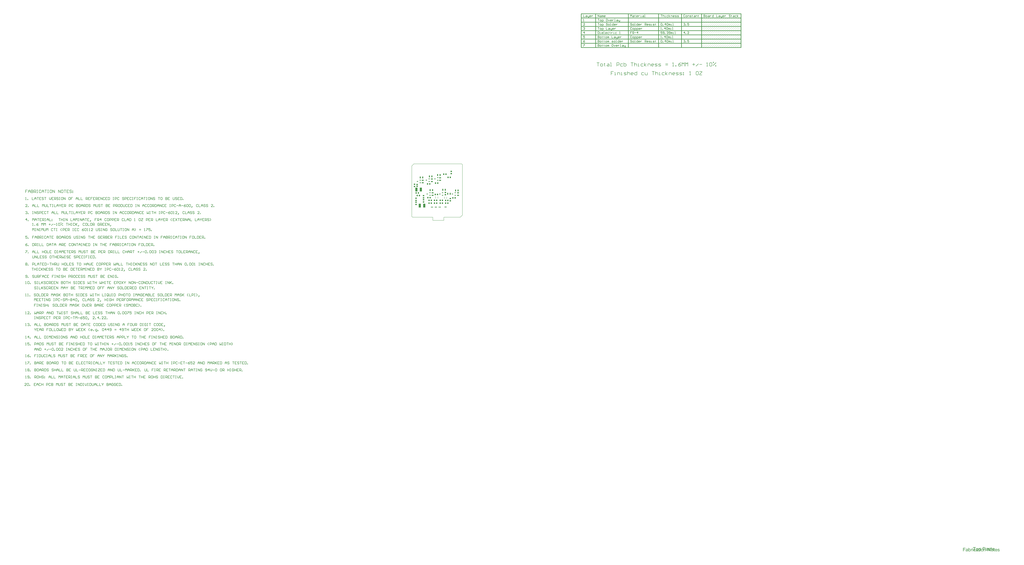
<source format=gtp>
G04 Layer_Color=8421504*
%FSLAX44Y44*%
%MOMM*%
G71*
G01*
G75*
%ADD10C,0.3810*%
%ADD11C,0.0254*%
%ADD12C,0.2540*%
%ADD13C,0.1270*%
%ADD14R,1.6000X2.8000*%
%ADD15R,0.5500X0.8000*%
%ADD16R,1.0000X0.9500*%
%ADD17R,0.9500X1.0000*%
%ADD18R,1.4500X0.7500*%
%ADD19R,0.9500X0.6000*%
%ADD20R,0.7500X1.4500*%
%ADD21O,0.4500X0.3250*%
%ADD22O,0.6000X0.2500*%
%ADD23R,0.4500X0.3250*%
%ADD24R,0.9800X0.9200*%
G36*
X4102057Y-2391455D02*
X4102084Y-2391478D01*
X4102382Y-2391738D01*
X4102791Y-2392110D01*
X4103200Y-2392556D01*
X4103646Y-2393151D01*
X4104055Y-2393783D01*
X4104427Y-2394564D01*
Y-2394601D01*
X4104464Y-2394676D01*
X4104501Y-2394787D01*
X4104576Y-2394936D01*
X4104650Y-2395122D01*
X4104724Y-2395382D01*
X4104873Y-2395940D01*
X4105022Y-2396647D01*
X4105171Y-2397427D01*
X4105282Y-2398283D01*
X4105319Y-2399212D01*
Y-2399250D01*
Y-2399324D01*
Y-2399473D01*
Y-2399659D01*
X4105282Y-2399919D01*
Y-2400179D01*
X4105208Y-2400848D01*
X4105059Y-2401592D01*
X4104910Y-2402410D01*
X4104650Y-2403266D01*
X4104315Y-2404121D01*
Y-2404158D01*
X4104278Y-2404232D01*
X4104204Y-2404344D01*
X4104129Y-2404493D01*
X4103906Y-2404865D01*
X4103609Y-2405348D01*
X4103200Y-2405869D01*
X4102716Y-2406426D01*
X4102159Y-2406947D01*
X4102057Y-2407020D01*
Y-2413254D01*
X4099045D01*
Y-2408403D01*
X4098329Y-2408546D01*
X4097585Y-2408583D01*
X4097325D01*
X4097064Y-2408546D01*
X4096692Y-2408509D01*
X4096283Y-2408434D01*
X4095837Y-2408323D01*
X4095354Y-2408174D01*
X4094907Y-2407988D01*
X4094870Y-2407951D01*
X4094721Y-2407876D01*
X4094498Y-2407728D01*
X4094238Y-2407542D01*
X4093903Y-2407319D01*
X4093606Y-2407058D01*
X4093271Y-2406724D01*
X4093058Y-2406484D01*
Y-2408271D01*
Y-2408308D01*
Y-2408457D01*
Y-2408680D01*
X4093096Y-2408940D01*
X4093133Y-2409498D01*
X4093170Y-2409721D01*
X4093207Y-2409907D01*
X4093244Y-2409982D01*
X4093319Y-2410130D01*
X4093467Y-2410316D01*
X4093690Y-2410502D01*
X4093765Y-2410540D01*
X4093951Y-2410577D01*
X4094286Y-2410651D01*
X4094732Y-2410688D01*
X4095103D01*
X4095290Y-2410651D01*
X4095513D01*
X4096070Y-2410577D01*
X4096479Y-2413217D01*
X4096405D01*
X4096256Y-2413254D01*
X4096033Y-2413291D01*
X4095699Y-2413328D01*
X4095364Y-2413403D01*
X4094992Y-2413440D01*
X4094211Y-2413477D01*
X4093951D01*
X4093653Y-2413440D01*
X4093282Y-2413403D01*
X4092974Y-2413375D01*
Y-2414942D01*
X4089962D01*
Y-2397896D01*
X4087815D01*
Y-2395554D01*
X4089962D01*
Y-2390474D01*
X4091252D01*
X4093058Y-2389381D01*
Y-2392360D01*
X4093085Y-2392333D01*
X4093346Y-2392035D01*
X4093643Y-2391701D01*
X4094015Y-2391366D01*
X4094424Y-2391031D01*
X4094870Y-2390771D01*
X4094944Y-2390734D01*
X4095093Y-2390660D01*
X4095354Y-2390548D01*
X4095688Y-2390399D01*
X4096135Y-2390288D01*
X4096618Y-2390176D01*
X4097176Y-2390102D01*
X4097808Y-2390065D01*
X4098180D01*
X4098626Y-2390139D01*
X4099045Y-2390199D01*
Y-2388823D01*
X4102057D01*
Y-2391455D01*
D02*
G37*
G36*
X4173602Y-2402273D02*
X4173629Y-2402447D01*
X4173666Y-2403005D01*
Y-2403080D01*
Y-2403266D01*
X4173629Y-2403563D01*
X4173602Y-2403684D01*
Y-2413254D01*
X4170293D01*
X4167148Y-2408550D01*
X4166490Y-2408583D01*
X4166155D01*
X4165932Y-2408546D01*
X4165634D01*
X4165300Y-2408509D01*
X4164519Y-2408397D01*
X4163664Y-2408248D01*
X4162808Y-2407988D01*
X4161953Y-2407653D01*
X4161581Y-2407430D01*
X4161209Y-2407170D01*
X4161172D01*
X4161135Y-2407096D01*
X4160912Y-2406910D01*
X4160614Y-2406575D01*
X4160242Y-2406092D01*
X4159871Y-2405497D01*
X4159499Y-2404753D01*
X4159164Y-2403898D01*
X4158941Y-2402894D01*
X4161916Y-2402410D01*
Y-2402447D01*
Y-2402485D01*
X4161953Y-2402708D01*
X4162065Y-2403042D01*
X4162176Y-2403451D01*
X4162362Y-2403898D01*
X4162585Y-2404344D01*
X4162920Y-2404790D01*
X4163292Y-2405199D01*
X4163329Y-2405236D01*
X4163515Y-2405348D01*
X4163775Y-2405497D01*
X4164110Y-2405645D01*
X4164593Y-2405831D01*
X4165114Y-2405980D01*
X4165469Y-2406039D01*
X4157464Y-2394066D01*
Y-2413254D01*
X4154377D01*
Y-2408174D01*
X4153326D01*
X4153289Y-2408137D01*
X4153252Y-2408025D01*
X4153177Y-2407802D01*
X4153065Y-2407542D01*
X4152954Y-2407207D01*
X4152880Y-2406835D01*
X4152805Y-2406426D01*
X4152731Y-2405943D01*
X4152657Y-2406017D01*
X4152433Y-2406166D01*
X4152136Y-2406426D01*
X4151690Y-2406724D01*
X4151206Y-2407096D01*
X4150648Y-2407430D01*
X4150091Y-2407728D01*
X4149496Y-2407988D01*
X4149421Y-2408025D01*
X4149236Y-2408062D01*
X4148938Y-2408174D01*
X4148529Y-2408286D01*
X4148008Y-2408397D01*
X4147451Y-2408472D01*
X4146855Y-2408546D01*
X4146186Y-2408583D01*
X4145926D01*
X4145703Y-2408546D01*
X4145480D01*
X4145182Y-2408509D01*
X4144550Y-2408397D01*
X4143806Y-2408248D01*
X4143100Y-2407988D01*
X4142356Y-2407653D01*
X4141724Y-2407170D01*
X4141649Y-2407096D01*
X4141464Y-2406910D01*
X4141241Y-2406612D01*
X4140943Y-2406166D01*
X4140646Y-2405645D01*
X4140422Y-2405050D01*
X4140237Y-2404307D01*
X4140162Y-2403526D01*
Y-2403451D01*
Y-2403303D01*
X4140199Y-2403042D01*
X4140237Y-2402745D01*
X4140311Y-2402373D01*
X4140385Y-2401964D01*
X4140534Y-2401555D01*
X4140720Y-2401146D01*
X4140757Y-2401109D01*
X4140832Y-2400960D01*
X4140943Y-2400774D01*
X4141129Y-2400514D01*
X4141352Y-2400253D01*
X4141649Y-2399956D01*
X4141947Y-2399696D01*
X4142282Y-2399435D01*
X4142319Y-2399398D01*
X4142468Y-2399324D01*
X4142654Y-2399212D01*
X4142914Y-2399064D01*
X4143249Y-2398878D01*
X4143583Y-2398729D01*
X4143992Y-2398580D01*
X4144438Y-2398431D01*
X4144476D01*
X4144625Y-2398394D01*
X4144810Y-2398357D01*
X4145108Y-2398283D01*
X4145480Y-2398208D01*
X4145963Y-2398134D01*
X4146484Y-2398060D01*
X4147116Y-2397985D01*
X4147153D01*
X4147265Y-2397948D01*
X4147451D01*
X4147711Y-2397911D01*
X4148008Y-2397874D01*
X4148343Y-2397836D01*
X4149161Y-2397688D01*
X4150016Y-2397539D01*
X4150909Y-2397390D01*
X4151764Y-2397167D01*
X4152136Y-2397056D01*
X4152471Y-2396944D01*
Y-2396907D01*
Y-2396832D01*
X4152508Y-2396609D01*
Y-2396349D01*
Y-2396237D01*
Y-2396163D01*
Y-2396126D01*
Y-2396089D01*
Y-2395866D01*
X4152471Y-2395531D01*
X4152396Y-2395159D01*
X4152285Y-2394750D01*
X4152136Y-2394304D01*
X4151950Y-2393932D01*
X4151653Y-2393597D01*
X4151615Y-2393560D01*
X4151429Y-2393448D01*
X4151169Y-2393263D01*
X4150797Y-2393077D01*
X4150314Y-2392891D01*
X4149719Y-2392705D01*
X4149012Y-2392593D01*
X4148232Y-2392556D01*
X4147897D01*
X4147525Y-2392593D01*
X4147042Y-2392630D01*
X4146521Y-2392742D01*
X4146038Y-2392854D01*
X4145517Y-2393040D01*
X4145108Y-2393300D01*
X4145071Y-2393337D01*
X4144959Y-2393448D01*
X4144773Y-2393634D01*
X4144550Y-2393895D01*
X4144290Y-2394267D01*
X4144067Y-2394713D01*
X4143806Y-2395271D01*
X4143621Y-2395903D01*
X4140683Y-2395494D01*
Y-2395457D01*
X4140720Y-2395419D01*
X4140757Y-2395196D01*
X4140869Y-2394862D01*
X4140980Y-2394415D01*
X4141166Y-2393932D01*
X4141389Y-2393448D01*
X4141649Y-2392928D01*
X4141984Y-2392482D01*
X4142021Y-2392444D01*
X4142170Y-2392296D01*
X4142356Y-2392073D01*
X4142654Y-2391812D01*
X4143026Y-2391552D01*
X4143509Y-2391255D01*
X4144030Y-2390957D01*
X4144625Y-2390697D01*
X4144662D01*
X4144699Y-2390660D01*
X4144810Y-2390622D01*
X4144922Y-2390585D01*
X4145294Y-2390511D01*
X4145777Y-2390362D01*
X4146372Y-2390251D01*
X4147042Y-2390176D01*
X4147822Y-2390102D01*
X4148640Y-2390065D01*
X4149012D01*
X4149421Y-2390102D01*
X4149942Y-2390139D01*
X4150537Y-2390213D01*
X4151169Y-2390288D01*
X4151764Y-2390437D01*
X4152322Y-2390622D01*
X4152396Y-2390660D01*
X4152545Y-2390697D01*
X4152805Y-2390845D01*
X4153103Y-2390994D01*
X4153438Y-2391180D01*
X4153809Y-2391403D01*
X4154107Y-2391664D01*
X4154377Y-2391934D01*
Y-2388823D01*
X4157650D01*
X4160187Y-2392607D01*
X4160354Y-2392407D01*
X4160540Y-2392147D01*
X4160800Y-2391887D01*
X4161098Y-2391589D01*
X4161432Y-2391329D01*
X4161470Y-2391292D01*
X4161581Y-2391255D01*
X4161730Y-2391143D01*
X4161953Y-2391031D01*
X4162213Y-2390883D01*
X4162548Y-2390734D01*
X4162920Y-2390585D01*
X4163329Y-2390437D01*
X4163403D01*
X4163552Y-2390362D01*
X4163775Y-2390325D01*
X4164110Y-2390251D01*
X4164519Y-2390176D01*
X4164928Y-2390139D01*
X4165411Y-2390065D01*
X4166266D01*
X4166675Y-2390102D01*
X4167159Y-2390139D01*
X4167754Y-2390213D01*
X4168349Y-2390325D01*
X4168981Y-2390474D01*
X4169576Y-2390697D01*
X4169613D01*
X4169650Y-2390734D01*
X4169836Y-2390808D01*
X4170134Y-2390957D01*
X4170468Y-2391106D01*
X4170516Y-2391139D01*
Y-2388823D01*
X4173602D01*
Y-2402273D01*
D02*
G37*
G36*
X4048956Y-2392244D02*
X4045944D01*
Y-2388823D01*
X4048956D01*
Y-2392244D01*
D02*
G37*
G36*
X4129378Y-2383780D02*
X4129973Y-2383817D01*
X4130605Y-2383855D01*
X4131201Y-2383929D01*
X4131721Y-2384003D01*
X4131795D01*
X4132019Y-2384078D01*
X4132353Y-2384152D01*
X4132762Y-2384264D01*
X4133246Y-2384412D01*
X4133729Y-2384598D01*
X4134250Y-2384859D01*
X4134733Y-2385156D01*
X4134770Y-2385193D01*
X4134956Y-2385305D01*
X4135179Y-2385491D01*
X4135439Y-2385751D01*
X4135737Y-2386086D01*
X4136072Y-2386495D01*
X4136407Y-2386941D01*
X4136704Y-2387499D01*
X4136741Y-2387573D01*
X4136815Y-2387759D01*
X4136927Y-2388057D01*
X4137076Y-2388466D01*
X4137224Y-2388949D01*
X4137336Y-2389507D01*
X4137411Y-2390139D01*
X4137448Y-2390808D01*
Y-2390845D01*
Y-2390957D01*
Y-2391106D01*
X4137411Y-2391329D01*
X4137373Y-2391589D01*
X4137336Y-2391924D01*
X4137299Y-2392259D01*
X4137188Y-2392630D01*
X4136964Y-2393486D01*
X4136592Y-2394341D01*
X4136369Y-2394787D01*
X4136109Y-2395233D01*
X4135965Y-2395449D01*
X4136305Y-2395554D01*
X4136826Y-2395740D01*
X4136900Y-2395777D01*
X4137049Y-2395851D01*
X4137272Y-2395963D01*
X4137570Y-2396149D01*
X4137904Y-2396372D01*
X4138239Y-2396632D01*
X4138574Y-2396929D01*
X4138834Y-2397264D01*
X4138871Y-2397301D01*
X4138945Y-2397413D01*
X4139057Y-2397636D01*
X4139206Y-2397896D01*
X4139355Y-2398194D01*
X4139503Y-2398566D01*
X4139652Y-2399012D01*
X4139763Y-2399458D01*
Y-2399495D01*
X4139801Y-2399607D01*
X4139838Y-2399830D01*
X4139875Y-2400128D01*
Y-2400536D01*
X4139912Y-2401057D01*
X4139950Y-2401652D01*
Y-2402396D01*
Y-2413254D01*
X4136937D01*
Y-2402507D01*
Y-2402470D01*
Y-2402433D01*
Y-2402210D01*
Y-2401875D01*
X4136900Y-2401466D01*
X4136863Y-2401057D01*
X4136789Y-2400574D01*
X4136677Y-2400165D01*
X4136566Y-2399793D01*
Y-2399756D01*
X4136491Y-2399644D01*
X4136417Y-2399458D01*
X4136305Y-2399272D01*
X4136119Y-2399012D01*
X4135896Y-2398789D01*
X4135636Y-2398528D01*
X4135338Y-2398305D01*
X4135301Y-2398268D01*
X4135190Y-2398231D01*
X4135004Y-2398120D01*
X4134744Y-2398008D01*
X4134446Y-2397934D01*
X4134074Y-2397822D01*
X4133702Y-2397785D01*
X4133256Y-2397748D01*
X4132921D01*
X4132587Y-2397822D01*
X4132103Y-2397896D01*
X4131583Y-2398045D01*
X4131062Y-2398268D01*
X4130467Y-2398566D01*
X4129947Y-2398975D01*
X4129872Y-2399049D01*
X4129724Y-2399235D01*
X4129500Y-2399532D01*
X4129389Y-2399756D01*
X4129277Y-2400016D01*
X4129128Y-2400313D01*
X4129017Y-2400648D01*
X4128905Y-2401020D01*
X4128794Y-2401429D01*
X4128682Y-2401912D01*
X4128645Y-2402433D01*
X4128571Y-2402991D01*
Y-2403586D01*
Y-2413254D01*
X4125558D01*
Y-2398208D01*
X4122053D01*
Y-2403963D01*
X4122063Y-2404181D01*
Y-2404218D01*
Y-2404330D01*
Y-2404515D01*
Y-2404738D01*
X4122053Y-2404821D01*
Y-2408174D01*
X4121537D01*
X4121357Y-2408792D01*
X4121022Y-2409573D01*
Y-2409610D01*
X4120985Y-2409647D01*
X4120836Y-2409907D01*
X4120576Y-2410242D01*
X4120241Y-2410688D01*
X4119832Y-2411172D01*
X4119312Y-2411655D01*
X4118716Y-2412138D01*
X4118010Y-2412585D01*
X4117973D01*
X4117935Y-2412622D01*
X4117824Y-2412696D01*
X4117675Y-2412733D01*
X4117266Y-2412919D01*
X4116746Y-2413105D01*
X4116114Y-2413328D01*
X4115407Y-2413477D01*
X4114626Y-2413626D01*
X4113771Y-2413663D01*
X4113399D01*
X4113139Y-2413626D01*
X4112841Y-2413589D01*
X4112469Y-2413551D01*
X4112060Y-2413477D01*
X4111614Y-2413366D01*
X4110685Y-2413068D01*
X4110164Y-2412882D01*
X4109680Y-2412659D01*
X4109160Y-2412399D01*
X4108676Y-2412064D01*
X4108193Y-2411692D01*
X4107747Y-2411283D01*
X4107709Y-2411246D01*
X4107635Y-2411172D01*
X4107523Y-2411023D01*
X4107412Y-2410837D01*
X4107226Y-2410577D01*
X4107040Y-2410279D01*
X4106817Y-2409944D01*
X4106631Y-2409535D01*
X4106408Y-2409052D01*
X4106185Y-2408569D01*
X4105999Y-2407974D01*
X4105850Y-2407379D01*
X4105702Y-2406709D01*
X4105590Y-2406003D01*
X4105516Y-2405222D01*
X4105479Y-2404404D01*
Y-2404330D01*
Y-2404181D01*
X4105516Y-2403920D01*
Y-2403586D01*
X4105553Y-2403177D01*
X4105627Y-2402731D01*
X4105702Y-2402210D01*
X4105813Y-2401652D01*
X4105962Y-2401057D01*
X4106148Y-2400462D01*
X4106371Y-2399867D01*
X4106631Y-2399272D01*
X4106929Y-2398677D01*
X4107300Y-2398120D01*
X4107709Y-2397599D01*
X4108193Y-2397115D01*
X4108230Y-2397078D01*
X4108304Y-2397041D01*
X4108416Y-2396929D01*
X4108602Y-2396818D01*
X4108825Y-2396669D01*
X4109085Y-2396483D01*
X4109383Y-2396297D01*
X4109755Y-2396111D01*
X4110127Y-2395963D01*
X4110536Y-2395777D01*
X4111502Y-2395442D01*
X4112581Y-2395219D01*
X4113176Y-2395182D01*
X4113771Y-2395145D01*
X4114106D01*
X4114366Y-2395182D01*
X4114700Y-2395219D01*
X4115035Y-2395256D01*
X4115444Y-2395331D01*
X4115891Y-2395442D01*
X4116820Y-2395740D01*
X4117303Y-2395925D01*
X4117824Y-2396149D01*
X4118307Y-2396446D01*
X4118791Y-2396781D01*
X4118818Y-2396801D01*
Y-2383743D01*
X4128820D01*
X4129378Y-2383780D01*
D02*
G37*
G36*
X4041631Y-2395182D02*
X4042040Y-2395256D01*
X4042486Y-2395405D01*
X4043007Y-2395554D01*
X4043564Y-2395814D01*
X4044159Y-2396149D01*
X4043081Y-2398900D01*
X4043044Y-2398863D01*
X4042895Y-2398789D01*
X4042672Y-2398677D01*
X4042411Y-2398566D01*
X4042077Y-2398454D01*
X4041705Y-2398343D01*
X4041296Y-2398268D01*
X4040887Y-2398231D01*
X4040738D01*
X4040552Y-2398268D01*
X4040292Y-2398305D01*
X4040032Y-2398380D01*
X4039734Y-2398491D01*
X4039437Y-2398640D01*
X4039139Y-2398826D01*
X4039102Y-2398863D01*
X4039028Y-2398938D01*
X4038879Y-2399086D01*
X4038730Y-2399272D01*
X4038544Y-2399495D01*
X4038358Y-2399793D01*
X4038210Y-2400128D01*
X4038061Y-2400499D01*
X4038024Y-2400574D01*
X4037986Y-2400760D01*
X4037912Y-2401094D01*
X4037838Y-2401541D01*
X4037726Y-2402061D01*
X4037652Y-2402656D01*
X4037615Y-2403288D01*
X4037578Y-2403995D01*
Y-2413254D01*
X4034565D01*
Y-2395554D01*
X4037280D01*
Y-2398194D01*
X4037317Y-2398157D01*
X4037466Y-2397934D01*
X4037652Y-2397599D01*
X4037875Y-2397227D01*
X4038173Y-2396818D01*
X4038507Y-2396409D01*
X4038805Y-2396037D01*
X4039139Y-2395777D01*
X4039177Y-2395740D01*
X4039288Y-2395665D01*
X4039474Y-2395591D01*
X4039734Y-2395442D01*
X4039995Y-2395331D01*
X4040329Y-2395256D01*
X4040701Y-2395182D01*
X4041073Y-2395145D01*
X4041333D01*
X4041631Y-2395182D01*
D02*
G37*
G36*
X4232579D02*
X4233062Y-2395219D01*
X4233657Y-2395293D01*
X4234252Y-2395405D01*
X4234884Y-2395554D01*
X4235479Y-2395777D01*
X4235516D01*
X4235554Y-2395814D01*
X4235740Y-2395888D01*
X4236037Y-2396037D01*
X4236372Y-2396186D01*
X4236743Y-2396446D01*
X4237153Y-2396706D01*
X4237524Y-2397041D01*
X4237822Y-2397413D01*
X4237859Y-2397450D01*
X4237933Y-2397599D01*
X4238082Y-2397822D01*
X4238268Y-2398120D01*
X4238417Y-2398491D01*
X4238603Y-2398975D01*
X4238752Y-2399495D01*
X4238900Y-2400090D01*
X4235963Y-2400499D01*
Y-2400425D01*
X4235926Y-2400276D01*
X4235851Y-2400016D01*
X4235740Y-2399718D01*
X4235591Y-2399384D01*
X4235368Y-2399049D01*
X4235107Y-2398677D01*
X4234773Y-2398380D01*
X4234735Y-2398343D01*
X4234587Y-2398268D01*
X4234364Y-2398120D01*
X4234066Y-2397971D01*
X4233694Y-2397859D01*
X4233211Y-2397710D01*
X4232690Y-2397636D01*
X4232058Y-2397599D01*
X4231724D01*
X4231352Y-2397636D01*
X4230905Y-2397673D01*
X4230422Y-2397785D01*
X4229939Y-2397896D01*
X4229455Y-2398082D01*
X4229083Y-2398305D01*
X4229046Y-2398343D01*
X4228935Y-2398417D01*
X4228823Y-2398566D01*
X4228674Y-2398752D01*
X4228488Y-2398975D01*
X4228377Y-2399272D01*
X4228265Y-2399570D01*
X4228228Y-2399904D01*
Y-2399942D01*
Y-2400016D01*
X4228265Y-2400128D01*
Y-2400276D01*
X4228377Y-2400611D01*
X4228563Y-2400983D01*
X4228600Y-2401020D01*
X4228637Y-2401057D01*
X4228860Y-2401243D01*
X4229009Y-2401392D01*
X4229195Y-2401503D01*
X4229455Y-2401652D01*
X4229716Y-2401764D01*
X4229753D01*
X4229827Y-2401801D01*
X4229976Y-2401838D01*
X4230236Y-2401912D01*
X4230571Y-2402024D01*
X4231054Y-2402173D01*
X4231649Y-2402321D01*
X4231984Y-2402433D01*
X4232393Y-2402545D01*
X4232430D01*
X4232542Y-2402582D01*
X4232690Y-2402619D01*
X4232914Y-2402693D01*
X4233174Y-2402768D01*
X4233471Y-2402842D01*
X4234141Y-2403028D01*
X4234884Y-2403251D01*
X4235628Y-2403511D01*
X4236297Y-2403734D01*
X4236595Y-2403846D01*
X4236855Y-2403958D01*
X4236930Y-2403995D01*
X4237078Y-2404069D01*
X4237301Y-2404181D01*
X4237562Y-2404330D01*
X4237896Y-2404553D01*
X4238231Y-2404850D01*
X4238528Y-2405148D01*
X4238826Y-2405519D01*
X4238863Y-2405557D01*
X4238937Y-2405705D01*
X4239049Y-2405928D01*
X4239198Y-2406226D01*
X4239347Y-2406598D01*
X4239458Y-2407044D01*
X4239532Y-2407527D01*
X4239570Y-2408085D01*
Y-2408160D01*
Y-2408345D01*
X4239532Y-2408643D01*
X4239458Y-2408978D01*
X4239347Y-2409424D01*
X4239198Y-2409907D01*
X4238975Y-2410391D01*
X4238677Y-2410911D01*
X4238640Y-2410986D01*
X4238528Y-2411134D01*
X4238305Y-2411358D01*
X4238008Y-2411655D01*
X4237673Y-2411990D01*
X4237227Y-2412324D01*
X4236707Y-2412659D01*
X4236111Y-2412957D01*
X4236037Y-2412994D01*
X4235814Y-2413068D01*
X4235479Y-2413180D01*
X4235033Y-2413291D01*
X4234475Y-2413440D01*
X4233843Y-2413551D01*
X4233137Y-2413626D01*
X4232393Y-2413663D01*
X4232058D01*
X4231835Y-2413626D01*
X4231537D01*
X4231203Y-2413589D01*
X4230422Y-2413477D01*
X4229567Y-2413328D01*
X4228712Y-2413068D01*
X4227856Y-2412733D01*
X4227484Y-2412510D01*
X4227112Y-2412250D01*
X4227075D01*
X4227038Y-2412176D01*
X4226815Y-2411990D01*
X4226518Y-2411655D01*
X4226146Y-2411172D01*
X4225774Y-2410577D01*
X4225402Y-2409833D01*
X4225067Y-2408978D01*
X4224844Y-2407974D01*
X4227819Y-2407490D01*
Y-2407527D01*
Y-2407565D01*
X4227856Y-2407788D01*
X4227968Y-2408122D01*
X4228079Y-2408531D01*
X4228265Y-2408978D01*
X4228488Y-2409424D01*
X4228823Y-2409870D01*
X4229195Y-2410279D01*
X4229232Y-2410316D01*
X4229418Y-2410428D01*
X4229678Y-2410577D01*
X4230013Y-2410725D01*
X4230497Y-2410911D01*
X4231017Y-2411060D01*
X4231686Y-2411172D01*
X4232393Y-2411209D01*
X4232727D01*
X4233099Y-2411172D01*
X4233546Y-2411097D01*
X4234066Y-2411023D01*
X4234587Y-2410874D01*
X4235070Y-2410651D01*
X4235479Y-2410391D01*
X4235516Y-2410354D01*
X4235628Y-2410242D01*
X4235814Y-2410056D01*
X4236000Y-2409833D01*
X4236149Y-2409535D01*
X4236335Y-2409164D01*
X4236446Y-2408792D01*
X4236483Y-2408383D01*
Y-2408345D01*
Y-2408197D01*
X4236446Y-2408048D01*
X4236372Y-2407788D01*
X4236260Y-2407565D01*
X4236111Y-2407267D01*
X4235888Y-2407007D01*
X4235591Y-2406784D01*
X4235554Y-2406747D01*
X4235442Y-2406709D01*
X4235256Y-2406635D01*
X4234959Y-2406486D01*
X4234550Y-2406375D01*
X4234029Y-2406189D01*
X4233694Y-2406077D01*
X4233360Y-2406003D01*
X4232951Y-2405891D01*
X4232504Y-2405780D01*
X4232467D01*
X4232356Y-2405742D01*
X4232207Y-2405705D01*
X4231984Y-2405631D01*
X4231686Y-2405557D01*
X4231389Y-2405482D01*
X4230682Y-2405259D01*
X4229939Y-2405036D01*
X4229158Y-2404813D01*
X4228451Y-2404553D01*
X4228154Y-2404441D01*
X4227893Y-2404330D01*
X4227856Y-2404292D01*
X4227670Y-2404218D01*
X4227447Y-2404069D01*
X4227187Y-2403883D01*
X4226852Y-2403660D01*
X4226555Y-2403363D01*
X4226220Y-2403028D01*
X4225960Y-2402656D01*
X4225923Y-2402619D01*
X4225848Y-2402470D01*
X4225774Y-2402247D01*
X4225662Y-2401950D01*
X4225514Y-2401615D01*
X4225439Y-2401206D01*
X4225365Y-2400760D01*
X4225327Y-2400276D01*
Y-2400239D01*
Y-2400090D01*
X4225365Y-2399830D01*
X4225402Y-2399570D01*
X4225439Y-2399235D01*
X4225551Y-2398863D01*
X4225662Y-2398454D01*
X4225848Y-2398082D01*
X4225885Y-2398045D01*
X4225960Y-2397896D01*
X4226071Y-2397710D01*
X4226257Y-2397487D01*
X4226443Y-2397227D01*
X4226703Y-2396967D01*
X4227001Y-2396669D01*
X4227336Y-2396409D01*
X4227373Y-2396372D01*
X4227484Y-2396335D01*
X4227633Y-2396223D01*
X4227856Y-2396111D01*
X4228116Y-2395963D01*
X4228451Y-2395814D01*
X4228823Y-2395665D01*
X4229232Y-2395517D01*
X4229307D01*
X4229455Y-2395442D01*
X4229678Y-2395405D01*
X4230013Y-2395331D01*
X4230422Y-2395256D01*
X4230831Y-2395219D01*
X4231314Y-2395145D01*
X4232170D01*
X4232579Y-2395182D01*
D02*
G37*
G36*
X4068059Y-2386606D02*
X4060027D01*
Y-2395172D01*
X4060633Y-2395145D01*
X4060930D01*
X4061116Y-2395182D01*
X4061376D01*
X4061637Y-2395219D01*
X4062306Y-2395331D01*
X4063050Y-2395517D01*
X4063868Y-2395777D01*
X4064649Y-2396149D01*
X4065355Y-2396632D01*
X4065392D01*
X4065429Y-2396706D01*
X4065652Y-2396892D01*
X4065950Y-2397227D01*
X4066322Y-2397673D01*
X4066731Y-2398268D01*
X4067103Y-2398975D01*
X4067437Y-2399830D01*
X4067698Y-2400760D01*
X4064797Y-2401206D01*
Y-2401169D01*
X4064760Y-2401131D01*
X4064723Y-2400908D01*
X4064612Y-2400611D01*
X4064463Y-2400202D01*
X4064240Y-2399756D01*
X4063979Y-2399309D01*
X4063682Y-2398900D01*
X4063310Y-2398528D01*
X4063273Y-2398491D01*
X4063124Y-2398380D01*
X4062901Y-2398231D01*
X4062603Y-2398045D01*
X4062232Y-2397896D01*
X4061823Y-2397748D01*
X4061302Y-2397636D01*
X4060781Y-2397599D01*
X4060558D01*
X4060410Y-2397636D01*
X4060027Y-2397671D01*
Y-2408174D01*
X4056792D01*
Y-2399674D01*
X4056765Y-2399718D01*
X4056654Y-2399942D01*
X4056542Y-2400202D01*
X4056431Y-2400499D01*
X4056282Y-2400834D01*
X4056170Y-2401206D01*
X4056059Y-2401652D01*
X4055947Y-2402098D01*
X4055836Y-2402619D01*
X4055798Y-2403177D01*
X4055724Y-2403772D01*
Y-2404404D01*
Y-2404441D01*
Y-2404553D01*
Y-2404738D01*
X4055761Y-2404999D01*
Y-2405296D01*
X4055798Y-2405631D01*
X4055910Y-2406375D01*
X4056059Y-2407230D01*
X4056282Y-2408122D01*
X4056617Y-2408903D01*
X4056840Y-2409275D01*
X4057063Y-2409610D01*
X4057137Y-2409684D01*
X4057323Y-2409870D01*
X4057621Y-2410130D01*
X4058029Y-2410391D01*
X4058513Y-2410688D01*
X4059145Y-2410948D01*
X4059814Y-2411134D01*
X4060186Y-2411172D01*
X4060595Y-2411209D01*
X4060893D01*
X4061227Y-2411134D01*
X4061637Y-2411060D01*
X4062083Y-2410948D01*
X4062603Y-2410763D01*
X4063087Y-2410502D01*
X4063533Y-2410130D01*
X4063570Y-2410093D01*
X4063719Y-2409907D01*
X4063942Y-2409684D01*
X4064165Y-2409312D01*
X4064425Y-2408829D01*
X4064686Y-2408271D01*
X4064909Y-2407565D01*
X4065058Y-2406784D01*
X4067995Y-2407193D01*
Y-2407230D01*
X4067958Y-2407341D01*
X4067921Y-2407490D01*
X4067884Y-2407676D01*
X4067809Y-2407937D01*
X4067735Y-2408234D01*
X4067512Y-2408940D01*
X4067177Y-2409684D01*
X4066731Y-2410502D01*
X4066173Y-2411246D01*
X4065504Y-2411953D01*
X4065467D01*
X4065429Y-2412027D01*
X4065318Y-2412101D01*
X4065169Y-2412213D01*
X4064946Y-2412361D01*
X4064723Y-2412510D01*
X4064165Y-2412808D01*
X4063459Y-2413105D01*
X4062603Y-2413403D01*
X4061674Y-2413589D01*
X4061153Y-2413626D01*
X4060633Y-2413663D01*
X4060298D01*
X4060038Y-2413626D01*
X4059740Y-2413589D01*
X4059368Y-2413551D01*
X4058996Y-2413477D01*
X4058550Y-2413366D01*
X4057621Y-2413105D01*
X4057137Y-2412882D01*
X4056654Y-2412659D01*
X4056170Y-2412399D01*
X4055724Y-2412101D01*
X4055278Y-2411729D01*
X4054832Y-2411320D01*
X4054794Y-2411283D01*
X4054720Y-2411209D01*
X4054646Y-2411060D01*
X4054497Y-2410874D01*
X4054311Y-2410614D01*
X4054125Y-2410316D01*
X4053939Y-2409982D01*
X4053753Y-2409573D01*
X4053530Y-2409126D01*
X4053344Y-2408606D01*
X4053158Y-2408048D01*
X4052972Y-2407416D01*
X4052823Y-2406784D01*
X4052749Y-2406040D01*
X4052675Y-2405296D01*
X4052638Y-2404478D01*
Y-2404441D01*
Y-2404367D01*
Y-2404181D01*
Y-2403995D01*
X4052675Y-2403734D01*
Y-2403474D01*
X4052749Y-2402768D01*
X4052861Y-2401987D01*
X4053047Y-2401169D01*
X4053270Y-2400276D01*
X4053567Y-2399458D01*
Y-2399421D01*
X4053604Y-2399347D01*
X4053679Y-2399235D01*
X4053753Y-2399086D01*
X4053976Y-2398714D01*
X4054274Y-2398231D01*
X4054683Y-2397710D01*
X4055166Y-2397190D01*
X4055761Y-2396669D01*
X4056431Y-2396223D01*
X4056468D01*
X4056505Y-2396186D01*
X4056617Y-2396111D01*
X4056765Y-2396037D01*
X4056792Y-2396027D01*
Y-2386606D01*
X4048760D01*
Y-2383743D01*
X4068059D01*
Y-2386606D01*
D02*
G37*
G36*
X4078769Y-2390102D02*
X4079103Y-2390139D01*
X4079438Y-2390176D01*
X4079847Y-2390251D01*
X4080293Y-2390362D01*
X4081223Y-2390660D01*
X4081707Y-2390845D01*
X4082227Y-2391069D01*
X4082711Y-2391366D01*
X4083194Y-2391701D01*
X4083677Y-2392073D01*
X4084124Y-2392482D01*
X4084161Y-2392519D01*
X4084235Y-2392593D01*
X4084347Y-2392742D01*
X4084496Y-2392928D01*
X4084681Y-2393151D01*
X4084867Y-2393448D01*
X4085090Y-2393820D01*
X4085313Y-2394192D01*
X4085499Y-2394638D01*
X4085722Y-2395159D01*
X4085909Y-2395680D01*
X4086094Y-2396275D01*
X4086243Y-2396907D01*
X4086355Y-2397613D01*
X4086429Y-2398320D01*
X4086466Y-2399101D01*
Y-2399138D01*
Y-2399250D01*
Y-2399435D01*
Y-2399659D01*
X4086429Y-2399956D01*
Y-2400291D01*
X4086392Y-2400663D01*
X4086355Y-2401072D01*
X4086206Y-2401927D01*
X4086020Y-2402819D01*
X4085760Y-2403712D01*
X4085425Y-2404493D01*
Y-2404530D01*
X4085388Y-2404567D01*
X4085239Y-2404827D01*
X4084979Y-2405162D01*
X4084915Y-2405247D01*
Y-2405854D01*
Y-2405891D01*
Y-2406040D01*
Y-2406263D01*
Y-2406523D01*
Y-2406858D01*
Y-2407230D01*
X4084952Y-2408085D01*
Y-2409015D01*
X4084989Y-2409870D01*
X4085026Y-2410279D01*
Y-2410614D01*
X4085063Y-2410911D01*
X4085101Y-2411172D01*
Y-2411209D01*
X4085138Y-2411358D01*
X4085175Y-2411581D01*
X4085249Y-2411841D01*
X4085361Y-2412138D01*
X4085510Y-2412510D01*
X4085844Y-2413254D01*
X4082721D01*
X4082684Y-2413217D01*
X4082646Y-2413105D01*
X4082572Y-2412882D01*
X4082461Y-2412622D01*
X4082349Y-2412287D01*
X4082274Y-2411915D01*
X4082200Y-2411506D01*
X4082126Y-2411023D01*
X4082051Y-2411097D01*
X4081828Y-2411246D01*
X4081531Y-2411506D01*
X4081085Y-2411804D01*
X4080601Y-2412176D01*
X4080044Y-2412510D01*
X4079486Y-2412808D01*
X4078891Y-2413068D01*
X4078816Y-2413105D01*
X4078630Y-2413142D01*
X4078333Y-2413254D01*
X4077924Y-2413366D01*
X4077403Y-2413477D01*
X4076845Y-2413551D01*
X4076251Y-2413626D01*
X4075581Y-2413663D01*
X4075321D01*
X4075098Y-2413626D01*
X4074875D01*
X4074577Y-2413589D01*
X4073945Y-2413477D01*
X4073201Y-2413328D01*
X4072495Y-2413068D01*
X4071751Y-2412733D01*
X4071119Y-2412250D01*
X4071045Y-2412176D01*
X4070858Y-2411990D01*
X4070635Y-2411692D01*
X4070338Y-2411246D01*
X4070041Y-2410725D01*
X4069818Y-2410130D01*
X4069631Y-2409387D01*
X4069557Y-2408606D01*
Y-2408531D01*
Y-2408383D01*
X4069594Y-2408122D01*
X4069631Y-2407825D01*
X4069706Y-2407453D01*
X4069780Y-2407044D01*
X4069929Y-2406635D01*
X4070115Y-2406226D01*
X4070152Y-2406189D01*
X4070226Y-2406040D01*
X4070338Y-2405854D01*
X4070524Y-2405594D01*
X4070747Y-2405334D01*
X4071045Y-2405036D01*
X4071228Y-2404876D01*
X4071220Y-2404865D01*
X4071034Y-2404455D01*
X4070811Y-2403972D01*
X4070588Y-2403489D01*
X4070402Y-2402894D01*
X4070253Y-2402299D01*
X4070104Y-2401629D01*
X4069993Y-2400923D01*
X4069919Y-2400142D01*
X4069881Y-2399324D01*
Y-2399250D01*
Y-2399101D01*
X4069919Y-2398840D01*
Y-2398506D01*
X4069956Y-2398097D01*
X4070030Y-2397650D01*
X4070104Y-2397130D01*
X4070216Y-2396572D01*
X4070365Y-2395977D01*
X4070551Y-2395382D01*
X4070774Y-2394787D01*
X4071034Y-2394192D01*
X4071332Y-2393597D01*
X4071703Y-2393040D01*
X4072113Y-2392519D01*
X4072596Y-2392035D01*
X4072633Y-2391998D01*
X4072708Y-2391961D01*
X4072819Y-2391850D01*
X4073005Y-2391738D01*
X4073228Y-2391589D01*
X4073488Y-2391403D01*
X4073786Y-2391217D01*
X4074158Y-2391031D01*
X4074530Y-2390883D01*
X4074939Y-2390697D01*
X4075905Y-2390362D01*
X4076984Y-2390139D01*
X4077579Y-2390102D01*
X4078174Y-2390065D01*
X4078509D01*
X4078769Y-2390102D01*
D02*
G37*
G36*
X4048956Y-2413254D02*
X4045944D01*
Y-2395554D01*
X4048956D01*
Y-2413254D01*
D02*
G37*
G36*
X4004891Y-2395182D02*
X4005412Y-2395219D01*
X4006007Y-2395293D01*
X4006639Y-2395368D01*
X4007234Y-2395517D01*
X4007792Y-2395702D01*
X4007866Y-2395740D01*
X4008015Y-2395777D01*
X4008275Y-2395925D01*
X4008573Y-2396074D01*
X4008907Y-2396260D01*
X4009279Y-2396483D01*
X4009577Y-2396744D01*
X4009874Y-2397041D01*
X4009911Y-2397078D01*
X4009986Y-2397190D01*
X4010097Y-2397339D01*
X4010246Y-2397599D01*
X4010395Y-2397896D01*
X4010544Y-2398231D01*
X4010692Y-2398640D01*
X4010804Y-2399086D01*
Y-2399124D01*
X4010841Y-2399235D01*
X4010878Y-2399421D01*
X4010916Y-2399718D01*
Y-2400090D01*
X4010952Y-2400574D01*
X4010990Y-2401131D01*
Y-2401838D01*
Y-2405854D01*
Y-2405891D01*
Y-2406040D01*
Y-2406263D01*
Y-2406523D01*
Y-2406858D01*
Y-2407230D01*
X4011027Y-2408085D01*
Y-2409015D01*
X4011064Y-2409870D01*
X4011101Y-2410279D01*
Y-2410614D01*
X4011139Y-2410911D01*
X4011176Y-2411172D01*
Y-2411209D01*
X4011213Y-2411358D01*
X4011250Y-2411581D01*
X4011324Y-2411841D01*
X4011436Y-2412138D01*
X4011585Y-2412510D01*
X4011919Y-2413254D01*
X4008796D01*
X4008759Y-2413217D01*
X4008722Y-2413105D01*
X4008647Y-2412882D01*
X4008535Y-2412622D01*
X4008424Y-2412287D01*
X4008350Y-2411915D01*
X4008275Y-2411506D01*
X4008201Y-2411023D01*
X4008127Y-2411097D01*
X4007903Y-2411246D01*
X4007606Y-2411506D01*
X4007160Y-2411804D01*
X4006676Y-2412176D01*
X4006118Y-2412510D01*
X4005561Y-2412808D01*
X4004966Y-2413068D01*
X4004891Y-2413105D01*
X4004706Y-2413142D01*
X4004408Y-2413254D01*
X4003999Y-2413366D01*
X4003478Y-2413477D01*
X4002921Y-2413551D01*
X4002325Y-2413626D01*
X4001656Y-2413663D01*
X4001396D01*
X4001173Y-2413626D01*
X4000950D01*
X4000652Y-2413589D01*
X4000020Y-2413477D01*
X3999276Y-2413328D01*
X3998570Y-2413068D01*
X3997826Y-2412733D01*
X3997194Y-2412250D01*
X3997120Y-2412176D01*
X3996934Y-2411990D01*
X3996711Y-2411692D01*
X3996413Y-2411246D01*
X3996116Y-2410725D01*
X3995892Y-2410130D01*
X3995706Y-2409387D01*
X3995632Y-2408606D01*
Y-2408531D01*
Y-2408383D01*
X3995669Y-2408122D01*
X3995706Y-2407825D01*
X3995781Y-2407453D01*
X3995855Y-2407044D01*
X3996004Y-2406635D01*
X3996190Y-2406226D01*
X3996227Y-2406189D01*
X3996302Y-2406040D01*
X3996413Y-2405854D01*
X3996599Y-2405594D01*
X3996822Y-2405334D01*
X3997120Y-2405036D01*
X3997417Y-2404776D01*
X3997752Y-2404515D01*
X3997789Y-2404478D01*
X3997938Y-2404404D01*
X3998123Y-2404292D01*
X3998384Y-2404144D01*
X3998719Y-2403958D01*
X3999053Y-2403809D01*
X3999462Y-2403660D01*
X3999908Y-2403511D01*
X3999946D01*
X4000094Y-2403474D01*
X4000280Y-2403437D01*
X4000578Y-2403363D01*
X4000950Y-2403288D01*
X4001433Y-2403214D01*
X4001954Y-2403139D01*
X4002586Y-2403065D01*
X4002623D01*
X4002735Y-2403028D01*
X4002921D01*
X4003181Y-2402991D01*
X4003478Y-2402954D01*
X4003813Y-2402916D01*
X4004631Y-2402768D01*
X4005486Y-2402619D01*
X4006379Y-2402470D01*
X4007234Y-2402247D01*
X4007606Y-2402135D01*
X4007941Y-2402024D01*
Y-2401987D01*
Y-2401912D01*
X4007978Y-2401689D01*
Y-2401429D01*
Y-2401317D01*
Y-2401243D01*
Y-2401206D01*
Y-2401169D01*
Y-2400946D01*
X4007941Y-2400611D01*
X4007866Y-2400239D01*
X4007755Y-2399830D01*
X4007606Y-2399384D01*
X4007420Y-2399012D01*
X4007122Y-2398677D01*
X4007085Y-2398640D01*
X4006899Y-2398528D01*
X4006639Y-2398343D01*
X4006267Y-2398157D01*
X4005784Y-2397971D01*
X4005189Y-2397785D01*
X4004482Y-2397673D01*
X4003701Y-2397636D01*
X4003367D01*
X4002995Y-2397673D01*
X4002512Y-2397710D01*
X4001991Y-2397822D01*
X4001508Y-2397934D01*
X4000987Y-2398120D01*
X4000578Y-2398380D01*
X4000540Y-2398417D01*
X4000429Y-2398528D01*
X4000243Y-2398714D01*
X4000020Y-2398975D01*
X3999760Y-2399347D01*
X3999537Y-2399793D01*
X3999276Y-2400351D01*
X3999090Y-2400983D01*
X3996153Y-2400574D01*
Y-2400536D01*
X3996190Y-2400499D01*
X3996227Y-2400276D01*
X3996339Y-2399942D01*
X3996450Y-2399495D01*
X3996636Y-2399012D01*
X3996859Y-2398528D01*
X3997120Y-2398008D01*
X3997454Y-2397562D01*
X3997491Y-2397525D01*
X3997640Y-2397376D01*
X3997826Y-2397153D01*
X3998123Y-2396892D01*
X3998495Y-2396632D01*
X3998979Y-2396335D01*
X3999500Y-2396037D01*
X4000094Y-2395777D01*
X4000132D01*
X4000169Y-2395740D01*
X4000280Y-2395702D01*
X4000392Y-2395665D01*
X4000764Y-2395591D01*
X4001247Y-2395442D01*
X4001842Y-2395331D01*
X4002512Y-2395256D01*
X4003293Y-2395182D01*
X4004110Y-2395145D01*
X4004482D01*
X4004891Y-2395182D01*
D02*
G37*
G36*
X3992843Y-2391686D02*
X3979605D01*
Y-2399309D01*
X3991058D01*
Y-2402173D01*
X3979605D01*
Y-2413254D01*
X3976370D01*
Y-2388823D01*
X3992843D01*
Y-2391686D01*
D02*
G37*
G36*
X4180732Y-2390474D02*
X4183744D01*
Y-2392816D01*
X4180732D01*
Y-2396750D01*
X4180854Y-2396669D01*
X4181114Y-2396483D01*
X4181411Y-2396297D01*
X4181783Y-2396111D01*
X4182155Y-2395963D01*
X4182564Y-2395777D01*
X4183531Y-2395442D01*
X4184609Y-2395219D01*
X4185204Y-2395182D01*
X4185799Y-2395145D01*
X4186134D01*
X4186394Y-2395182D01*
X4186488Y-2395192D01*
X4186682Y-2394676D01*
X4186942Y-2394118D01*
X4187239Y-2393560D01*
X4187574Y-2393040D01*
X4187983Y-2392556D01*
X4188020Y-2392519D01*
X4188094Y-2392444D01*
X4188206Y-2392333D01*
X4188392Y-2392147D01*
X4188615Y-2391961D01*
X4188912Y-2391775D01*
X4189210Y-2391552D01*
X4189582Y-2391292D01*
X4189991Y-2391069D01*
X4190437Y-2390845D01*
X4190920Y-2390660D01*
X4191478Y-2390437D01*
X4192036Y-2390288D01*
X4192631Y-2390176D01*
X4193263Y-2390102D01*
X4193932Y-2390065D01*
X4194267D01*
X4194528Y-2390102D01*
X4194825Y-2390139D01*
X4195197Y-2390176D01*
X4195569Y-2390251D01*
X4196015Y-2390362D01*
X4196907Y-2390660D01*
X4197391Y-2390845D01*
X4197874Y-2391106D01*
X4198108Y-2391232D01*
Y-2391203D01*
X4201120Y-2389381D01*
Y-2394853D01*
X4201295Y-2395233D01*
X4201402Y-2395554D01*
X4204132D01*
Y-2397896D01*
X4201904D01*
X4201965Y-2398506D01*
X4202002Y-2399324D01*
Y-2399361D01*
Y-2399510D01*
Y-2399770D01*
X4201965Y-2400105D01*
X4201120D01*
Y-2402754D01*
X4201890Y-2402856D01*
Y-2402894D01*
X4201853Y-2402968D01*
X4201816Y-2403117D01*
X4201742Y-2403303D01*
X4201667Y-2403526D01*
X4201555Y-2403786D01*
X4201258Y-2404418D01*
X4201120Y-2404667D01*
Y-2408271D01*
Y-2408308D01*
Y-2408457D01*
Y-2408680D01*
X4201157Y-2408940D01*
X4201194Y-2409498D01*
X4201231Y-2409721D01*
X4201269Y-2409907D01*
X4201306Y-2409982D01*
X4201380Y-2410130D01*
X4201529Y-2410316D01*
X4201752Y-2410502D01*
X4201826Y-2410540D01*
X4202012Y-2410577D01*
X4202347Y-2410651D01*
X4202793Y-2410688D01*
X4203165D01*
X4203351Y-2410651D01*
X4203574D01*
X4204132Y-2410577D01*
X4204541Y-2413217D01*
X4204467D01*
X4204318Y-2413254D01*
X4204095Y-2413291D01*
X4203760Y-2413328D01*
X4203425Y-2413403D01*
X4203053Y-2413440D01*
X4202273Y-2413477D01*
X4202012D01*
X4201715Y-2413440D01*
X4201343Y-2413403D01*
X4200934Y-2413366D01*
X4200488Y-2413254D01*
X4200079Y-2413142D01*
X4199707Y-2412994D01*
X4199669Y-2412957D01*
X4199558Y-2412882D01*
X4199409Y-2412771D01*
X4199223Y-2412622D01*
X4199000Y-2412436D01*
X4198814Y-2412213D01*
X4198591Y-2411953D01*
X4198442Y-2411655D01*
Y-2411618D01*
X4198405Y-2411469D01*
X4198331Y-2411246D01*
X4198294Y-2410874D01*
X4198219Y-2410391D01*
X4198182Y-2410130D01*
X4198145Y-2409796D01*
Y-2409424D01*
X4198108Y-2409015D01*
Y-2408569D01*
Y-2408085D01*
Y-2407702D01*
X4197800Y-2407839D01*
X4197094Y-2408100D01*
X4196201Y-2408360D01*
X4195234Y-2408509D01*
X4194119Y-2408583D01*
X4193747D01*
X4193486Y-2408546D01*
X4193458Y-2408543D01*
X4193385Y-2408792D01*
X4193051Y-2409573D01*
Y-2409610D01*
X4193013Y-2409647D01*
X4192865Y-2409907D01*
X4192604Y-2410242D01*
X4192270Y-2410688D01*
X4191861Y-2411172D01*
X4191340Y-2411655D01*
X4190745Y-2412138D01*
X4190038Y-2412585D01*
X4190001D01*
X4189964Y-2412622D01*
X4189853Y-2412696D01*
X4189704Y-2412733D01*
X4189295Y-2412919D01*
X4188774Y-2413105D01*
X4188142Y-2413328D01*
X4187436Y-2413477D01*
X4186655Y-2413626D01*
X4185799Y-2413663D01*
X4185428D01*
X4185167Y-2413626D01*
X4184870Y-2413589D01*
X4184498Y-2413551D01*
X4184089Y-2413477D01*
X4183643Y-2413366D01*
X4182713Y-2413068D01*
X4182192Y-2412882D01*
X4181709Y-2412659D01*
X4181188Y-2412399D01*
X4180705Y-2412064D01*
X4180222Y-2411692D01*
X4179775Y-2411283D01*
X4179738Y-2411246D01*
X4179664Y-2411172D01*
X4179552Y-2411023D01*
X4179441Y-2410837D01*
X4179254Y-2410577D01*
X4179069Y-2410279D01*
X4178846Y-2409944D01*
X4178660Y-2409535D01*
X4178437Y-2409052D01*
X4178214Y-2408569D01*
X4178028Y-2407974D01*
X4177879Y-2407379D01*
X4177730Y-2406709D01*
X4177618Y-2406003D01*
X4177544Y-2405222D01*
X4177507Y-2404404D01*
Y-2404330D01*
Y-2404181D01*
X4177544Y-2403920D01*
Y-2403586D01*
X4177581Y-2403177D01*
X4177656Y-2402731D01*
X4177720Y-2402282D01*
Y-2392816D01*
X4175489D01*
Y-2390474D01*
X4177720D01*
Y-2386123D01*
X4180732Y-2384301D01*
Y-2390474D01*
D02*
G37*
G36*
X4214915Y-2395182D02*
X4215213Y-2395219D01*
X4215585Y-2395256D01*
X4215957Y-2395331D01*
X4216403Y-2395442D01*
X4217296Y-2395740D01*
X4217779Y-2395925D01*
X4218262Y-2396186D01*
X4218746Y-2396446D01*
X4219229Y-2396781D01*
X4219675Y-2397153D01*
X4220121Y-2397599D01*
X4220159Y-2397636D01*
X4220233Y-2397710D01*
X4220345Y-2397859D01*
X4220493Y-2398045D01*
X4220642Y-2398305D01*
X4220828Y-2398603D01*
X4221051Y-2398938D01*
X4221274Y-2399347D01*
X4221460Y-2399830D01*
X4221683Y-2400313D01*
X4221869Y-2400871D01*
X4222055Y-2401503D01*
X4222167Y-2402135D01*
X4222278Y-2402842D01*
X4222353Y-2403586D01*
X4222390Y-2404404D01*
Y-2404441D01*
Y-2404590D01*
Y-2404850D01*
X4222353Y-2405185D01*
X4209189D01*
Y-2405222D01*
Y-2405296D01*
X4209226Y-2405482D01*
Y-2405668D01*
X4209263Y-2405928D01*
X4209301Y-2406189D01*
X4209449Y-2406858D01*
X4209673Y-2407565D01*
X4209933Y-2408308D01*
X4210342Y-2409052D01*
X4210825Y-2409684D01*
X4210900Y-2409759D01*
X4211086Y-2409907D01*
X4211420Y-2410168D01*
X4211829Y-2410428D01*
X4212387Y-2410725D01*
X4213019Y-2410986D01*
X4213726Y-2411134D01*
X4214507Y-2411209D01*
X4214804D01*
X4215102Y-2411172D01*
X4215473Y-2411097D01*
X4215919Y-2410986D01*
X4216403Y-2410837D01*
X4216887Y-2410651D01*
X4217333Y-2410354D01*
X4217370Y-2410316D01*
X4217519Y-2410168D01*
X4217742Y-2409982D01*
X4218002Y-2409647D01*
X4218300Y-2409275D01*
X4218597Y-2408792D01*
X4218894Y-2408197D01*
X4219192Y-2407527D01*
X4222278Y-2407937D01*
Y-2407974D01*
X4222241Y-2408048D01*
X4222204Y-2408197D01*
X4222130Y-2408383D01*
X4222055Y-2408606D01*
X4221944Y-2408866D01*
X4221646Y-2409498D01*
X4221274Y-2410168D01*
X4220828Y-2410874D01*
X4220233Y-2411581D01*
X4219564Y-2412176D01*
X4219527D01*
X4219489Y-2412250D01*
X4219378Y-2412324D01*
X4219192Y-2412399D01*
X4219006Y-2412510D01*
X4218783Y-2412659D01*
X4218523Y-2412771D01*
X4218188Y-2412919D01*
X4217481Y-2413180D01*
X4216589Y-2413440D01*
X4215622Y-2413589D01*
X4214507Y-2413663D01*
X4214135D01*
X4213875Y-2413626D01*
X4213540Y-2413589D01*
X4213168Y-2413551D01*
X4212759Y-2413477D01*
X4212275Y-2413366D01*
X4211309Y-2413068D01*
X4210788Y-2412882D01*
X4210305Y-2412659D01*
X4209784Y-2412399D01*
X4209301Y-2412064D01*
X4208817Y-2411692D01*
X4208371Y-2411283D01*
X4208334Y-2411246D01*
X4208259Y-2411172D01*
X4208148Y-2411023D01*
X4208036Y-2410837D01*
X4207850Y-2410614D01*
X4207664Y-2410316D01*
X4207441Y-2409944D01*
X4207255Y-2409535D01*
X4207032Y-2409089D01*
X4206809Y-2408606D01*
X4206623Y-2408048D01*
X4206475Y-2407453D01*
X4206326Y-2406821D01*
X4206214Y-2406114D01*
X4206140Y-2405371D01*
X4206103Y-2404590D01*
Y-2404553D01*
Y-2404404D01*
Y-2404144D01*
X4206140Y-2403846D01*
X4206177Y-2403474D01*
X4206214Y-2403028D01*
X4206288Y-2402545D01*
X4206400Y-2402024D01*
X4206660Y-2400908D01*
X4206846Y-2400351D01*
X4207069Y-2399756D01*
X4207330Y-2399198D01*
X4207627Y-2398640D01*
X4207962Y-2398120D01*
X4208371Y-2397636D01*
X4208408Y-2397599D01*
X4208482Y-2397525D01*
X4208594Y-2397413D01*
X4208780Y-2397227D01*
X4209003Y-2397041D01*
X4209301Y-2396855D01*
X4209598Y-2396632D01*
X4209970Y-2396372D01*
X4210379Y-2396149D01*
X4210825Y-2395925D01*
X4211309Y-2395740D01*
X4211866Y-2395517D01*
X4212424Y-2395368D01*
X4213019Y-2395256D01*
X4213651Y-2395182D01*
X4214321Y-2395145D01*
X4214655D01*
X4214915Y-2395182D01*
D02*
G37*
G36*
X4018576Y-2397525D02*
X4018613Y-2397487D01*
X4018650Y-2397413D01*
X4018762Y-2397301D01*
X4018910Y-2397153D01*
X4019096Y-2396967D01*
X4019319Y-2396781D01*
X4019877Y-2396335D01*
X4020547Y-2395888D01*
X4021402Y-2395517D01*
X4021848Y-2395368D01*
X4022332Y-2395256D01*
X4022852Y-2395182D01*
X4023372Y-2395145D01*
X4023670D01*
X4023968Y-2395182D01*
X4024377Y-2395219D01*
X4024860Y-2395293D01*
X4025381Y-2395442D01*
X4025901Y-2395591D01*
X4026459Y-2395814D01*
X4026534Y-2395851D01*
X4026719Y-2395925D01*
X4026980Y-2396074D01*
X4027314Y-2396297D01*
X4027686Y-2396558D01*
X4028058Y-2396892D01*
X4028467Y-2397264D01*
X4028839Y-2397673D01*
X4028876Y-2397710D01*
X4028988Y-2397896D01*
X4029174Y-2398157D01*
X4029397Y-2398491D01*
X4029620Y-2398900D01*
X4029880Y-2399384D01*
X4030103Y-2399942D01*
X4030326Y-2400574D01*
X4030363Y-2400648D01*
X4030401Y-2400871D01*
X4030512Y-2401206D01*
X4030624Y-2401652D01*
X4030698Y-2402173D01*
X4030810Y-2402768D01*
X4030847Y-2403437D01*
X4030884Y-2404144D01*
Y-2404181D01*
Y-2404330D01*
Y-2404590D01*
X4030847Y-2404887D01*
X4030810Y-2405296D01*
X4030772Y-2405705D01*
X4030698Y-2406226D01*
X4030587Y-2406747D01*
X4030326Y-2407862D01*
X4030140Y-2408457D01*
X4029917Y-2409052D01*
X4029657Y-2409647D01*
X4029359Y-2410205D01*
X4029025Y-2410725D01*
X4028616Y-2411209D01*
X4028578Y-2411246D01*
X4028504Y-2411320D01*
X4028393Y-2411432D01*
X4028207Y-2411581D01*
X4028021Y-2411767D01*
X4027761Y-2411990D01*
X4027463Y-2412213D01*
X4027091Y-2412436D01*
X4026310Y-2412882D01*
X4025418Y-2413291D01*
X4024897Y-2413440D01*
X4024377Y-2413551D01*
X4023819Y-2413626D01*
X4023224Y-2413663D01*
X4022926D01*
X4022703Y-2413626D01*
X4022443Y-2413589D01*
X4022145Y-2413514D01*
X4021439Y-2413328D01*
X4021067Y-2413217D01*
X4020658Y-2413031D01*
X4020249Y-2412808D01*
X4019840Y-2412547D01*
X4019468Y-2412250D01*
X4019059Y-2411915D01*
X4018687Y-2411506D01*
X4018352Y-2411060D01*
Y-2413254D01*
X4015564D01*
Y-2388823D01*
X4018576D01*
Y-2397525D01*
D02*
G37*
%LPC*%
G36*
X4102057Y-2397348D02*
Y-2401185D01*
X4102084Y-2400997D01*
X4102159Y-2400439D01*
X4102233Y-2399844D01*
Y-2399212D01*
Y-2399175D01*
Y-2399064D01*
Y-2398878D01*
X4102196Y-2398654D01*
Y-2398357D01*
X4102159Y-2398022D01*
X4102057Y-2397348D01*
D02*
G37*
G36*
X4097882Y-2392407D02*
X4097361D01*
X4097213Y-2392444D01*
X4096878Y-2392519D01*
X4096395Y-2392630D01*
X4095874Y-2392854D01*
X4095316Y-2393188D01*
X4095019Y-2393374D01*
X4094721Y-2393634D01*
X4094424Y-2393895D01*
X4094164Y-2394229D01*
Y-2394267D01*
X4094089Y-2394304D01*
X4094015Y-2394415D01*
X4093940Y-2394564D01*
X4093829Y-2394750D01*
X4093717Y-2394973D01*
X4093569Y-2395233D01*
X4093457Y-2395531D01*
X4093448Y-2395554D01*
X4096070D01*
Y-2397896D01*
X4093058D01*
Y-2402225D01*
X4093271Y-2403005D01*
X4093606Y-2403786D01*
X4093829Y-2404158D01*
X4094052Y-2404493D01*
X4094126Y-2404567D01*
X4094312Y-2404753D01*
X4094610Y-2405013D01*
X4094982Y-2405311D01*
X4095465Y-2405608D01*
X4096060Y-2405869D01*
X4096692Y-2406054D01*
X4097027Y-2406092D01*
X4097399Y-2406129D01*
X4097585D01*
X4097733Y-2406092D01*
X4098105Y-2406054D01*
X4098552Y-2405906D01*
X4099045Y-2405741D01*
Y-2395554D01*
X4101616D01*
X4101303Y-2394824D01*
X4101080Y-2394453D01*
X4100820Y-2394118D01*
Y-2394081D01*
X4100746Y-2394043D01*
X4100559Y-2393858D01*
X4100299Y-2393560D01*
X4099890Y-2393263D01*
X4099407Y-2392965D01*
X4098849Y-2392668D01*
X4098217Y-2392482D01*
X4097882Y-2392407D01*
D02*
G37*
G36*
X4166155Y-2392519D02*
X4165820D01*
X4165448Y-2392556D01*
X4165002Y-2392593D01*
X4164519Y-2392705D01*
X4164035Y-2392816D01*
X4163552Y-2393002D01*
X4163180Y-2393225D01*
X4163143Y-2393263D01*
X4163031Y-2393337D01*
X4162920Y-2393486D01*
X4162771Y-2393672D01*
X4162585Y-2393895D01*
X4162473Y-2394192D01*
X4162362Y-2394490D01*
X4162325Y-2394824D01*
Y-2394862D01*
Y-2394936D01*
X4162362Y-2395047D01*
Y-2395196D01*
X4162473Y-2395531D01*
X4162660Y-2395903D01*
X4162697Y-2395940D01*
X4162734Y-2395977D01*
X4162957Y-2396163D01*
X4163106Y-2396312D01*
X4163292Y-2396423D01*
X4163552Y-2396572D01*
X4163812Y-2396684D01*
X4163849D01*
X4163924Y-2396721D01*
X4164073Y-2396758D01*
X4164333Y-2396832D01*
X4164667Y-2396944D01*
X4165151Y-2397093D01*
X4165746Y-2397241D01*
X4166081Y-2397353D01*
X4166490Y-2397464D01*
X4166527D01*
X4166638Y-2397502D01*
X4166787Y-2397539D01*
X4167010Y-2397613D01*
X4167271Y-2397688D01*
X4167568Y-2397762D01*
X4168237Y-2397948D01*
X4168981Y-2398171D01*
X4169725Y-2398431D01*
X4170394Y-2398654D01*
X4170516Y-2398700D01*
Y-2395356D01*
X4170060Y-2395419D01*
Y-2395345D01*
X4170022Y-2395196D01*
X4169948Y-2394936D01*
X4169836Y-2394638D01*
X4169688Y-2394304D01*
X4169464Y-2393969D01*
X4169204Y-2393597D01*
X4168870Y-2393300D01*
X4168832Y-2393263D01*
X4168683Y-2393188D01*
X4168460Y-2393040D01*
X4168163Y-2392891D01*
X4167791Y-2392779D01*
X4167308Y-2392630D01*
X4166787Y-2392556D01*
X4166155Y-2392519D01*
D02*
G37*
G36*
X4165395Y-2400374D02*
X4168948Y-2405672D01*
X4169167Y-2405571D01*
X4169576Y-2405311D01*
X4169613Y-2405273D01*
X4169725Y-2405162D01*
X4169911Y-2404976D01*
X4170097Y-2404753D01*
X4170245Y-2404455D01*
X4170431Y-2404084D01*
X4170516Y-2403801D01*
Y-2402874D01*
X4170468Y-2402708D01*
X4170357Y-2402485D01*
X4170208Y-2402187D01*
X4169985Y-2401927D01*
X4169688Y-2401704D01*
X4169650Y-2401667D01*
X4169539Y-2401629D01*
X4169353Y-2401555D01*
X4169055Y-2401406D01*
X4168647Y-2401295D01*
X4168126Y-2401109D01*
X4167791Y-2400997D01*
X4167456Y-2400923D01*
X4167047Y-2400811D01*
X4166601Y-2400700D01*
X4166564D01*
X4166452Y-2400663D01*
X4166304Y-2400625D01*
X4166081Y-2400551D01*
X4165783Y-2400477D01*
X4165486Y-2400402D01*
X4165395Y-2400374D01*
D02*
G37*
G36*
X4152471Y-2399287D02*
X4152396Y-2399324D01*
X4152285Y-2399361D01*
X4152173Y-2399398D01*
X4151987Y-2399473D01*
X4151764Y-2399510D01*
X4151541Y-2399584D01*
X4151244Y-2399696D01*
X4150909Y-2399770D01*
X4150537Y-2399844D01*
X4150165Y-2399956D01*
X4149719Y-2400067D01*
X4149236Y-2400142D01*
X4148715Y-2400253D01*
X4148157Y-2400328D01*
X4147562Y-2400439D01*
X4147488D01*
X4147265Y-2400477D01*
X4146930Y-2400551D01*
X4146521Y-2400625D01*
X4145666Y-2400811D01*
X4145257Y-2400923D01*
X4144922Y-2401034D01*
X4144885D01*
X4144810Y-2401109D01*
X4144662Y-2401183D01*
X4144513Y-2401295D01*
X4144141Y-2401592D01*
X4143769Y-2402038D01*
Y-2402076D01*
X4143695Y-2402150D01*
X4143658Y-2402262D01*
X4143583Y-2402447D01*
X4143434Y-2402894D01*
X4143398Y-2403154D01*
X4143360Y-2403451D01*
Y-2403489D01*
Y-2403637D01*
X4143398Y-2403860D01*
X4143472Y-2404158D01*
X4143583Y-2404455D01*
X4143732Y-2404790D01*
X4143955Y-2405125D01*
X4144253Y-2405459D01*
X4144290Y-2405497D01*
X4144438Y-2405571D01*
X4144625Y-2405720D01*
X4144922Y-2405831D01*
X4145294Y-2405980D01*
X4145777Y-2406129D01*
X4146298Y-2406203D01*
X4146930Y-2406240D01*
X4147227D01*
X4147525Y-2406203D01*
X4147971Y-2406129D01*
X4148417Y-2406054D01*
X4148938Y-2405943D01*
X4149459Y-2405757D01*
X4149979Y-2405497D01*
X4150054Y-2405459D01*
X4150202Y-2405348D01*
X4150463Y-2405199D01*
X4150760Y-2404939D01*
X4151058Y-2404679D01*
X4151392Y-2404307D01*
X4151727Y-2403898D01*
X4151987Y-2403414D01*
X4152025Y-2403377D01*
X4152061Y-2403228D01*
X4152136Y-2403005D01*
X4152248Y-2402670D01*
X4152322Y-2402224D01*
X4152396Y-2401704D01*
X4152433Y-2401109D01*
X4152471Y-2400402D01*
Y-2399287D01*
D02*
G37*
G36*
X4170516Y-2407723D02*
X4170371Y-2407795D01*
X4170516Y-2408011D01*
Y-2407723D01*
D02*
G37*
G36*
X4129006Y-2386606D02*
X4122053D01*
Y-2395345D01*
X4128635D01*
X4128858Y-2395308D01*
X4129118D01*
X4129378Y-2395271D01*
X4130048Y-2395196D01*
X4130791Y-2395047D01*
X4131535Y-2394862D01*
X4132205Y-2394564D01*
X4132502Y-2394378D01*
X4132762Y-2394192D01*
X4132837Y-2394155D01*
X4132986Y-2393969D01*
X4133171Y-2393709D01*
X4133432Y-2393337D01*
X4133692Y-2392891D01*
X4133878Y-2392333D01*
X4134026Y-2391664D01*
X4134101Y-2390920D01*
Y-2390845D01*
Y-2390660D01*
X4134064Y-2390362D01*
X4133989Y-2389990D01*
X4133915Y-2389581D01*
X4133766Y-2389135D01*
X4133580Y-2388689D01*
X4133320Y-2388280D01*
X4133283Y-2388242D01*
X4133171Y-2388094D01*
X4133022Y-2387908D01*
X4132762Y-2387685D01*
X4132465Y-2387462D01*
X4132130Y-2387201D01*
X4131721Y-2387015D01*
X4131275Y-2386830D01*
X4131238D01*
X4131126Y-2386792D01*
X4130903Y-2386755D01*
X4130605Y-2386718D01*
X4130197Y-2386681D01*
X4129676Y-2386644D01*
X4129006Y-2386606D01*
D02*
G37*
G36*
X4114180Y-2397636D02*
X4113548D01*
X4113399Y-2397673D01*
X4112990Y-2397710D01*
X4112469Y-2397859D01*
X4111874Y-2398045D01*
X4111242Y-2398343D01*
X4110610Y-2398789D01*
X4110312Y-2399049D01*
X4110015Y-2399347D01*
X4109941Y-2399421D01*
X4109866Y-2399532D01*
X4109792Y-2399644D01*
X4109680Y-2399830D01*
X4109569Y-2400053D01*
X4109420Y-2400313D01*
X4109308Y-2400611D01*
X4109160Y-2400946D01*
X4109011Y-2401317D01*
X4108900Y-2401727D01*
X4108788Y-2402210D01*
X4108714Y-2402693D01*
X4108639Y-2403251D01*
X4108565Y-2403809D01*
Y-2404441D01*
Y-2404478D01*
Y-2404590D01*
Y-2404776D01*
X4108602Y-2404999D01*
Y-2405259D01*
X4108639Y-2405594D01*
X4108751Y-2406337D01*
X4108937Y-2407156D01*
X4109160Y-2408011D01*
X4109532Y-2408829D01*
X4109755Y-2409201D01*
X4110015Y-2409535D01*
X4110089Y-2409610D01*
X4110275Y-2409796D01*
X4110610Y-2410056D01*
X4111056Y-2410354D01*
X4111577Y-2410688D01*
X4112246Y-2410948D01*
X4112953Y-2411134D01*
X4113362Y-2411172D01*
X4113771Y-2411209D01*
X4113994D01*
X4114142Y-2411172D01*
X4114552Y-2411134D01*
X4115072Y-2410986D01*
X4115667Y-2410800D01*
X4116299Y-2410502D01*
X4116895Y-2410093D01*
X4117192Y-2409833D01*
X4117489Y-2409535D01*
Y-2409498D01*
X4117564Y-2409461D01*
X4117638Y-2409350D01*
X4117712Y-2409201D01*
X4117824Y-2409015D01*
X4117973Y-2408792D01*
X4118084Y-2408531D01*
X4118233Y-2408234D01*
X4118382Y-2407899D01*
X4118493Y-2407527D01*
X4118642Y-2407081D01*
X4118754Y-2406598D01*
X4118818Y-2406182D01*
Y-2402649D01*
X4118791Y-2402470D01*
X4118605Y-2401689D01*
X4118345Y-2400834D01*
X4117973Y-2400053D01*
X4117452Y-2399347D01*
Y-2399309D01*
X4117378Y-2399272D01*
X4117192Y-2399086D01*
X4116857Y-2398789D01*
X4116448Y-2398491D01*
X4115891Y-2398194D01*
X4115258Y-2397896D01*
X4114552Y-2397710D01*
X4114180Y-2397636D01*
D02*
G37*
G36*
X4078583Y-2392556D02*
X4077951D01*
X4077802Y-2392593D01*
X4077393Y-2392630D01*
X4076872Y-2392779D01*
X4076277Y-2392965D01*
X4075645Y-2393263D01*
X4075013Y-2393709D01*
X4074716Y-2393969D01*
X4074418Y-2394267D01*
X4074344Y-2394341D01*
X4074269Y-2394453D01*
X4074195Y-2394564D01*
X4074083Y-2394750D01*
X4073972Y-2394973D01*
X4073823Y-2395233D01*
X4073712Y-2395531D01*
X4073563Y-2395866D01*
X4073509Y-2396000D01*
X4074019Y-2395777D01*
X4074057D01*
X4074094Y-2395740D01*
X4074205Y-2395702D01*
X4074317Y-2395665D01*
X4074689Y-2395591D01*
X4075172Y-2395442D01*
X4075767Y-2395331D01*
X4076436Y-2395256D01*
X4077217Y-2395182D01*
X4078035Y-2395145D01*
X4078407D01*
X4078816Y-2395182D01*
X4079337Y-2395219D01*
X4079932Y-2395293D01*
X4080564Y-2395368D01*
X4081159Y-2395517D01*
X4081717Y-2395702D01*
X4081791Y-2395740D01*
X4081940Y-2395777D01*
X4082200Y-2395925D01*
X4082498Y-2396074D01*
X4082832Y-2396260D01*
X4082917Y-2396311D01*
X4082747Y-2395754D01*
X4082376Y-2394973D01*
X4081855Y-2394267D01*
Y-2394229D01*
X4081781Y-2394192D01*
X4081595Y-2394006D01*
X4081260Y-2393709D01*
X4080851Y-2393411D01*
X4080293Y-2393114D01*
X4079661Y-2392816D01*
X4078955Y-2392630D01*
X4078583Y-2392556D01*
D02*
G37*
G36*
X4077626Y-2397636D02*
X4077292D01*
X4076920Y-2397673D01*
X4076436Y-2397710D01*
X4075916Y-2397822D01*
X4075432Y-2397934D01*
X4074912Y-2398120D01*
X4074503Y-2398380D01*
X4074466Y-2398417D01*
X4074354Y-2398528D01*
X4074168Y-2398714D01*
X4073945Y-2398975D01*
X4073685Y-2399347D01*
X4073462Y-2399793D01*
X4073201Y-2400351D01*
X4073080Y-2400764D01*
X4073154Y-2401257D01*
X4073340Y-2402076D01*
X4073563Y-2402931D01*
X4073828Y-2403513D01*
X4073834Y-2403511D01*
X4073871D01*
X4074019Y-2403474D01*
X4074205Y-2403437D01*
X4074503Y-2403363D01*
X4074875Y-2403288D01*
X4075358Y-2403214D01*
X4075879Y-2403139D01*
X4076511Y-2403065D01*
X4076548D01*
X4076660Y-2403028D01*
X4076845D01*
X4077106Y-2402991D01*
X4077403Y-2402954D01*
X4077738Y-2402916D01*
X4078556Y-2402768D01*
X4079411Y-2402619D01*
X4080304Y-2402470D01*
X4081159Y-2402247D01*
X4081531Y-2402135D01*
X4081866Y-2402024D01*
Y-2401987D01*
Y-2401912D01*
X4081903Y-2401689D01*
Y-2401429D01*
Y-2401317D01*
Y-2401243D01*
Y-2401206D01*
Y-2401169D01*
Y-2400946D01*
X4081866Y-2400611D01*
X4081791Y-2400239D01*
X4081680Y-2399830D01*
X4081531Y-2399384D01*
X4081345Y-2399012D01*
X4081047Y-2398677D01*
X4081010Y-2398640D01*
X4080824Y-2398528D01*
X4080564Y-2398343D01*
X4080192Y-2398157D01*
X4079709Y-2397971D01*
X4079114Y-2397785D01*
X4078407Y-2397673D01*
X4077626Y-2397636D01*
D02*
G37*
G36*
X4081866Y-2404367D02*
X4081791Y-2404404D01*
X4081680Y-2404441D01*
X4081568Y-2404478D01*
X4081382Y-2404553D01*
X4081159Y-2404590D01*
X4080936Y-2404664D01*
X4080638Y-2404776D01*
X4080304Y-2404850D01*
X4079932Y-2404924D01*
X4079560Y-2405036D01*
X4079114Y-2405148D01*
X4078630Y-2405222D01*
X4078110Y-2405334D01*
X4077552Y-2405408D01*
X4076957Y-2405519D01*
X4076883D01*
X4076660Y-2405557D01*
X4076325Y-2405631D01*
X4076130Y-2405667D01*
X4076649Y-2405869D01*
X4077356Y-2406054D01*
X4077765Y-2406092D01*
X4078174Y-2406129D01*
X4078397D01*
X4078546Y-2406092D01*
X4078955Y-2406054D01*
X4079475Y-2405906D01*
X4080070Y-2405720D01*
X4080703Y-2405422D01*
X4081297Y-2405013D01*
X4081595Y-2404753D01*
X4081866Y-2404482D01*
Y-2404367D01*
D02*
G37*
G36*
X4073204Y-2407070D02*
X4073164Y-2407118D01*
Y-2407156D01*
X4073090Y-2407230D01*
X4073053Y-2407341D01*
X4072978Y-2407527D01*
X4072829Y-2407974D01*
X4072792Y-2408234D01*
X4072755Y-2408531D01*
Y-2408569D01*
Y-2408717D01*
X4072792Y-2408940D01*
X4072867Y-2409238D01*
X4072978Y-2409535D01*
X4073127Y-2409870D01*
X4073350Y-2410205D01*
X4073647Y-2410540D01*
X4073685Y-2410577D01*
X4073834Y-2410651D01*
X4074019Y-2410800D01*
X4074317Y-2410911D01*
X4074689Y-2411060D01*
X4075172Y-2411209D01*
X4075693Y-2411283D01*
X4076325Y-2411320D01*
X4076622D01*
X4076920Y-2411283D01*
X4077366Y-2411209D01*
X4077812Y-2411134D01*
X4078333Y-2411023D01*
X4078853Y-2410837D01*
X4079374Y-2410577D01*
X4079449Y-2410540D01*
X4079597Y-2410428D01*
X4079857Y-2410279D01*
X4080155Y-2410019D01*
X4080453Y-2409759D01*
X4080787Y-2409387D01*
X4081122Y-2408978D01*
X4081382Y-2408494D01*
X4081419Y-2408457D01*
X4081457Y-2408308D01*
X4081531Y-2408085D01*
X4081605Y-2407862D01*
X4081149Y-2408025D01*
X4080516Y-2408248D01*
X4079810Y-2408397D01*
X4079029Y-2408546D01*
X4078174Y-2408583D01*
X4077802D01*
X4077542Y-2408546D01*
X4077244Y-2408509D01*
X4076872Y-2408472D01*
X4076463Y-2408397D01*
X4076017Y-2408286D01*
X4075087Y-2407988D01*
X4074567Y-2407802D01*
X4074083Y-2407579D01*
X4073563Y-2407319D01*
X4073204Y-2407070D01*
D02*
G37*
G36*
X4007941Y-2404367D02*
X4007866Y-2404404D01*
X4007755Y-2404441D01*
X4007643Y-2404478D01*
X4007457Y-2404553D01*
X4007234Y-2404590D01*
X4007011Y-2404664D01*
X4006713Y-2404776D01*
X4006379Y-2404850D01*
X4006007Y-2404924D01*
X4005635Y-2405036D01*
X4005189Y-2405148D01*
X4004706Y-2405222D01*
X4004185Y-2405334D01*
X4003627Y-2405408D01*
X4003032Y-2405519D01*
X4002958D01*
X4002735Y-2405557D01*
X4002400Y-2405631D01*
X4001991Y-2405705D01*
X4001136Y-2405891D01*
X4000727Y-2406003D01*
X4000392Y-2406114D01*
X4000355D01*
X4000280Y-2406189D01*
X4000132Y-2406263D01*
X3999983Y-2406375D01*
X3999611Y-2406672D01*
X3999239Y-2407118D01*
Y-2407156D01*
X3999165Y-2407230D01*
X3999128Y-2407341D01*
X3999053Y-2407527D01*
X3998904Y-2407974D01*
X3998867Y-2408234D01*
X3998830Y-2408531D01*
Y-2408569D01*
Y-2408717D01*
X3998867Y-2408940D01*
X3998942Y-2409238D01*
X3999053Y-2409535D01*
X3999202Y-2409870D01*
X3999425Y-2410205D01*
X3999723Y-2410540D01*
X3999760Y-2410577D01*
X3999908Y-2410651D01*
X4000094Y-2410800D01*
X4000392Y-2410911D01*
X4000764Y-2411060D01*
X4001247Y-2411209D01*
X4001768Y-2411283D01*
X4002400Y-2411320D01*
X4002697D01*
X4002995Y-2411283D01*
X4003441Y-2411209D01*
X4003887Y-2411134D01*
X4004408Y-2411023D01*
X4004929Y-2410837D01*
X4005449Y-2410577D01*
X4005523Y-2410540D01*
X4005672Y-2410428D01*
X4005933Y-2410279D01*
X4006230Y-2410019D01*
X4006527Y-2409759D01*
X4006862Y-2409387D01*
X4007197Y-2408978D01*
X4007457Y-2408494D01*
X4007494Y-2408457D01*
X4007531Y-2408308D01*
X4007606Y-2408085D01*
X4007718Y-2407751D01*
X4007792Y-2407304D01*
X4007866Y-2406784D01*
X4007903Y-2406189D01*
X4007941Y-2405482D01*
Y-2404367D01*
D02*
G37*
G36*
X4193970Y-2392519D02*
X4193784D01*
X4193635Y-2392556D01*
X4193226Y-2392593D01*
X4192743Y-2392705D01*
X4192185Y-2392854D01*
X4191627Y-2393114D01*
X4191032Y-2393448D01*
X4190474Y-2393932D01*
X4190400Y-2394006D01*
X4190251Y-2394192D01*
X4190028Y-2394490D01*
X4189768Y-2394936D01*
X4189507Y-2395457D01*
X4189317Y-2395920D01*
X4189332Y-2395925D01*
X4189853Y-2396149D01*
X4190336Y-2396446D01*
X4190819Y-2396781D01*
X4191303Y-2397153D01*
X4191749Y-2397562D01*
X4191786Y-2397599D01*
X4191838Y-2397650D01*
X4195876D01*
Y-2395554D01*
X4198108D01*
Y-2394962D01*
X4198023Y-2394750D01*
X4197688Y-2394304D01*
Y-2394267D01*
X4197614Y-2394229D01*
X4197428Y-2394006D01*
X4197094Y-2393746D01*
X4196684Y-2393411D01*
X4196126Y-2393077D01*
X4195494Y-2392779D01*
X4194788Y-2392593D01*
X4194379Y-2392556D01*
X4193970Y-2392519D01*
D02*
G37*
G36*
X4190026Y-2400105D02*
X4188801D01*
Y-2400142D01*
Y-2400216D01*
X4188838Y-2400402D01*
Y-2400588D01*
X4188875Y-2400848D01*
X4188912Y-2401109D01*
X4189061Y-2401778D01*
X4189284Y-2402485D01*
X4189545Y-2403228D01*
X4189954Y-2403972D01*
X4190437Y-2404604D01*
X4190511Y-2404679D01*
X4190697Y-2404827D01*
X4190993Y-2405057D01*
X4191005Y-2404962D01*
Y-2404330D01*
Y-2404292D01*
Y-2404181D01*
Y-2404032D01*
X4190968Y-2403772D01*
Y-2403511D01*
X4190931Y-2403214D01*
X4190819Y-2402470D01*
X4190634Y-2401689D01*
X4190373Y-2400834D01*
X4190026Y-2400105D01*
D02*
G37*
G36*
X4198108D02*
X4193290D01*
X4193348Y-2400239D01*
X4193534Y-2400760D01*
X4193720Y-2401355D01*
X4193869Y-2401987D01*
X4193980Y-2402693D01*
X4194055Y-2403400D01*
X4194092Y-2404181D01*
Y-2404218D01*
Y-2404330D01*
Y-2404515D01*
Y-2404738D01*
X4194055Y-2405036D01*
Y-2405371D01*
X4194017Y-2405742D01*
X4193983Y-2406116D01*
X4194119Y-2406129D01*
X4194416D01*
X4194713Y-2406092D01*
X4195085Y-2406017D01*
X4195532Y-2405906D01*
X4196015Y-2405757D01*
X4196498Y-2405571D01*
X4196945Y-2405273D01*
X4196982Y-2405236D01*
X4197130Y-2405088D01*
X4197354Y-2404902D01*
X4197614Y-2404567D01*
X4197911Y-2404195D01*
X4198108Y-2403876D01*
Y-2400105D01*
D02*
G37*
G36*
X4185874Y-2397636D02*
X4185576D01*
X4185428Y-2397673D01*
X4185018Y-2397710D01*
X4184498Y-2397859D01*
X4183903Y-2398045D01*
X4183271Y-2398343D01*
X4182639Y-2398789D01*
X4182341Y-2399049D01*
X4182043Y-2399347D01*
X4181969Y-2399421D01*
X4181895Y-2399532D01*
X4181820Y-2399644D01*
X4181709Y-2399830D01*
X4181597Y-2400053D01*
X4181449Y-2400313D01*
X4181337Y-2400611D01*
X4181188Y-2400946D01*
X4181039Y-2401317D01*
X4180928Y-2401727D01*
X4180816Y-2402210D01*
X4180742Y-2402693D01*
X4180732Y-2402771D01*
Y-2403191D01*
Y-2403228D01*
Y-2403377D01*
Y-2403600D01*
X4180769Y-2403860D01*
X4180806Y-2404418D01*
X4180843Y-2404641D01*
X4180880Y-2404827D01*
X4180918Y-2404902D01*
X4180992Y-2405050D01*
X4181141Y-2405236D01*
X4181364Y-2405422D01*
X4181438Y-2405459D01*
X4181624Y-2405497D01*
X4181959Y-2405571D01*
X4182405Y-2405608D01*
X4182777D01*
X4182963Y-2405571D01*
X4183186D01*
X4183744Y-2405497D01*
X4184153Y-2408137D01*
X4184078D01*
X4183930Y-2408174D01*
X4183706Y-2408211D01*
X4183372Y-2408248D01*
X4183037Y-2408323D01*
X4182665Y-2408360D01*
X4181884Y-2408397D01*
X4181624D01*
X4181348Y-2408363D01*
X4181560Y-2408829D01*
X4181783Y-2409201D01*
X4182043Y-2409535D01*
X4182118Y-2409610D01*
X4182304Y-2409796D01*
X4182639Y-2410056D01*
X4183085Y-2410354D01*
X4183605Y-2410688D01*
X4184275Y-2410948D01*
X4184981Y-2411134D01*
X4185390Y-2411172D01*
X4185799Y-2411209D01*
X4186022D01*
X4186171Y-2411172D01*
X4186580Y-2411134D01*
X4187101Y-2410986D01*
X4187696Y-2410800D01*
X4188328Y-2410502D01*
X4188923Y-2410093D01*
X4189220Y-2409833D01*
X4189518Y-2409535D01*
Y-2409498D01*
X4189592Y-2409461D01*
X4189667Y-2409350D01*
X4189741Y-2409201D01*
X4189853Y-2409015D01*
X4190001Y-2408792D01*
X4190113Y-2408531D01*
X4190262Y-2408234D01*
X4190410Y-2407899D01*
X4190435Y-2407815D01*
X4190400Y-2407802D01*
X4189916Y-2407579D01*
X4189396Y-2407319D01*
X4188912Y-2406984D01*
X4188429Y-2406612D01*
X4187983Y-2406203D01*
X4187946Y-2406166D01*
X4187871Y-2406092D01*
X4187760Y-2405943D01*
X4187648Y-2405757D01*
X4187462Y-2405534D01*
X4187276Y-2405236D01*
X4187053Y-2404865D01*
X4186867Y-2404455D01*
X4186644Y-2404009D01*
X4186421Y-2403526D01*
X4186235Y-2402968D01*
X4186086Y-2402373D01*
X4185938Y-2401741D01*
X4185826Y-2401034D01*
X4185752Y-2400291D01*
X4185715Y-2399510D01*
Y-2399473D01*
Y-2399324D01*
Y-2399064D01*
X4185752Y-2398766D01*
X4185789Y-2398394D01*
X4185826Y-2397948D01*
X4185874Y-2397636D01*
D02*
G37*
G36*
X4214358Y-2397599D02*
X4214172D01*
X4214023Y-2397636D01*
X4213614Y-2397673D01*
X4213131Y-2397785D01*
X4212573Y-2397934D01*
X4212015Y-2398194D01*
X4211420Y-2398528D01*
X4210862Y-2399012D01*
X4210788Y-2399086D01*
X4210639Y-2399272D01*
X4210416Y-2399570D01*
X4210156Y-2400016D01*
X4209896Y-2400536D01*
X4209635Y-2401169D01*
X4209449Y-2401912D01*
X4209338Y-2402731D01*
X4219229D01*
Y-2402693D01*
Y-2402619D01*
X4219192Y-2402507D01*
Y-2402359D01*
X4219118Y-2401950D01*
X4219006Y-2401466D01*
X4218857Y-2400946D01*
X4218634Y-2400388D01*
X4218411Y-2399830D01*
X4218076Y-2399384D01*
Y-2399347D01*
X4218002Y-2399309D01*
X4217816Y-2399086D01*
X4217481Y-2398826D01*
X4217072Y-2398491D01*
X4216515Y-2398157D01*
X4215882Y-2397859D01*
X4215176Y-2397673D01*
X4214767Y-2397636D01*
X4214358Y-2397599D01*
D02*
G37*
G36*
X4023447D02*
X4022889D01*
X4022740Y-2397636D01*
X4022368Y-2397673D01*
X4021922Y-2397822D01*
X4021402Y-2398008D01*
X4020807Y-2398343D01*
X4020249Y-2398752D01*
X4019951Y-2399049D01*
X4019691Y-2399347D01*
Y-2399384D01*
X4019617Y-2399421D01*
X4019580Y-2399532D01*
X4019468Y-2399681D01*
X4019357Y-2399830D01*
X4019245Y-2400053D01*
X4019133Y-2400313D01*
X4018985Y-2400611D01*
X4018836Y-2400946D01*
X4018724Y-2401317D01*
X4018613Y-2401727D01*
X4018501Y-2402135D01*
X4018352Y-2403139D01*
X4018278Y-2404292D01*
Y-2404330D01*
Y-2404441D01*
Y-2404590D01*
Y-2404813D01*
X4018315Y-2405073D01*
Y-2405371D01*
X4018390Y-2406077D01*
X4018501Y-2406821D01*
X4018650Y-2407602D01*
X4018836Y-2408308D01*
X4018985Y-2408606D01*
X4019133Y-2408903D01*
Y-2408940D01*
X4019208Y-2409015D01*
X4019282Y-2409126D01*
X4019394Y-2409275D01*
X4019691Y-2409647D01*
X4020138Y-2410056D01*
X4020695Y-2410465D01*
X4021365Y-2410837D01*
X4021699Y-2410986D01*
X4022108Y-2411097D01*
X4022517Y-2411172D01*
X4022964Y-2411209D01*
X4023149D01*
X4023298Y-2411172D01*
X4023670Y-2411134D01*
X4024116Y-2410986D01*
X4024674Y-2410800D01*
X4025232Y-2410502D01*
X4025790Y-2410056D01*
X4026087Y-2409796D01*
X4026347Y-2409498D01*
Y-2409461D01*
X4026422Y-2409424D01*
X4026496Y-2409312D01*
X4026571Y-2409164D01*
X4026682Y-2409015D01*
X4026794Y-2408792D01*
X4026942Y-2408531D01*
X4027091Y-2408234D01*
X4027203Y-2407862D01*
X4027351Y-2407490D01*
X4027463Y-2407081D01*
X4027574Y-2406635D01*
X4027649Y-2406114D01*
X4027723Y-2405594D01*
X4027798Y-2405036D01*
Y-2404404D01*
Y-2404367D01*
Y-2404255D01*
Y-2404069D01*
X4027761Y-2403846D01*
Y-2403549D01*
X4027723Y-2403214D01*
X4027612Y-2402470D01*
X4027463Y-2401615D01*
X4027203Y-2400797D01*
X4026868Y-2399979D01*
X4026682Y-2399607D01*
X4026422Y-2399272D01*
Y-2399235D01*
X4026347Y-2399198D01*
X4026161Y-2399012D01*
X4025901Y-2398752D01*
X4025492Y-2398417D01*
X4025009Y-2398120D01*
X4024414Y-2397859D01*
X4023782Y-2397673D01*
X4023447Y-2397599D01*
D02*
G37*
%LPD*%
D10*
X2374469Y1225931D02*
Y1469771D01*
X2090070Y1408811D02*
X2374469D01*
X2090070Y1378331D02*
X2374469D01*
X2090070Y1347851D02*
X2374469D01*
X2090070Y1317371D02*
X2374469D01*
X2090070Y1286891D02*
X2374469D01*
X2090070Y1256411D02*
X2374469D01*
X2090070Y1225931D02*
X2374469D01*
X2090070D02*
Y1469771D01*
X1945325Y1408811D02*
X2090070D01*
X1945325Y1378331D02*
X2090070D01*
X1945325Y1347851D02*
X2090070D01*
X1945325Y1317371D02*
X2090070D01*
X1945325Y1286891D02*
X2090070D01*
X1945325Y1256411D02*
X2090070D01*
X1945325Y1225931D02*
X2090070D01*
X1945325D02*
Y1469771D01*
X1780267Y1408811D02*
X1945325D01*
X1780267Y1378331D02*
X1945325D01*
X1780267Y1347851D02*
X1945325D01*
X1780267Y1317371D02*
X1945325D01*
X1780267Y1286891D02*
X1945325D01*
X1780267Y1256411D02*
X1945325D01*
X1780267Y1225931D02*
X1945325D01*
X1780267D02*
Y1469771D01*
X1561886Y1408811D02*
X1780267D01*
X1561886Y1378331D02*
X1780267D01*
X1561886Y1347851D02*
X1780267D01*
X1561886Y1317371D02*
X1780267D01*
X1561886Y1286891D02*
X1780267D01*
X1561886Y1256411D02*
X1780267D01*
X1561886Y1225931D02*
X1780267D01*
X1561886D02*
Y1469771D01*
X1325731Y1408811D02*
X1561886D01*
X1325731Y1378331D02*
X1561886D01*
X1325731Y1347851D02*
X1561886D01*
X1325731Y1317371D02*
X1561886D01*
X1325731Y1286891D02*
X1561886D01*
X1325731Y1256411D02*
X1561886D01*
X1325731Y1225931D02*
X1561886D01*
X1325731D02*
Y1469771D01*
X1221613Y1408811D02*
X1325731D01*
X1221613Y1378331D02*
X1325731D01*
X1221613Y1347851D02*
X1325731D01*
X1221613Y1317371D02*
X1325731D01*
X1221613Y1286891D02*
X1325731D01*
X1221613Y1256411D02*
X1325731D01*
X1221613Y1225931D02*
X1325731D01*
X1221613D02*
Y1469771D01*
X2374469D01*
X1221613Y1439291D02*
X2374469D01*
D11*
X2090070Y1429211D02*
X2100149Y1439291D01*
X2090070Y1413972D02*
X2115389Y1439291D01*
X2100149Y1408811D02*
X2130629Y1439291D01*
X2115389Y1408811D02*
X2145869Y1439291D01*
X2130629Y1408811D02*
X2161109Y1439291D01*
X2145869Y1408811D02*
X2176349Y1439291D01*
X2161109Y1408811D02*
X2191589Y1439291D01*
X2176349Y1408811D02*
X2206829Y1439291D01*
X2191589Y1408811D02*
X2222069Y1439291D01*
X2206829Y1408811D02*
X2237309Y1439291D01*
X2222069Y1408811D02*
X2252549Y1439291D01*
X2237309Y1408811D02*
X2267789Y1439291D01*
X2252549Y1408811D02*
X2283029Y1439291D01*
X2267789Y1408811D02*
X2298269Y1439291D01*
X2283029Y1408811D02*
X2313509Y1439291D01*
X2298269Y1408811D02*
X2328749Y1439291D01*
X2313509Y1408811D02*
X2343989Y1439291D01*
X2328749Y1408811D02*
X2359229Y1439291D01*
X2343989Y1408811D02*
X2374469Y1439291D01*
X2359229Y1408811D02*
X2374469Y1424051D01*
X2090070Y1398732D02*
X2100149Y1408811D01*
X2090070Y1383492D02*
X2115389Y1408811D01*
X2100149Y1378331D02*
X2130629Y1408811D01*
X2115389Y1378331D02*
X2145869Y1408811D01*
X2130629Y1378331D02*
X2161109Y1408811D01*
X2145869Y1378331D02*
X2176349Y1408811D01*
X2161109Y1378331D02*
X2191589Y1408811D01*
X2176349Y1378331D02*
X2206829Y1408811D01*
X2191589Y1378331D02*
X2222069Y1408811D01*
X2206829Y1378331D02*
X2237309Y1408811D01*
X2222069Y1378331D02*
X2252549Y1408811D01*
X2237309Y1378331D02*
X2267789Y1408811D01*
X2252549Y1378331D02*
X2283029Y1408811D01*
X2267789Y1378331D02*
X2298269Y1408811D01*
X2283029Y1378331D02*
X2313509Y1408811D01*
X2298269Y1378331D02*
X2328749Y1408811D01*
X2313509Y1378331D02*
X2343989Y1408811D01*
X2328749Y1378331D02*
X2359229Y1408811D01*
X2343989Y1378331D02*
X2374469Y1408811D01*
X2359229Y1378331D02*
X2374469Y1393571D01*
X2090070Y1368251D02*
X2100149Y1378331D01*
X2090070Y1353011D02*
X2115389Y1378331D01*
X2100149Y1347851D02*
X2130629Y1378331D01*
X2115389Y1347851D02*
X2145869Y1378331D01*
X2130629Y1347851D02*
X2161109Y1378331D01*
X2145869Y1347851D02*
X2176349Y1378331D01*
X2161109Y1347851D02*
X2191589Y1378331D01*
X2176349Y1347851D02*
X2206829Y1378331D01*
X2191589Y1347851D02*
X2222069Y1378331D01*
X2206829Y1347851D02*
X2237309Y1378331D01*
X2222069Y1347851D02*
X2252549Y1378331D01*
X2237309Y1347851D02*
X2267789Y1378331D01*
X2252549Y1347851D02*
X2283029Y1378331D01*
X2267789Y1347851D02*
X2298269Y1378331D01*
X2283029Y1347851D02*
X2313509Y1378331D01*
X2298269Y1347851D02*
X2328749Y1378331D01*
X2313509Y1347851D02*
X2343989Y1378331D01*
X2328749Y1347851D02*
X2359229Y1378331D01*
X2343989Y1347851D02*
X2374469Y1378331D01*
X2359229Y1347851D02*
X2374469Y1363091D01*
X2090070Y1337771D02*
X2100149Y1347851D01*
X2090070Y1322531D02*
X2115389Y1347851D01*
X2100149Y1317371D02*
X2130629Y1347851D01*
X2115389Y1317371D02*
X2145869Y1347851D01*
X2130629Y1317371D02*
X2161109Y1347851D01*
X2145869Y1317371D02*
X2176349Y1347851D01*
X2161109Y1317371D02*
X2191589Y1347851D01*
X2176349Y1317371D02*
X2206829Y1347851D01*
X2191589Y1317371D02*
X2222069Y1347851D01*
X2206829Y1317371D02*
X2237309Y1347851D01*
X2222069Y1317371D02*
X2252549Y1347851D01*
X2237309Y1317371D02*
X2267789Y1347851D01*
X2252549Y1317371D02*
X2283029Y1347851D01*
X2267789Y1317371D02*
X2298269Y1347851D01*
X2283029Y1317371D02*
X2313509Y1347851D01*
X2298269Y1317371D02*
X2328749Y1347851D01*
X2313509Y1317371D02*
X2343989Y1347851D01*
X2328749Y1317371D02*
X2359229Y1347851D01*
X2343989Y1317371D02*
X2374469Y1347851D01*
X2359229Y1317371D02*
X2374469Y1332611D01*
X2090070Y1307292D02*
X2100149Y1317371D01*
X2090070Y1292052D02*
X2115389Y1317371D01*
X2100149Y1286891D02*
X2130629Y1317371D01*
X2115389Y1286891D02*
X2145869Y1317371D01*
X2130629Y1286891D02*
X2161109Y1317371D01*
X2145869Y1286891D02*
X2176349Y1317371D01*
X2161109Y1286891D02*
X2191589Y1317371D01*
X2176349Y1286891D02*
X2206829Y1317371D01*
X2191589Y1286891D02*
X2222069Y1317371D01*
X2206829Y1286891D02*
X2237309Y1317371D01*
X2222069Y1286891D02*
X2252549Y1317371D01*
X2237309Y1286891D02*
X2267789Y1317371D01*
X2252549Y1286891D02*
X2283029Y1317371D01*
X2267789Y1286891D02*
X2298269Y1317371D01*
X2283029Y1286891D02*
X2313509Y1317371D01*
X2298269Y1286891D02*
X2328749Y1317371D01*
X2313509Y1286891D02*
X2343989Y1317371D01*
X2328749Y1286891D02*
X2359229Y1317371D01*
X2343989Y1286891D02*
X2374469Y1317371D01*
X2359229Y1286891D02*
X2374469Y1302131D01*
X2090070Y1276812D02*
X2100149Y1286891D01*
X2090070Y1261572D02*
X2115389Y1286891D01*
X2100149Y1256411D02*
X2130629Y1286891D01*
X2115389Y1256411D02*
X2145869Y1286891D01*
X2130629Y1256411D02*
X2161109Y1286891D01*
X2145869Y1256411D02*
X2176349Y1286891D01*
X2161109Y1256411D02*
X2191589Y1286891D01*
X2176349Y1256411D02*
X2206829Y1286891D01*
X2191589Y1256411D02*
X2222069Y1286891D01*
X2206829Y1256411D02*
X2237309Y1286891D01*
X2222069Y1256411D02*
X2252549Y1286891D01*
X2237309Y1256411D02*
X2267789Y1286891D01*
X2252549Y1256411D02*
X2283029Y1286891D01*
X2267789Y1256411D02*
X2298269Y1286891D01*
X2283029Y1256411D02*
X2313509Y1286891D01*
X2298269Y1256411D02*
X2328749Y1286891D01*
X2313509Y1256411D02*
X2343989Y1286891D01*
X2328749Y1256411D02*
X2359229Y1286891D01*
X2343989Y1256411D02*
X2374469Y1286891D01*
X2359229Y1256411D02*
X2374469Y1271651D01*
X2090070Y1246331D02*
X2100149Y1256411D01*
X2090070Y1231092D02*
X2115389Y1256411D01*
X2100149Y1225931D02*
X2130629Y1256411D01*
X2115389Y1225931D02*
X2145869Y1256411D01*
X2130629Y1225931D02*
X2161109Y1256411D01*
X2145869Y1225931D02*
X2176349Y1256411D01*
X2161109Y1225931D02*
X2191589Y1256411D01*
X2176349Y1225931D02*
X2206829Y1256411D01*
X2191589Y1225931D02*
X2222069Y1256411D01*
X2206829Y1225931D02*
X2237309Y1256411D01*
X2222069Y1225931D02*
X2252549Y1256411D01*
X2237309Y1225931D02*
X2267789Y1256411D01*
X2252549Y1225931D02*
X2283029Y1256411D01*
X2267789Y1225931D02*
X2298269Y1256411D01*
X2283029Y1225931D02*
X2313509Y1256411D01*
X2298269Y1225931D02*
X2328749Y1256411D01*
X2313509Y1225931D02*
X2343989Y1256411D01*
X2328749Y1225931D02*
X2359229Y1256411D01*
X2343989Y1225931D02*
X2374469Y1256411D01*
X2359229Y1225931D02*
X2374469Y1241171D01*
D12*
X2105310Y1462146D02*
Y1446911D01*
X2112927D01*
X2115466Y1449450D01*
Y1451989D01*
X2112927Y1454529D01*
X2105310D01*
X2112927D01*
X2115466Y1457068D01*
Y1459607D01*
X2112927Y1462146D01*
X2105310D01*
X2123084Y1446911D02*
X2128162D01*
X2130701Y1449450D01*
Y1454529D01*
X2128162Y1457068D01*
X2123084D01*
X2120545Y1454529D01*
Y1449450D01*
X2123084Y1446911D01*
X2138319Y1457068D02*
X2143397D01*
X2145936Y1454529D01*
Y1446911D01*
X2138319D01*
X2135780Y1449450D01*
X2138319Y1451989D01*
X2145936D01*
X2151015Y1457068D02*
Y1446911D01*
Y1451989D01*
X2153554Y1454529D01*
X2156093Y1457068D01*
X2158632D01*
X2176407Y1462146D02*
Y1446911D01*
X2168789D01*
X2166250Y1449450D01*
Y1454529D01*
X2168789Y1457068D01*
X2176407D01*
X2196720Y1462146D02*
Y1446911D01*
X2206877D01*
X2214494Y1457068D02*
X2219573D01*
X2222112Y1454529D01*
Y1446911D01*
X2214494D01*
X2211955Y1449450D01*
X2214494Y1451989D01*
X2222112D01*
X2227190Y1457068D02*
Y1449450D01*
X2229729Y1446911D01*
X2237347D01*
Y1444372D01*
X2234808Y1441833D01*
X2232269D01*
X2237347Y1446911D02*
Y1457068D01*
X2250043Y1446911D02*
X2244964D01*
X2242425Y1449450D01*
Y1454529D01*
X2244964Y1457068D01*
X2250043D01*
X2252582Y1454529D01*
Y1451989D01*
X2242425D01*
X2257660Y1457068D02*
Y1446911D01*
Y1451989D01*
X2260199Y1454529D01*
X2262739Y1457068D01*
X2265278D01*
X2298287Y1459607D02*
X2295748Y1462146D01*
X2290670D01*
X2288130Y1459607D01*
Y1457068D01*
X2290670Y1454529D01*
X2295748D01*
X2298287Y1451989D01*
Y1449450D01*
X2295748Y1446911D01*
X2290670D01*
X2288130Y1449450D01*
X2305905Y1459607D02*
Y1457068D01*
X2303365D01*
X2308444D01*
X2305905D01*
Y1449450D01*
X2308444Y1446911D01*
X2318601Y1457068D02*
X2323679D01*
X2326218Y1454529D01*
Y1446911D01*
X2318601D01*
X2316061Y1449450D01*
X2318601Y1451989D01*
X2326218D01*
X2341453Y1457068D02*
X2333836D01*
X2331297Y1454529D01*
Y1449450D01*
X2333836Y1446911D01*
X2341453D01*
X2346532D02*
Y1462146D01*
Y1451989D02*
X2354149Y1457068D01*
X2346532Y1451989D02*
X2354149Y1446911D01*
X1960565Y1398647D02*
X1963104Y1401186D01*
X1968182D01*
X1970722Y1398647D01*
Y1396108D01*
X1968182Y1393569D01*
X1965643D01*
X1968182D01*
X1970722Y1391029D01*
Y1388490D01*
X1968182Y1385951D01*
X1963104D01*
X1960565Y1388490D01*
X1975800Y1385951D02*
Y1388490D01*
X1978339D01*
Y1385951D01*
X1975800D01*
X1998653Y1401186D02*
X1988496D01*
Y1393569D01*
X1993574Y1396108D01*
X1996113D01*
X1998653Y1393569D01*
Y1388490D01*
X1996113Y1385951D01*
X1991035D01*
X1988496Y1388490D01*
X1968182Y1324991D02*
Y1340226D01*
X1960565Y1332608D01*
X1970722D01*
X1975800Y1324991D02*
Y1327530D01*
X1978339D01*
Y1324991D01*
X1975800D01*
X1998653D02*
X1988496D01*
X1998653Y1335148D01*
Y1337687D01*
X1996113Y1340226D01*
X1991035D01*
X1988496Y1337687D01*
X1960565Y1276727D02*
X1963104Y1279266D01*
X1968182D01*
X1970722Y1276727D01*
Y1274188D01*
X1968182Y1271648D01*
X1965643D01*
X1968182D01*
X1970722Y1269109D01*
Y1266570D01*
X1968182Y1264031D01*
X1963104D01*
X1960565Y1266570D01*
X1975800Y1264031D02*
Y1266570D01*
X1978339D01*
Y1264031D01*
X1975800D01*
X1998653Y1279266D02*
X1988496D01*
Y1271648D01*
X1993574Y1274188D01*
X1996113D01*
X1998653Y1271648D01*
Y1266570D01*
X1996113Y1264031D01*
X1991035D01*
X1988496Y1266570D01*
X1970722Y1459607D02*
X1968182Y1462146D01*
X1963104D01*
X1960565Y1459607D01*
Y1449450D01*
X1963104Y1446911D01*
X1968182D01*
X1970722Y1449450D01*
X1978339Y1446911D02*
X1983418D01*
X1985957Y1449450D01*
Y1454529D01*
X1983418Y1457068D01*
X1978339D01*
X1975800Y1454529D01*
Y1449450D01*
X1978339Y1446911D01*
X1991035D02*
Y1457068D01*
X1998653D01*
X2001192Y1454529D01*
Y1446911D01*
X2006270D02*
X2013888D01*
X2016427Y1449450D01*
X2013888Y1451989D01*
X2008809D01*
X2006270Y1454529D01*
X2008809Y1457068D01*
X2016427D01*
X2024044Y1459607D02*
Y1457068D01*
X2021505D01*
X2026584D01*
X2024044D01*
Y1449450D01*
X2026584Y1446911D01*
X2036740Y1457068D02*
X2041819D01*
X2044358Y1454529D01*
Y1446911D01*
X2036740D01*
X2034201Y1449450D01*
X2036740Y1451989D01*
X2044358D01*
X2049436Y1446911D02*
Y1457068D01*
X2057054D01*
X2059593Y1454529D01*
Y1446911D01*
X2067210Y1459607D02*
Y1457068D01*
X2064671D01*
X2069750D01*
X2067210D01*
Y1449450D01*
X2069750Y1446911D01*
X1795507Y1398647D02*
X1798046Y1401186D01*
X1803124D01*
X1805663Y1398647D01*
Y1388490D01*
X1803124Y1385951D01*
X1798046D01*
X1795507Y1388490D01*
Y1398647D01*
X1810742Y1385951D02*
Y1388490D01*
X1813281D01*
Y1385951D01*
X1810742D01*
X1831055D02*
Y1401186D01*
X1823438Y1393569D01*
X1833595D01*
X1838673Y1398647D02*
X1841212Y1401186D01*
X1846290D01*
X1848829Y1398647D01*
Y1388490D01*
X1846290Y1385951D01*
X1841212D01*
X1838673Y1388490D01*
Y1398647D01*
X1853908Y1385951D02*
Y1396108D01*
X1856447D01*
X1858986Y1393569D01*
Y1385951D01*
Y1393569D01*
X1861525Y1396108D01*
X1864065Y1393569D01*
Y1385951D01*
X1869143D02*
X1874221D01*
X1871682D01*
Y1396108D01*
X1869143D01*
X1881839Y1385951D02*
X1886917D01*
X1884378D01*
Y1401186D01*
X1881839D01*
X1795507Y1355471D02*
X1800585D01*
X1798046D01*
Y1370706D01*
X1795507Y1368167D01*
X1808203Y1355471D02*
Y1358010D01*
X1810742D01*
Y1355471D01*
X1808203D01*
X1828516D02*
Y1370706D01*
X1820898Y1363089D01*
X1831055D01*
X1836134Y1368167D02*
X1838673Y1370706D01*
X1843751D01*
X1846290Y1368167D01*
Y1358010D01*
X1843751Y1355471D01*
X1838673D01*
X1836134Y1358010D01*
Y1368167D01*
X1851369Y1355471D02*
Y1365628D01*
X1853908D01*
X1856447Y1363089D01*
Y1355471D01*
Y1363089D01*
X1858986Y1365628D01*
X1861525Y1363089D01*
Y1355471D01*
X1866604D02*
X1871682D01*
X1869143D01*
Y1365628D01*
X1866604D01*
X1879300Y1355471D02*
X1884378D01*
X1881839D01*
Y1370706D01*
X1879300D01*
X1805663Y1340226D02*
X1795507D01*
Y1332608D01*
X1800585Y1335148D01*
X1803124D01*
X1805663Y1332608D01*
Y1327530D01*
X1803124Y1324991D01*
X1798046D01*
X1795507Y1327530D01*
X1810742D02*
X1813281Y1324991D01*
X1818359D01*
X1820899Y1327530D01*
Y1337687D01*
X1818359Y1340226D01*
X1813281D01*
X1810742Y1337687D01*
Y1335148D01*
X1813281Y1332608D01*
X1820899D01*
X1825977Y1324991D02*
Y1327530D01*
X1828516D01*
Y1324991D01*
X1825977D01*
X1838673Y1337687D02*
X1841212Y1340226D01*
X1846290D01*
X1848829Y1337687D01*
Y1335148D01*
X1846290Y1332608D01*
X1843751D01*
X1846290D01*
X1848829Y1330069D01*
Y1327530D01*
X1846290Y1324991D01*
X1841212D01*
X1838673Y1327530D01*
X1853908D02*
X1856447Y1324991D01*
X1861525D01*
X1864065Y1327530D01*
Y1337687D01*
X1861525Y1340226D01*
X1856447D01*
X1853908Y1337687D01*
Y1335148D01*
X1856447Y1332608D01*
X1864065D01*
X1869143Y1324991D02*
Y1335148D01*
X1871682D01*
X1874221Y1332608D01*
Y1324991D01*
Y1332608D01*
X1876761Y1335148D01*
X1879300Y1332608D01*
Y1324991D01*
X1884378D02*
X1889456D01*
X1886917D01*
Y1335148D01*
X1884378D01*
X1897074Y1324991D02*
X1902152D01*
X1899613D01*
Y1340226D01*
X1897074D01*
X1795507Y1294511D02*
X1800585D01*
X1798046D01*
Y1309746D01*
X1795507Y1307207D01*
X1808203Y1294511D02*
Y1297050D01*
X1810742D01*
Y1294511D01*
X1808203D01*
X1828516D02*
Y1309746D01*
X1820898Y1302128D01*
X1831055D01*
X1836134Y1307207D02*
X1838673Y1309746D01*
X1843751D01*
X1846290Y1307207D01*
Y1297050D01*
X1843751Y1294511D01*
X1838673D01*
X1836134Y1297050D01*
Y1307207D01*
X1851369Y1294511D02*
Y1304668D01*
X1853908D01*
X1856447Y1302128D01*
Y1294511D01*
Y1302128D01*
X1858986Y1304668D01*
X1861525Y1302128D01*
Y1294511D01*
X1866604D02*
X1871682D01*
X1869143D01*
Y1304668D01*
X1866604D01*
X1879300Y1294511D02*
X1884378D01*
X1881839D01*
Y1309746D01*
X1879300D01*
X1795507Y1276727D02*
X1798046Y1279266D01*
X1803124D01*
X1805663Y1276727D01*
Y1266570D01*
X1803124Y1264031D01*
X1798046D01*
X1795507Y1266570D01*
Y1276727D01*
X1810742Y1264031D02*
Y1266570D01*
X1813281D01*
Y1264031D01*
X1810742D01*
X1831055D02*
Y1279266D01*
X1823438Y1271648D01*
X1833595D01*
X1838673Y1276727D02*
X1841212Y1279266D01*
X1846290D01*
X1848829Y1276727D01*
Y1266570D01*
X1846290Y1264031D01*
X1841212D01*
X1838673Y1266570D01*
Y1276727D01*
X1853908Y1264031D02*
Y1274188D01*
X1856447D01*
X1858986Y1271648D01*
Y1264031D01*
Y1271648D01*
X1861525Y1274188D01*
X1864065Y1271648D01*
Y1264031D01*
X1869143D02*
X1874221D01*
X1871682D01*
Y1274188D01*
X1869143D01*
X1881839Y1264031D02*
X1886917D01*
X1884378D01*
Y1279266D01*
X1881839D01*
X1795507Y1462146D02*
X1805663D01*
X1800585D01*
Y1446911D01*
X1810742Y1462146D02*
Y1446911D01*
Y1454529D01*
X1813281Y1457068D01*
X1818359D01*
X1820899Y1454529D01*
Y1446911D01*
X1825977D02*
X1831055D01*
X1828516D01*
Y1457068D01*
X1825977D01*
X1848829D02*
X1841212D01*
X1838673Y1454529D01*
Y1449450D01*
X1841212Y1446911D01*
X1848829D01*
X1853908D02*
Y1462146D01*
Y1451989D02*
X1861525Y1457068D01*
X1853908Y1451989D02*
X1861525Y1446911D01*
X1869143D02*
Y1457068D01*
X1876761D01*
X1879300Y1454529D01*
Y1446911D01*
X1891996D02*
X1886917D01*
X1884378Y1449450D01*
Y1454529D01*
X1886917Y1457068D01*
X1891996D01*
X1894535Y1454529D01*
Y1451989D01*
X1884378D01*
X1899613Y1446911D02*
X1907231D01*
X1909770Y1449450D01*
X1907231Y1451989D01*
X1902152D01*
X1899613Y1454529D01*
X1902152Y1457068D01*
X1909770D01*
X1914848Y1446911D02*
X1922466D01*
X1925005Y1449450D01*
X1922466Y1451989D01*
X1917387D01*
X1914848Y1454529D01*
X1917387Y1457068D01*
X1925005D01*
X1587283Y1398647D02*
X1584743Y1401186D01*
X1579665D01*
X1577126Y1398647D01*
Y1396108D01*
X1579665Y1393569D01*
X1584743D01*
X1587283Y1391029D01*
Y1388490D01*
X1584743Y1385951D01*
X1579665D01*
X1577126Y1388490D01*
X1594900Y1385951D02*
X1599978D01*
X1602518Y1388490D01*
Y1393569D01*
X1599978Y1396108D01*
X1594900D01*
X1592361Y1393569D01*
Y1388490D01*
X1594900Y1385951D01*
X1607596D02*
X1612674D01*
X1610135D01*
Y1401186D01*
X1607596D01*
X1630449D02*
Y1385951D01*
X1622831D01*
X1620292Y1388490D01*
Y1393569D01*
X1622831Y1396108D01*
X1630449D01*
X1643145Y1385951D02*
X1638066D01*
X1635527Y1388490D01*
Y1393569D01*
X1638066Y1396108D01*
X1643145D01*
X1645684Y1393569D01*
Y1391029D01*
X1635527D01*
X1650762Y1396108D02*
Y1385951D01*
Y1391029D01*
X1653301Y1393569D01*
X1655840Y1396108D01*
X1658380D01*
X1681232Y1385951D02*
Y1401186D01*
X1688850D01*
X1691389Y1398647D01*
Y1393569D01*
X1688850Y1391029D01*
X1681232D01*
X1686311D02*
X1691389Y1385951D01*
X1704085D02*
X1699007D01*
X1696467Y1388490D01*
Y1393569D01*
X1699007Y1396108D01*
X1704085D01*
X1706624Y1393569D01*
Y1391029D01*
X1696467D01*
X1711702Y1385951D02*
X1719320D01*
X1721859Y1388490D01*
X1719320Y1391029D01*
X1714242D01*
X1711702Y1393569D01*
X1714242Y1396108D01*
X1721859D01*
X1726938Y1385951D02*
X1732016D01*
X1729477D01*
Y1396108D01*
X1726938D01*
X1739633Y1385951D02*
X1747251D01*
X1749790Y1388490D01*
X1747251Y1391029D01*
X1742173D01*
X1739633Y1393569D01*
X1742173Y1396108D01*
X1749790D01*
X1757408Y1398647D02*
Y1396108D01*
X1754868D01*
X1759947D01*
X1757408D01*
Y1388490D01*
X1759947Y1385951D01*
X1587283Y1368167D02*
X1584743Y1370706D01*
X1579665D01*
X1577126Y1368167D01*
Y1358010D01*
X1579665Y1355471D01*
X1584743D01*
X1587283Y1358010D01*
X1594900Y1355471D02*
X1599978D01*
X1602518Y1358010D01*
Y1363089D01*
X1599978Y1365628D01*
X1594900D01*
X1592361Y1363089D01*
Y1358010D01*
X1594900Y1355471D01*
X1607596Y1350393D02*
Y1365628D01*
X1615214D01*
X1617753Y1363089D01*
Y1358010D01*
X1615214Y1355471D01*
X1607596D01*
X1622831Y1350393D02*
Y1365628D01*
X1630449D01*
X1632988Y1363089D01*
Y1358010D01*
X1630449Y1355471D01*
X1622831D01*
X1645684D02*
X1640605D01*
X1638066Y1358010D01*
Y1363089D01*
X1640605Y1365628D01*
X1645684D01*
X1648223Y1363089D01*
Y1360549D01*
X1638066D01*
X1653301Y1365628D02*
Y1355471D01*
Y1360549D01*
X1655840Y1363089D01*
X1658380Y1365628D01*
X1660919D01*
X1587283Y1340226D02*
X1577126D01*
Y1332608D01*
X1582204D01*
X1577126D01*
Y1324991D01*
X1592361D02*
Y1340226D01*
X1599978D01*
X1602518Y1337687D01*
Y1332608D01*
X1599978Y1330069D01*
X1592361D01*
X1597439D02*
X1602518Y1324991D01*
X1607596Y1332608D02*
X1617753D01*
X1630449Y1324991D02*
Y1340226D01*
X1622831Y1332608D01*
X1632988D01*
X1587283Y1307207D02*
X1584743Y1309746D01*
X1579665D01*
X1577126Y1307207D01*
Y1297050D01*
X1579665Y1294511D01*
X1584743D01*
X1587283Y1297050D01*
X1594900Y1294511D02*
X1599978D01*
X1602518Y1297050D01*
Y1302128D01*
X1599978Y1304668D01*
X1594900D01*
X1592361Y1302128D01*
Y1297050D01*
X1594900Y1294511D01*
X1607596Y1289433D02*
Y1304668D01*
X1615214D01*
X1617753Y1302128D01*
Y1297050D01*
X1615214Y1294511D01*
X1607596D01*
X1622831Y1289433D02*
Y1304668D01*
X1630449D01*
X1632988Y1302128D01*
Y1297050D01*
X1630449Y1294511D01*
X1622831D01*
X1645684D02*
X1640605D01*
X1638066Y1297050D01*
Y1302128D01*
X1640605Y1304668D01*
X1645684D01*
X1648223Y1302128D01*
Y1299589D01*
X1638066D01*
X1653301Y1304668D02*
Y1294511D01*
Y1299589D01*
X1655840Y1302128D01*
X1658380Y1304668D01*
X1660919D01*
X1587283Y1276727D02*
X1584743Y1279266D01*
X1579665D01*
X1577126Y1276727D01*
Y1274188D01*
X1579665Y1271648D01*
X1584743D01*
X1587283Y1269109D01*
Y1266570D01*
X1584743Y1264031D01*
X1579665D01*
X1577126Y1266570D01*
X1594900Y1264031D02*
X1599978D01*
X1602518Y1266570D01*
Y1271648D01*
X1599978Y1274188D01*
X1594900D01*
X1592361Y1271648D01*
Y1266570D01*
X1594900Y1264031D01*
X1607596D02*
X1612674D01*
X1610135D01*
Y1279266D01*
X1607596D01*
X1630449D02*
Y1264031D01*
X1622831D01*
X1620292Y1266570D01*
Y1271648D01*
X1622831Y1274188D01*
X1630449D01*
X1643145Y1264031D02*
X1638066D01*
X1635527Y1266570D01*
Y1271648D01*
X1638066Y1274188D01*
X1643145D01*
X1645684Y1271648D01*
Y1269109D01*
X1635527D01*
X1650762Y1274188D02*
Y1264031D01*
Y1269109D01*
X1653301Y1271648D01*
X1655840Y1274188D01*
X1658380D01*
X1681232Y1264031D02*
Y1279266D01*
X1688850D01*
X1691389Y1276727D01*
Y1271648D01*
X1688850Y1269109D01*
X1681232D01*
X1686311D02*
X1691389Y1264031D01*
X1704085D02*
X1699007D01*
X1696467Y1266570D01*
Y1271648D01*
X1699007Y1274188D01*
X1704085D01*
X1706624Y1271648D01*
Y1269109D01*
X1696467D01*
X1711702Y1264031D02*
X1719320D01*
X1721859Y1266570D01*
X1719320Y1269109D01*
X1714242D01*
X1711702Y1271648D01*
X1714242Y1274188D01*
X1721859D01*
X1726938Y1264031D02*
X1732016D01*
X1729477D01*
Y1274188D01*
X1726938D01*
X1739633Y1264031D02*
X1747251D01*
X1749790Y1266570D01*
X1747251Y1269109D01*
X1742173D01*
X1739633Y1271648D01*
X1742173Y1274188D01*
X1749790D01*
X1757408Y1276727D02*
Y1274188D01*
X1754868D01*
X1759947D01*
X1757408D01*
Y1266570D01*
X1759947Y1264031D01*
X1577126Y1446911D02*
Y1462146D01*
X1582204Y1457068D01*
X1587283Y1462146D01*
Y1446911D01*
X1594900Y1457068D02*
X1599978D01*
X1602518Y1454529D01*
Y1446911D01*
X1594900D01*
X1592361Y1449450D01*
X1594900Y1451989D01*
X1602518D01*
X1610135Y1459607D02*
Y1457068D01*
X1607596D01*
X1612674D01*
X1610135D01*
Y1449450D01*
X1612674Y1446911D01*
X1627910D02*
X1622831D01*
X1620292Y1449450D01*
Y1454529D01*
X1622831Y1457068D01*
X1627910D01*
X1630449Y1454529D01*
Y1451989D01*
X1620292D01*
X1635527Y1457068D02*
Y1446911D01*
Y1451989D01*
X1638066Y1454529D01*
X1640605Y1457068D01*
X1643145D01*
X1650762Y1446911D02*
X1655840D01*
X1653301D01*
Y1457068D01*
X1650762D01*
X1665997D02*
X1671075D01*
X1673615Y1454529D01*
Y1446911D01*
X1665997D01*
X1663458Y1449450D01*
X1665997Y1451989D01*
X1673615D01*
X1678693Y1446911D02*
X1683771D01*
X1681232D01*
Y1462146D01*
X1678693D01*
X1340971Y1431666D02*
X1351127D01*
X1346049D01*
Y1416431D01*
X1358745D02*
X1363823D01*
X1366363Y1418970D01*
Y1424048D01*
X1363823Y1426588D01*
X1358745D01*
X1356206Y1424048D01*
Y1418970D01*
X1358745Y1416431D01*
X1371441Y1411353D02*
Y1426588D01*
X1379059D01*
X1381598Y1424048D01*
Y1418970D01*
X1379059Y1416431D01*
X1371441D01*
X1409529Y1431666D02*
X1404450D01*
X1401911Y1429127D01*
Y1418970D01*
X1404450Y1416431D01*
X1409529D01*
X1412068Y1418970D01*
Y1429127D01*
X1409529Y1431666D01*
X1417146Y1426588D02*
X1422224Y1416431D01*
X1427303Y1426588D01*
X1439999Y1416431D02*
X1434920D01*
X1432381Y1418970D01*
Y1424048D01*
X1434920Y1426588D01*
X1439999D01*
X1442538Y1424048D01*
Y1421509D01*
X1432381D01*
X1447616Y1426588D02*
Y1416431D01*
Y1421509D01*
X1450155Y1424048D01*
X1452695Y1426588D01*
X1455234D01*
X1462851Y1416431D02*
X1467930D01*
X1465391D01*
Y1431666D01*
X1462851D01*
X1478087Y1426588D02*
X1483165D01*
X1485704Y1424048D01*
Y1416431D01*
X1478087D01*
X1475547Y1418970D01*
X1478087Y1421509D01*
X1485704D01*
X1490782Y1426588D02*
Y1418970D01*
X1493322Y1416431D01*
X1500939D01*
Y1413892D01*
X1498400Y1411353D01*
X1495861D01*
X1500939Y1416431D02*
Y1426588D01*
X1340971Y1401186D02*
X1351127D01*
X1346049D01*
Y1385951D01*
X1358745D02*
X1363823D01*
X1366363Y1388490D01*
Y1393569D01*
X1363823Y1396108D01*
X1358745D01*
X1356206Y1393569D01*
Y1388490D01*
X1358745Y1385951D01*
X1371441Y1380873D02*
Y1396108D01*
X1379059D01*
X1381598Y1393569D01*
Y1388490D01*
X1379059Y1385951D01*
X1371441D01*
X1412068Y1398647D02*
X1409529Y1401186D01*
X1404450D01*
X1401911Y1398647D01*
Y1396108D01*
X1404450Y1393569D01*
X1409529D01*
X1412068Y1391029D01*
Y1388490D01*
X1409529Y1385951D01*
X1404450D01*
X1401911Y1388490D01*
X1419685Y1385951D02*
X1424764D01*
X1427303Y1388490D01*
Y1393569D01*
X1424764Y1396108D01*
X1419685D01*
X1417146Y1393569D01*
Y1388490D01*
X1419685Y1385951D01*
X1432381D02*
X1437460D01*
X1434920D01*
Y1401186D01*
X1432381D01*
X1455234D02*
Y1385951D01*
X1447616D01*
X1445077Y1388490D01*
Y1393569D01*
X1447616Y1396108D01*
X1455234D01*
X1467930Y1385951D02*
X1462851D01*
X1460312Y1388490D01*
Y1393569D01*
X1462851Y1396108D01*
X1467930D01*
X1470469Y1393569D01*
Y1391029D01*
X1460312D01*
X1475547Y1396108D02*
Y1385951D01*
Y1391029D01*
X1478087Y1393569D01*
X1480626Y1396108D01*
X1483165D01*
X1340971Y1370706D02*
X1351127D01*
X1346049D01*
Y1355471D01*
X1358745D02*
X1363823D01*
X1366363Y1358010D01*
Y1363089D01*
X1363823Y1365628D01*
X1358745D01*
X1356206Y1363089D01*
Y1358010D01*
X1358745Y1355471D01*
X1371441Y1350393D02*
Y1365628D01*
X1379059D01*
X1381598Y1363089D01*
Y1358010D01*
X1379059Y1355471D01*
X1371441D01*
X1401911Y1370706D02*
Y1355471D01*
X1412068D01*
X1419685Y1365628D02*
X1424764D01*
X1427303Y1363089D01*
Y1355471D01*
X1419685D01*
X1417146Y1358010D01*
X1419685Y1360549D01*
X1427303D01*
X1432381Y1365628D02*
Y1358010D01*
X1434920Y1355471D01*
X1442538D01*
Y1352932D01*
X1439999Y1350393D01*
X1437460D01*
X1442538Y1355471D02*
Y1365628D01*
X1455234Y1355471D02*
X1450155D01*
X1447616Y1358010D01*
Y1363089D01*
X1450155Y1365628D01*
X1455234D01*
X1457773Y1363089D01*
Y1360549D01*
X1447616D01*
X1462851Y1365628D02*
Y1355471D01*
Y1360549D01*
X1465391Y1363089D01*
X1467930Y1365628D01*
X1470469D01*
X1340971Y1340226D02*
Y1324991D01*
X1348588D01*
X1351127Y1327530D01*
Y1337687D01*
X1348588Y1340226D01*
X1340971D01*
X1356206Y1324991D02*
X1361284D01*
X1358745D01*
Y1335148D01*
X1356206D01*
X1376519Y1324991D02*
X1371441D01*
X1368902Y1327530D01*
Y1332608D01*
X1371441Y1335148D01*
X1376519D01*
X1379059Y1332608D01*
Y1330069D01*
X1368902D01*
X1384137Y1324991D02*
X1389215D01*
X1386676D01*
Y1340226D01*
X1384137D01*
X1404450Y1324991D02*
X1399372D01*
X1396833Y1327530D01*
Y1332608D01*
X1399372Y1335148D01*
X1404450D01*
X1406989Y1332608D01*
Y1330069D01*
X1396833D01*
X1422224Y1335148D02*
X1414607D01*
X1412068Y1332608D01*
Y1327530D01*
X1414607Y1324991D01*
X1422224D01*
X1429842Y1337687D02*
Y1335148D01*
X1427303D01*
X1432381D01*
X1429842D01*
Y1327530D01*
X1432381Y1324991D01*
X1439999Y1335148D02*
Y1324991D01*
Y1330069D01*
X1442538Y1332608D01*
X1445077Y1335148D01*
X1447616D01*
X1455234Y1324991D02*
X1460312D01*
X1457773D01*
Y1335148D01*
X1455234D01*
X1478087D02*
X1470469D01*
X1467930Y1332608D01*
Y1327530D01*
X1470469Y1324991D01*
X1478087D01*
X1498400D02*
X1503478D01*
X1500939D01*
Y1340226D01*
X1498400Y1337687D01*
X1340971Y1309746D02*
Y1294511D01*
X1348588D01*
X1351127Y1297050D01*
Y1299589D01*
X1348588Y1302128D01*
X1340971D01*
X1348588D01*
X1351127Y1304668D01*
Y1307207D01*
X1348588Y1309746D01*
X1340971D01*
X1358745Y1294511D02*
X1363823D01*
X1366363Y1297050D01*
Y1302128D01*
X1363823Y1304668D01*
X1358745D01*
X1356206Y1302128D01*
Y1297050D01*
X1358745Y1294511D01*
X1373980Y1307207D02*
Y1304668D01*
X1371441D01*
X1376519D01*
X1373980D01*
Y1297050D01*
X1376519Y1294511D01*
X1386676Y1307207D02*
Y1304668D01*
X1384137D01*
X1389215D01*
X1386676D01*
Y1297050D01*
X1389215Y1294511D01*
X1399372D02*
X1404450D01*
X1406989Y1297050D01*
Y1302128D01*
X1404450Y1304668D01*
X1399372D01*
X1396833Y1302128D01*
Y1297050D01*
X1399372Y1294511D01*
X1412068D02*
Y1304668D01*
X1414607D01*
X1417146Y1302128D01*
Y1294511D01*
Y1302128D01*
X1419685Y1304668D01*
X1422224Y1302128D01*
Y1294511D01*
X1442538Y1309746D02*
Y1294511D01*
X1452695D01*
X1460312Y1304668D02*
X1465391D01*
X1467930Y1302128D01*
Y1294511D01*
X1460312D01*
X1457773Y1297050D01*
X1460312Y1299589D01*
X1467930D01*
X1473008Y1304668D02*
Y1297050D01*
X1475547Y1294511D01*
X1483165D01*
Y1291972D01*
X1480626Y1289433D01*
X1478087D01*
X1483165Y1294511D02*
Y1304668D01*
X1495861Y1294511D02*
X1490782D01*
X1488243Y1297050D01*
Y1302128D01*
X1490782Y1304668D01*
X1495861D01*
X1498400Y1302128D01*
Y1299589D01*
X1488243D01*
X1503478Y1304668D02*
Y1294511D01*
Y1299589D01*
X1506017Y1302128D01*
X1508557Y1304668D01*
X1511096D01*
X1340971Y1279266D02*
Y1264031D01*
X1348588D01*
X1351127Y1266570D01*
Y1269109D01*
X1348588Y1271648D01*
X1340971D01*
X1348588D01*
X1351127Y1274188D01*
Y1276727D01*
X1348588Y1279266D01*
X1340971D01*
X1358745Y1264031D02*
X1363823D01*
X1366363Y1266570D01*
Y1271648D01*
X1363823Y1274188D01*
X1358745D01*
X1356206Y1271648D01*
Y1266570D01*
X1358745Y1264031D01*
X1373980Y1276727D02*
Y1274188D01*
X1371441D01*
X1376519D01*
X1373980D01*
Y1266570D01*
X1376519Y1264031D01*
X1386676Y1276727D02*
Y1274188D01*
X1384137D01*
X1389215D01*
X1386676D01*
Y1266570D01*
X1389215Y1264031D01*
X1399372D02*
X1404450D01*
X1406989Y1266570D01*
Y1271648D01*
X1404450Y1274188D01*
X1399372D01*
X1396833Y1271648D01*
Y1266570D01*
X1399372Y1264031D01*
X1412068D02*
Y1274188D01*
X1414607D01*
X1417146Y1271648D01*
Y1264031D01*
Y1271648D01*
X1419685Y1274188D01*
X1422224Y1271648D01*
Y1264031D01*
X1442538D02*
X1450155D01*
X1452695Y1266570D01*
X1450155Y1269109D01*
X1445077D01*
X1442538Y1271648D01*
X1445077Y1274188D01*
X1452695D01*
X1460312Y1264031D02*
X1465391D01*
X1467930Y1266570D01*
Y1271648D01*
X1465391Y1274188D01*
X1460312D01*
X1457773Y1271648D01*
Y1266570D01*
X1460312Y1264031D01*
X1473008D02*
X1478087D01*
X1475547D01*
Y1279266D01*
X1473008D01*
X1495861D02*
Y1264031D01*
X1488243D01*
X1485704Y1266570D01*
Y1271648D01*
X1488243Y1274188D01*
X1495861D01*
X1508557Y1264031D02*
X1503478D01*
X1500939Y1266570D01*
Y1271648D01*
X1503478Y1274188D01*
X1508557D01*
X1511096Y1271648D01*
Y1269109D01*
X1500939D01*
X1516174Y1274188D02*
Y1264031D01*
Y1269109D01*
X1518713Y1271648D01*
X1521252Y1274188D01*
X1523792D01*
X1340971Y1248786D02*
Y1233551D01*
X1348588D01*
X1351127Y1236090D01*
Y1238629D01*
X1348588Y1241169D01*
X1340971D01*
X1348588D01*
X1351127Y1243708D01*
Y1246247D01*
X1348588Y1248786D01*
X1340971D01*
X1358745Y1233551D02*
X1363823D01*
X1366363Y1236090D01*
Y1241169D01*
X1363823Y1243708D01*
X1358745D01*
X1356206Y1241169D01*
Y1236090D01*
X1358745Y1233551D01*
X1373980Y1246247D02*
Y1243708D01*
X1371441D01*
X1376519D01*
X1373980D01*
Y1236090D01*
X1376519Y1233551D01*
X1386676Y1246247D02*
Y1243708D01*
X1384137D01*
X1389215D01*
X1386676D01*
Y1236090D01*
X1389215Y1233551D01*
X1399372D02*
X1404450D01*
X1406989Y1236090D01*
Y1241169D01*
X1404450Y1243708D01*
X1399372D01*
X1396833Y1241169D01*
Y1236090D01*
X1399372Y1233551D01*
X1412068D02*
Y1243708D01*
X1414607D01*
X1417146Y1241169D01*
Y1233551D01*
Y1241169D01*
X1419685Y1243708D01*
X1422224Y1241169D01*
Y1233551D01*
X1450155Y1248786D02*
X1445077D01*
X1442538Y1246247D01*
Y1236090D01*
X1445077Y1233551D01*
X1450155D01*
X1452695Y1236090D01*
Y1246247D01*
X1450155Y1248786D01*
X1457773Y1243708D02*
X1462851Y1233551D01*
X1467930Y1243708D01*
X1480626Y1233551D02*
X1475547D01*
X1473008Y1236090D01*
Y1241169D01*
X1475547Y1243708D01*
X1480626D01*
X1483165Y1241169D01*
Y1238629D01*
X1473008D01*
X1488243Y1243708D02*
Y1233551D01*
Y1238629D01*
X1490782Y1241169D01*
X1493322Y1243708D01*
X1495861D01*
X1503478Y1233551D02*
X1508557D01*
X1506017D01*
Y1248786D01*
X1503478D01*
X1518713Y1243708D02*
X1523792D01*
X1526331Y1241169D01*
Y1233551D01*
X1518713D01*
X1516174Y1236090D01*
X1518713Y1238629D01*
X1526331D01*
X1531409Y1243708D02*
Y1236090D01*
X1533948Y1233551D01*
X1541566D01*
Y1231012D01*
X1539027Y1228473D01*
X1536488D01*
X1541566Y1233551D02*
Y1243708D01*
X1340971Y1446911D02*
Y1462146D01*
X1351127Y1446911D01*
Y1462146D01*
X1358745Y1457068D02*
X1363823D01*
X1366363Y1454529D01*
Y1446911D01*
X1358745D01*
X1356206Y1449450D01*
X1358745Y1451989D01*
X1366363D01*
X1371441Y1446911D02*
Y1457068D01*
X1373980D01*
X1376519Y1454529D01*
Y1446911D01*
Y1454529D01*
X1379059Y1457068D01*
X1381598Y1454529D01*
Y1446911D01*
X1394294D02*
X1389215D01*
X1386676Y1449450D01*
Y1454529D01*
X1389215Y1457068D01*
X1394294D01*
X1396833Y1454529D01*
Y1451989D01*
X1386676D01*
X1236853Y1416431D02*
X1241931D01*
X1239392D01*
Y1431666D01*
X1236853Y1429127D01*
X1247010Y1385951D02*
X1236853D01*
X1247010Y1396108D01*
Y1398647D01*
X1244471Y1401186D01*
X1239392D01*
X1236853Y1398647D01*
Y1368167D02*
X1239392Y1370706D01*
X1244471D01*
X1247010Y1368167D01*
Y1365628D01*
X1244471Y1363089D01*
X1241931D01*
X1244471D01*
X1247010Y1360549D01*
Y1358010D01*
X1244471Y1355471D01*
X1239392D01*
X1236853Y1358010D01*
X1244471Y1324991D02*
Y1340226D01*
X1236853Y1332608D01*
X1247010D01*
Y1309746D02*
X1236853D01*
Y1302128D01*
X1241931Y1304668D01*
X1244471D01*
X1247010Y1302128D01*
Y1297050D01*
X1244471Y1294511D01*
X1239392D01*
X1236853Y1297050D01*
X1247010Y1279266D02*
X1241931Y1276727D01*
X1236853Y1271648D01*
Y1266570D01*
X1239392Y1264031D01*
X1244471D01*
X1247010Y1266570D01*
Y1269109D01*
X1244471Y1271648D01*
X1236853D01*
Y1248786D02*
X1247010D01*
Y1246247D01*
X1236853Y1236090D01*
Y1233551D01*
Y1462146D02*
Y1446911D01*
X1247010D01*
X1254627Y1457068D02*
X1259706D01*
X1262245Y1454529D01*
Y1446911D01*
X1254627D01*
X1252088Y1449450D01*
X1254627Y1451989D01*
X1262245D01*
X1267323Y1457068D02*
Y1449450D01*
X1269862Y1446911D01*
X1277480D01*
Y1444372D01*
X1274941Y1441833D01*
X1272402D01*
X1277480Y1446911D02*
Y1457068D01*
X1290176Y1446911D02*
X1285097D01*
X1282558Y1449450D01*
Y1454529D01*
X1285097Y1457068D01*
X1290176D01*
X1292715Y1454529D01*
Y1451989D01*
X1282558D01*
X1297793Y1457068D02*
Y1446911D01*
Y1451989D01*
X1300332Y1454529D01*
X1302872Y1457068D01*
X1305411D01*
X-2780880Y-1216660D02*
X-2792730D01*
X-2780880Y-1204810D01*
Y-1201848D01*
X-2783843Y-1198886D01*
X-2789767D01*
X-2792730Y-1201848D01*
X-2774956D02*
X-2771993Y-1198886D01*
X-2766069D01*
X-2763106Y-1201848D01*
Y-1213698D01*
X-2766069Y-1216660D01*
X-2771993D01*
X-2774956Y-1213698D01*
Y-1201848D01*
X-2757181Y-1216660D02*
Y-1213698D01*
X-2754219D01*
Y-1216660D01*
X-2757181D01*
X-2712746Y-1198886D02*
X-2724595D01*
Y-1216660D01*
X-2712746D01*
X-2724595Y-1207773D02*
X-2718671D01*
X-2706821Y-1216660D02*
Y-1204810D01*
X-2700896Y-1198886D01*
X-2694972Y-1204810D01*
Y-1216660D01*
Y-1207773D01*
X-2706821D01*
X-2677197Y-1201848D02*
X-2680160Y-1198886D01*
X-2686084D01*
X-2689047Y-1201848D01*
Y-1213698D01*
X-2686084Y-1216660D01*
X-2680160D01*
X-2677197Y-1213698D01*
X-2671273Y-1198886D02*
Y-1216660D01*
Y-1207773D01*
X-2659423D01*
Y-1198886D01*
Y-1216660D01*
X-2635724D02*
Y-1198886D01*
X-2626837D01*
X-2623875Y-1201848D01*
Y-1207773D01*
X-2626837Y-1210735D01*
X-2635724D01*
X-2606100Y-1201848D02*
X-2609063Y-1198886D01*
X-2614987D01*
X-2617950Y-1201848D01*
Y-1213698D01*
X-2614987Y-1216660D01*
X-2609063D01*
X-2606100Y-1213698D01*
X-2600175Y-1198886D02*
Y-1216660D01*
X-2591288D01*
X-2588326Y-1213698D01*
Y-1210735D01*
X-2591288Y-1207773D01*
X-2600175D01*
X-2591288D01*
X-2588326Y-1204810D01*
Y-1201848D01*
X-2591288Y-1198886D01*
X-2600175D01*
X-2564627Y-1216660D02*
Y-1198886D01*
X-2558702Y-1204810D01*
X-2552778Y-1198886D01*
Y-1216660D01*
X-2546853Y-1198886D02*
Y-1213698D01*
X-2543890Y-1216660D01*
X-2537966D01*
X-2535003Y-1213698D01*
Y-1198886D01*
X-2517229Y-1201848D02*
X-2520191Y-1198886D01*
X-2526116D01*
X-2529079Y-1201848D01*
Y-1204810D01*
X-2526116Y-1207773D01*
X-2520191D01*
X-2517229Y-1210735D01*
Y-1213698D01*
X-2520191Y-1216660D01*
X-2526116D01*
X-2529079Y-1213698D01*
X-2511304Y-1198886D02*
X-2499455D01*
X-2505379D01*
Y-1216660D01*
X-2475756Y-1198886D02*
Y-1216660D01*
X-2466869D01*
X-2463906Y-1213698D01*
Y-1210735D01*
X-2466869Y-1207773D01*
X-2475756D01*
X-2466869D01*
X-2463906Y-1204810D01*
Y-1201848D01*
X-2466869Y-1198886D01*
X-2475756D01*
X-2446132D02*
X-2457981D01*
Y-1216660D01*
X-2446132D01*
X-2457981Y-1207773D02*
X-2452057D01*
X-2422433Y-1198886D02*
X-2416508D01*
X-2419471D01*
Y-1216660D01*
X-2422433D01*
X-2416508D01*
X-2407621D02*
Y-1198886D01*
X-2395771Y-1216660D01*
Y-1198886D01*
X-2389847D02*
Y-1216660D01*
X-2380960D01*
X-2377997Y-1213698D01*
Y-1201848D01*
X-2380960Y-1198886D01*
X-2389847D01*
X-2372072D02*
X-2366148D01*
X-2369110D01*
Y-1216660D01*
X-2372072D01*
X-2366148D01*
X-2357261Y-1198886D02*
Y-1210735D01*
X-2351336Y-1216660D01*
X-2345411Y-1210735D01*
Y-1198886D01*
X-2339486D02*
X-2333562D01*
X-2336524D01*
Y-1216660D01*
X-2339486D01*
X-2333562D01*
X-2324675Y-1198886D02*
Y-1216660D01*
X-2315787D01*
X-2312825Y-1213698D01*
Y-1201848D01*
X-2315787Y-1198886D01*
X-2324675D01*
X-2306900D02*
Y-1213698D01*
X-2303938Y-1216660D01*
X-2298013D01*
X-2295051Y-1213698D01*
Y-1198886D01*
X-2289126Y-1216660D02*
Y-1204810D01*
X-2283201Y-1198886D01*
X-2277276Y-1204810D01*
Y-1216660D01*
Y-1207773D01*
X-2289126D01*
X-2271352Y-1198886D02*
Y-1216660D01*
X-2259502D01*
X-2253578Y-1198886D02*
Y-1216660D01*
X-2241728D01*
X-2235803Y-1198886D02*
Y-1201848D01*
X-2229878Y-1207773D01*
X-2223954Y-1201848D01*
Y-1198886D01*
X-2229878Y-1207773D02*
Y-1216660D01*
X-2200255Y-1198886D02*
Y-1216660D01*
X-2191368D01*
X-2188405Y-1213698D01*
Y-1210735D01*
X-2191368Y-1207773D01*
X-2200255D01*
X-2191368D01*
X-2188405Y-1204810D01*
Y-1201848D01*
X-2191368Y-1198886D01*
X-2200255D01*
X-2182480Y-1216660D02*
Y-1204810D01*
X-2176556Y-1198886D01*
X-2170631Y-1204810D01*
Y-1216660D01*
Y-1207773D01*
X-2182480D01*
X-2152857Y-1201848D02*
X-2155819Y-1198886D01*
X-2161744D01*
X-2164706Y-1201848D01*
Y-1213698D01*
X-2161744Y-1216660D01*
X-2155819D01*
X-2152857Y-1213698D01*
Y-1207773D01*
X-2158781D01*
X-2135082Y-1201848D02*
X-2138045Y-1198886D01*
X-2143970D01*
X-2146932Y-1201848D01*
Y-1213698D01*
X-2143970Y-1216660D01*
X-2138045D01*
X-2135082Y-1213698D01*
Y-1207773D01*
X-2141007D01*
X-2117308Y-1198886D02*
X-2129158D01*
Y-1216660D01*
X-2117308D01*
X-2129158Y-1207773D02*
X-2123233D01*
X-2111383Y-1198886D02*
Y-1216660D01*
X-2102496D01*
X-2099534Y-1213698D01*
Y-1201848D01*
X-2102496Y-1198886D01*
X-2111383D01*
X-2093609Y-1216660D02*
Y-1213698D01*
X-2090647D01*
Y-1216660D01*
X-2093609D01*
X1453628Y1052898D02*
X1436700D01*
Y1040202D01*
X1445164D01*
X1436700D01*
Y1027506D01*
X1462092D02*
X1470556D01*
X1466324D01*
Y1044434D01*
X1462092D01*
X1483252Y1027506D02*
Y1044434D01*
X1495948D01*
X1500179Y1040202D01*
Y1027506D01*
X1508643D02*
X1517107D01*
X1512875D01*
Y1044434D01*
X1508643D01*
X1529803Y1027506D02*
X1542499D01*
X1546731Y1031738D01*
X1542499Y1035970D01*
X1534035D01*
X1529803Y1040202D01*
X1534035Y1044434D01*
X1546731D01*
X1555195Y1052898D02*
Y1027506D01*
Y1040202D01*
X1559427Y1044434D01*
X1567891D01*
X1572123Y1040202D01*
Y1027506D01*
X1593283D02*
X1584819D01*
X1580587Y1031738D01*
Y1040202D01*
X1584819Y1044434D01*
X1593283D01*
X1597515Y1040202D01*
Y1035970D01*
X1580587D01*
X1622906Y1052898D02*
Y1027506D01*
X1610211D01*
X1605979Y1031738D01*
Y1040202D01*
X1610211Y1044434D01*
X1622906D01*
X1673690D02*
X1660994D01*
X1656762Y1040202D01*
Y1031738D01*
X1660994Y1027506D01*
X1673690D01*
X1682154Y1044434D02*
Y1031738D01*
X1686386Y1027506D01*
X1699082D01*
Y1044434D01*
X1732938Y1052898D02*
X1749866D01*
X1741402D01*
Y1027506D01*
X1758329Y1052898D02*
Y1027506D01*
Y1040202D01*
X1762561Y1044434D01*
X1771025D01*
X1775257Y1040202D01*
Y1027506D01*
X1783721D02*
X1792185D01*
X1787953D01*
Y1044434D01*
X1783721D01*
X1821809D02*
X1809113D01*
X1804881Y1040202D01*
Y1031738D01*
X1809113Y1027506D01*
X1821809D01*
X1830273D02*
Y1052898D01*
Y1035970D02*
X1842969Y1044434D01*
X1830273Y1035970D02*
X1842969Y1027506D01*
X1855665D02*
Y1044434D01*
X1868360D01*
X1872592Y1040202D01*
Y1027506D01*
X1893752D02*
X1885288D01*
X1881056Y1031738D01*
Y1040202D01*
X1885288Y1044434D01*
X1893752D01*
X1897984Y1040202D01*
Y1035970D01*
X1881056D01*
X1906448Y1027506D02*
X1919144D01*
X1923376Y1031738D01*
X1919144Y1035970D01*
X1910680D01*
X1906448Y1040202D01*
X1910680Y1044434D01*
X1923376D01*
X1931840Y1027506D02*
X1944536D01*
X1948768Y1031738D01*
X1944536Y1035970D01*
X1936072D01*
X1931840Y1040202D01*
X1936072Y1044434D01*
X1948768D01*
X1957232D02*
X1961464D01*
Y1040202D01*
X1957232D01*
Y1044434D01*
Y1031738D02*
X1961464D01*
Y1027506D01*
X1957232D01*
Y1031738D01*
X2003783Y1027506D02*
X2012247D01*
X2008015D01*
Y1052898D01*
X2003783Y1048666D01*
X2063031Y1052898D02*
X2054567D01*
X2050335Y1048666D01*
Y1031738D01*
X2054567Y1027506D01*
X2063031D01*
X2067263Y1031738D01*
Y1048666D01*
X2063031Y1052898D01*
X2075727D02*
X2092655D01*
Y1048666D01*
X2075727Y1031738D01*
Y1027506D01*
X2092655D01*
X1334910Y1116638D02*
X1351838D01*
X1343374D01*
Y1091246D01*
X1364534D02*
X1372998D01*
X1377230Y1095478D01*
Y1103942D01*
X1372998Y1108174D01*
X1364534D01*
X1360302Y1103942D01*
Y1095478D01*
X1364534Y1091246D01*
X1389926Y1112406D02*
Y1108174D01*
X1385694D01*
X1394158D01*
X1389926D01*
Y1095478D01*
X1394158Y1091246D01*
X1411085Y1108174D02*
X1419549D01*
X1423781Y1103942D01*
Y1091246D01*
X1411085D01*
X1406853Y1095478D01*
X1411085Y1099710D01*
X1423781D01*
X1432245Y1091246D02*
X1440709D01*
X1436477D01*
Y1116638D01*
X1432245D01*
X1478797Y1091246D02*
Y1116638D01*
X1491493D01*
X1495725Y1112406D01*
Y1103942D01*
X1491493Y1099710D01*
X1478797D01*
X1521116Y1108174D02*
X1508421D01*
X1504189Y1103942D01*
Y1095478D01*
X1508421Y1091246D01*
X1521116D01*
X1529580Y1116638D02*
Y1091246D01*
X1542276D01*
X1546508Y1095478D01*
Y1099710D01*
Y1103942D01*
X1542276Y1108174D01*
X1529580D01*
X1580364Y1116638D02*
X1597292D01*
X1588828D01*
Y1091246D01*
X1605756Y1116638D02*
Y1091246D01*
Y1103942D01*
X1609988Y1108174D01*
X1618452D01*
X1622684Y1103942D01*
Y1091246D01*
X1631148D02*
X1639612D01*
X1635380D01*
Y1108174D01*
X1631148D01*
X1669235D02*
X1656539D01*
X1652307Y1103942D01*
Y1095478D01*
X1656539Y1091246D01*
X1669235D01*
X1677699D02*
Y1116638D01*
Y1099710D02*
X1690395Y1108174D01*
X1677699Y1099710D02*
X1690395Y1091246D01*
X1703091D02*
Y1108174D01*
X1715787D01*
X1720019Y1103942D01*
Y1091246D01*
X1741179D02*
X1732715D01*
X1728483Y1095478D01*
Y1103942D01*
X1732715Y1108174D01*
X1741179D01*
X1745411Y1103942D01*
Y1099710D01*
X1728483D01*
X1753875Y1091246D02*
X1766570D01*
X1770802Y1095478D01*
X1766570Y1099710D01*
X1758107D01*
X1753875Y1103942D01*
X1758107Y1108174D01*
X1770802D01*
X1779266Y1091246D02*
X1791962D01*
X1796194Y1095478D01*
X1791962Y1099710D01*
X1783498D01*
X1779266Y1103942D01*
X1783498Y1108174D01*
X1796194D01*
X1830050Y1099710D02*
X1846978D01*
X1830050Y1108174D02*
X1846978D01*
X1880834Y1091246D02*
X1889297D01*
X1885066D01*
Y1116638D01*
X1880834Y1112406D01*
X1901993Y1091246D02*
Y1095478D01*
X1906225D01*
Y1091246D01*
X1901993D01*
X1940081Y1116638D02*
X1931617Y1112406D01*
X1923153Y1103942D01*
Y1095478D01*
X1927385Y1091246D01*
X1935849D01*
X1940081Y1095478D01*
Y1099710D01*
X1935849Y1103942D01*
X1923153D01*
X1948545Y1091246D02*
Y1116638D01*
X1957009Y1108174D01*
X1965473Y1116638D01*
Y1091246D01*
X1973937D02*
Y1116638D01*
X1982401Y1108174D01*
X1990865Y1116638D01*
Y1091246D01*
X2024720Y1103942D02*
X2041648D01*
X2033184Y1112406D02*
Y1095478D01*
X2050112Y1091246D02*
X2067040Y1108174D01*
X2075504Y1103942D02*
X2092432D01*
X2126288Y1091246D02*
X2134752D01*
X2130520D01*
Y1116638D01*
X2126288Y1112406D01*
X2147447D02*
X2151679Y1116638D01*
X2160143D01*
X2164375Y1112406D01*
Y1095478D01*
X2160143Y1091246D01*
X2151679D01*
X2147447Y1095478D01*
Y1112406D01*
X2172839Y1095478D02*
X2193999Y1116638D01*
X2172839D02*
Y1120870D01*
X2177071D01*
Y1116638D01*
X2172839D01*
X2189767Y1091246D02*
Y1095478D01*
X2193999D01*
Y1091246D01*
X2189767D01*
X-2721406Y-717538D02*
X-2715481D01*
X-2718444D01*
Y-735312D01*
X-2721406D01*
X-2715481D01*
X-2706594D02*
Y-717538D01*
X-2694745Y-735312D01*
Y-717538D01*
X-2676970Y-720500D02*
X-2679933Y-717538D01*
X-2685858D01*
X-2688820Y-720500D01*
Y-723463D01*
X-2685858Y-726425D01*
X-2679933D01*
X-2676970Y-729387D01*
Y-732350D01*
X-2679933Y-735312D01*
X-2685858D01*
X-2688820Y-732350D01*
X-2671046Y-735312D02*
Y-717538D01*
X-2662159D01*
X-2659196Y-720500D01*
Y-726425D01*
X-2662159Y-729387D01*
X-2671046D01*
X-2641422Y-717538D02*
X-2653271D01*
Y-735312D01*
X-2641422D01*
X-2653271Y-726425D02*
X-2647346D01*
X-2623647Y-720500D02*
X-2626610Y-717538D01*
X-2632535D01*
X-2635497Y-720500D01*
Y-732350D01*
X-2632535Y-735312D01*
X-2626610D01*
X-2623647Y-732350D01*
X-2617723Y-717538D02*
X-2605873D01*
X-2611798D01*
Y-735312D01*
X-2582174D02*
Y-717538D01*
X-2573287D01*
X-2570325Y-720500D01*
Y-726425D01*
X-2573287Y-729387D01*
X-2582174D01*
X-2552551Y-717538D02*
X-2564400D01*
Y-735312D01*
X-2552551D01*
X-2564400Y-726425D02*
X-2558475D01*
X-2546626Y-735312D02*
Y-717538D01*
X-2537739D01*
X-2534776Y-720500D01*
Y-726425D01*
X-2537739Y-729387D01*
X-2546626D01*
X-2540701D02*
X-2534776Y-735312D01*
X-2511077Y-717538D02*
X-2505152D01*
X-2508115D01*
Y-735312D01*
X-2511077D01*
X-2505152D01*
X-2496265D02*
Y-717538D01*
X-2487378D01*
X-2484416Y-720500D01*
Y-726425D01*
X-2487378Y-729387D01*
X-2496265D01*
X-2466642Y-720500D02*
X-2469604Y-717538D01*
X-2475529D01*
X-2478491Y-720500D01*
Y-732350D01*
X-2475529Y-735312D01*
X-2469604D01*
X-2466642Y-732350D01*
X-2460717Y-726425D02*
X-2448867D01*
X-2442943Y-717538D02*
X-2431093D01*
X-2437018D01*
Y-735312D01*
X-2425168D02*
Y-717538D01*
X-2419244Y-723463D01*
X-2413319Y-717538D01*
Y-735312D01*
X-2407394Y-726425D02*
X-2395545D01*
X-2377770Y-717538D02*
X-2383695Y-720500D01*
X-2389620Y-726425D01*
Y-732350D01*
X-2386657Y-735312D01*
X-2380733D01*
X-2377770Y-732350D01*
Y-729387D01*
X-2380733Y-726425D01*
X-2389620D01*
X-2359996Y-717538D02*
X-2371846D01*
Y-726425D01*
X-2365921Y-723463D01*
X-2362958D01*
X-2359996Y-726425D01*
Y-732350D01*
X-2362958Y-735312D01*
X-2368883D01*
X-2371846Y-732350D01*
X-2354071Y-720500D02*
X-2351109Y-717538D01*
X-2345184D01*
X-2342222Y-720500D01*
Y-732350D01*
X-2345184Y-735312D01*
X-2351109D01*
X-2354071Y-732350D01*
Y-720500D01*
X-2333335Y-738274D02*
X-2330372Y-735312D01*
Y-732350D01*
X-2333335D01*
Y-735312D01*
X-2330372D01*
X-2333335Y-738274D01*
X-2336297Y-741237D01*
X-2288899Y-735312D02*
X-2300748D01*
X-2288899Y-723463D01*
Y-720500D01*
X-2291861Y-717538D01*
X-2297786D01*
X-2300748Y-720500D01*
X-2282974Y-735312D02*
Y-732350D01*
X-2280012D01*
Y-735312D01*
X-2282974D01*
X-2259275D02*
Y-717538D01*
X-2268162Y-726425D01*
X-2256313D01*
X-2250388Y-735312D02*
Y-732350D01*
X-2247426D01*
Y-735312D01*
X-2250388D01*
X-2223727D02*
X-2235576D01*
X-2223727Y-723463D01*
Y-720500D01*
X-2226689Y-717538D01*
X-2232614D01*
X-2235576Y-720500D01*
X-2205952Y-735312D02*
X-2217802D01*
X-2205952Y-723463D01*
Y-720500D01*
X-2208915Y-717538D01*
X-2214840D01*
X-2217802Y-720500D01*
X-2200028Y-735312D02*
Y-732350D01*
X-2197065D01*
Y-735312D01*
X-2200028D01*
X-2735630Y-278118D02*
Y-292930D01*
X-2732668Y-295892D01*
X-2726743D01*
X-2723781Y-292930D01*
Y-278118D01*
X-2717856Y-295892D02*
Y-278118D01*
X-2706006Y-295892D01*
Y-278118D01*
X-2700081D02*
Y-295892D01*
X-2688232D01*
X-2670458Y-278118D02*
X-2682307D01*
Y-295892D01*
X-2670458D01*
X-2682307Y-287005D02*
X-2676382D01*
X-2652683Y-281080D02*
X-2655646Y-278118D01*
X-2661571D01*
X-2664533Y-281080D01*
Y-284042D01*
X-2661571Y-287005D01*
X-2655646D01*
X-2652683Y-289967D01*
Y-292930D01*
X-2655646Y-295892D01*
X-2661571D01*
X-2664533Y-292930D01*
X-2634909Y-281080D02*
X-2637872Y-278118D01*
X-2643796D01*
X-2646759Y-281080D01*
Y-284042D01*
X-2643796Y-287005D01*
X-2637872D01*
X-2634909Y-289967D01*
Y-292930D01*
X-2637872Y-295892D01*
X-2643796D01*
X-2646759Y-292930D01*
X-2602323Y-278118D02*
X-2608248D01*
X-2611210Y-281080D01*
Y-292930D01*
X-2608248Y-295892D01*
X-2602323D01*
X-2599361Y-292930D01*
Y-281080D01*
X-2602323Y-278118D01*
X-2593436D02*
X-2581586D01*
X-2587511D01*
Y-295892D01*
X-2575662Y-278118D02*
Y-295892D01*
Y-287005D01*
X-2563812D01*
Y-278118D01*
Y-295892D01*
X-2546038Y-278118D02*
X-2557887D01*
Y-295892D01*
X-2546038D01*
X-2557887Y-287005D02*
X-2551963D01*
X-2540113Y-295892D02*
Y-278118D01*
X-2531226D01*
X-2528264Y-281080D01*
Y-287005D01*
X-2531226Y-289967D01*
X-2540113D01*
X-2534188D02*
X-2528264Y-295892D01*
X-2522339Y-278118D02*
Y-295892D01*
X-2516414Y-289967D01*
X-2510489Y-295892D01*
Y-278118D01*
X-2504565D02*
X-2498640D01*
X-2501602D01*
Y-295892D01*
X-2504565D01*
X-2498640D01*
X-2477903Y-281080D02*
X-2480866Y-278118D01*
X-2486790D01*
X-2489753Y-281080D01*
Y-284042D01*
X-2486790Y-287005D01*
X-2480866D01*
X-2477903Y-289967D01*
Y-292930D01*
X-2480866Y-295892D01*
X-2486790D01*
X-2489753Y-292930D01*
X-2460129Y-278118D02*
X-2471978D01*
Y-295892D01*
X-2460129D01*
X-2471978Y-287005D02*
X-2466054D01*
X-2424580Y-281080D02*
X-2427543Y-278118D01*
X-2433468D01*
X-2436430Y-281080D01*
Y-284042D01*
X-2433468Y-287005D01*
X-2427543D01*
X-2424580Y-289967D01*
Y-292930D01*
X-2427543Y-295892D01*
X-2433468D01*
X-2436430Y-292930D01*
X-2418656Y-295892D02*
Y-278118D01*
X-2409769D01*
X-2406806Y-281080D01*
Y-287005D01*
X-2409769Y-289967D01*
X-2418656D01*
X-2389032Y-278118D02*
X-2400881D01*
Y-295892D01*
X-2389032D01*
X-2400881Y-287005D02*
X-2394957D01*
X-2371258Y-281080D02*
X-2374220Y-278118D01*
X-2380145D01*
X-2383107Y-281080D01*
Y-292930D01*
X-2380145Y-295892D01*
X-2374220D01*
X-2371258Y-292930D01*
X-2365333Y-278118D02*
X-2359408D01*
X-2362370D01*
Y-295892D01*
X-2365333D01*
X-2359408D01*
X-2338672Y-278118D02*
X-2350521D01*
Y-287005D01*
X-2344596D01*
X-2350521D01*
Y-295892D01*
X-2332747Y-278118D02*
X-2326822D01*
X-2329784D01*
Y-295892D01*
X-2332747D01*
X-2326822D01*
X-2306085Y-278118D02*
X-2317935D01*
Y-295892D01*
X-2306085D01*
X-2317935Y-287005D02*
X-2312010D01*
X-2300161Y-278118D02*
Y-295892D01*
X-2291273D01*
X-2288311Y-292930D01*
Y-281080D01*
X-2291273Y-278118D01*
X-2300161D01*
X-2282386Y-295892D02*
Y-292930D01*
X-2279424D01*
Y-295892D01*
X-2282386D01*
X-2772888Y197369D02*
X-2786430D01*
Y187213D01*
X-2779659D01*
X-2786430D01*
Y177056D01*
X-2766117D02*
Y190598D01*
X-2759345Y197369D01*
X-2752574Y190598D01*
Y177056D01*
Y187213D01*
X-2766117D01*
X-2745803Y197369D02*
Y177056D01*
X-2735646D01*
X-2732261Y180442D01*
Y183827D01*
X-2735646Y187213D01*
X-2745803D01*
X-2735646D01*
X-2732261Y190598D01*
Y193984D01*
X-2735646Y197369D01*
X-2745803D01*
X-2725490Y177056D02*
Y197369D01*
X-2715333D01*
X-2711947Y193984D01*
Y187213D01*
X-2715333Y183827D01*
X-2725490D01*
X-2718719D02*
X-2711947Y177056D01*
X-2705176Y197369D02*
X-2698405D01*
X-2701791D01*
Y177056D01*
X-2705176D01*
X-2698405D01*
X-2674706Y193984D02*
X-2678092Y197369D01*
X-2684863D01*
X-2688248Y193984D01*
Y180442D01*
X-2684863Y177056D01*
X-2678092D01*
X-2674706Y180442D01*
X-2667935Y177056D02*
Y190598D01*
X-2661164Y197369D01*
X-2654393Y190598D01*
Y177056D01*
Y187213D01*
X-2667935D01*
X-2647621Y197369D02*
X-2634079D01*
X-2640851D01*
Y177056D01*
X-2627308Y197369D02*
X-2620537D01*
X-2623923D01*
Y177056D01*
X-2627308D01*
X-2620537D01*
X-2600224Y197369D02*
X-2606995D01*
X-2610380Y193984D01*
Y180442D01*
X-2606995Y177056D01*
X-2600224D01*
X-2596838Y180442D01*
Y193984D01*
X-2600224Y197369D01*
X-2590067Y177056D02*
Y197369D01*
X-2576525Y177056D01*
Y197369D01*
X-2549440Y177056D02*
Y197369D01*
X-2535898Y177056D01*
Y197369D01*
X-2518970D02*
X-2525741D01*
X-2529127Y193984D01*
Y180442D01*
X-2525741Y177056D01*
X-2518970D01*
X-2515584Y180442D01*
Y193984D01*
X-2518970Y197369D01*
X-2508813D02*
X-2495271D01*
X-2502042D01*
Y177056D01*
X-2474957Y197369D02*
X-2488500D01*
Y177056D01*
X-2474957D01*
X-2488500Y187213D02*
X-2481729D01*
X-2454644Y193984D02*
X-2458030Y197369D01*
X-2464801D01*
X-2468186Y193984D01*
Y190598D01*
X-2464801Y187213D01*
X-2458030D01*
X-2454644Y183827D01*
Y180442D01*
X-2458030Y177056D01*
X-2464801D01*
X-2468186Y180442D01*
X-2447873Y190598D02*
X-2444487D01*
Y187213D01*
X-2447873D01*
Y190598D01*
Y180442D02*
X-2444487D01*
Y177056D01*
X-2447873D01*
Y180442D01*
X-2786430Y-1162794D02*
X-2780505D01*
X-2783468D01*
Y-1145020D01*
X-2786430Y-1147982D01*
X-2771618Y-1159832D02*
X-2768656Y-1162794D01*
X-2762731D01*
X-2759769Y-1159832D01*
Y-1147982D01*
X-2762731Y-1145020D01*
X-2768656D01*
X-2771618Y-1147982D01*
Y-1150945D01*
X-2768656Y-1153907D01*
X-2759769D01*
X-2753844Y-1162794D02*
Y-1159832D01*
X-2750881D01*
Y-1162794D01*
X-2753844D01*
X-2721258D02*
Y-1145020D01*
X-2712371D01*
X-2709408Y-1147982D01*
Y-1153907D01*
X-2712371Y-1156869D01*
X-2721258D01*
X-2715333D02*
X-2709408Y-1162794D01*
X-2694596Y-1145020D02*
X-2700521D01*
X-2703483Y-1147982D01*
Y-1159832D01*
X-2700521Y-1162794D01*
X-2694596D01*
X-2691634Y-1159832D01*
Y-1147982D01*
X-2694596Y-1145020D01*
X-2685709D02*
Y-1162794D01*
Y-1153907D01*
X-2673860D01*
Y-1145020D01*
Y-1162794D01*
X-2656086Y-1147982D02*
X-2659048Y-1145020D01*
X-2664973D01*
X-2667935Y-1147982D01*
Y-1150945D01*
X-2664973Y-1153907D01*
X-2659048D01*
X-2656086Y-1156869D01*
Y-1159832D01*
X-2659048Y-1162794D01*
X-2664973D01*
X-2667935Y-1159832D01*
X-2650161Y-1150945D02*
X-2647198D01*
Y-1153907D01*
X-2650161D01*
Y-1150945D01*
Y-1159832D02*
X-2647198D01*
Y-1162794D01*
X-2650161D01*
Y-1159832D01*
X-2617574Y-1162794D02*
Y-1150945D01*
X-2611650Y-1145020D01*
X-2605725Y-1150945D01*
Y-1162794D01*
Y-1153907D01*
X-2617574D01*
X-2599800Y-1145020D02*
Y-1162794D01*
X-2587951D01*
X-2582026Y-1145020D02*
Y-1162794D01*
X-2570176D01*
X-2546478D02*
Y-1145020D01*
X-2540553Y-1150945D01*
X-2534628Y-1145020D01*
Y-1162794D01*
X-2528703D02*
Y-1150945D01*
X-2522778Y-1145020D01*
X-2516854Y-1150945D01*
Y-1162794D01*
Y-1153907D01*
X-2528703D01*
X-2510929Y-1145020D02*
X-2499079D01*
X-2505004D01*
Y-1162794D01*
X-2481305Y-1145020D02*
X-2493155D01*
Y-1162794D01*
X-2481305D01*
X-2493155Y-1153907D02*
X-2487230D01*
X-2475380Y-1162794D02*
Y-1145020D01*
X-2466493D01*
X-2463531Y-1147982D01*
Y-1153907D01*
X-2466493Y-1156869D01*
X-2475380D01*
X-2469456D02*
X-2463531Y-1162794D01*
X-2457606Y-1145020D02*
X-2451681D01*
X-2454644D01*
Y-1162794D01*
X-2457606D01*
X-2451681D01*
X-2442794D02*
Y-1150945D01*
X-2436870Y-1145020D01*
X-2430945Y-1150945D01*
Y-1162794D01*
Y-1153907D01*
X-2442794D01*
X-2425020Y-1145020D02*
Y-1162794D01*
X-2413170D01*
X-2395396Y-1147982D02*
X-2398359Y-1145020D01*
X-2404283D01*
X-2407246Y-1147982D01*
Y-1150945D01*
X-2404283Y-1153907D01*
X-2398359D01*
X-2395396Y-1156869D01*
Y-1159832D01*
X-2398359Y-1162794D01*
X-2404283D01*
X-2407246Y-1159832D01*
X-2371697Y-1162794D02*
Y-1145020D01*
X-2365773Y-1150945D01*
X-2359848Y-1145020D01*
Y-1162794D01*
X-2353923Y-1145020D02*
Y-1159832D01*
X-2350961Y-1162794D01*
X-2345036D01*
X-2342074Y-1159832D01*
Y-1145020D01*
X-2324299Y-1147982D02*
X-2327262Y-1145020D01*
X-2333186D01*
X-2336149Y-1147982D01*
Y-1150945D01*
X-2333186Y-1153907D01*
X-2327262D01*
X-2324299Y-1156869D01*
Y-1159832D01*
X-2327262Y-1162794D01*
X-2333186D01*
X-2336149Y-1159832D01*
X-2318374Y-1145020D02*
X-2306525D01*
X-2312450D01*
Y-1162794D01*
X-2282826Y-1145020D02*
Y-1162794D01*
X-2273939D01*
X-2270977Y-1159832D01*
Y-1156869D01*
X-2273939Y-1153907D01*
X-2282826D01*
X-2273939D01*
X-2270977Y-1150945D01*
Y-1147982D01*
X-2273939Y-1145020D01*
X-2282826D01*
X-2253202D02*
X-2265052D01*
Y-1162794D01*
X-2253202D01*
X-2265052Y-1153907D02*
X-2259127D01*
X-2217654Y-1147982D02*
X-2220616Y-1145020D01*
X-2226541D01*
X-2229503Y-1147982D01*
Y-1159832D01*
X-2226541Y-1162794D01*
X-2220616D01*
X-2217654Y-1159832D01*
X-2202842Y-1145020D02*
X-2208767D01*
X-2211729Y-1147982D01*
Y-1159832D01*
X-2208767Y-1162794D01*
X-2202842D01*
X-2199879Y-1159832D01*
Y-1147982D01*
X-2202842Y-1145020D01*
X-2193955Y-1162794D02*
Y-1145020D01*
X-2188030Y-1150945D01*
X-2182105Y-1145020D01*
Y-1162794D01*
X-2176180D02*
Y-1145020D01*
X-2167293D01*
X-2164331Y-1147982D01*
Y-1153907D01*
X-2167293Y-1156869D01*
X-2176180D01*
X-2158406Y-1145020D02*
Y-1162794D01*
X-2146557D01*
X-2140632Y-1145020D02*
X-2134707D01*
X-2137670D01*
Y-1162794D01*
X-2140632D01*
X-2134707D01*
X-2125820D02*
Y-1150945D01*
X-2119895Y-1145020D01*
X-2113970Y-1150945D01*
Y-1162794D01*
Y-1153907D01*
X-2125820D01*
X-2108046Y-1162794D02*
Y-1145020D01*
X-2096196Y-1162794D01*
Y-1145020D01*
X-2090271D02*
X-2078422D01*
X-2084347D01*
Y-1162794D01*
X-2054723Y-1145020D02*
Y-1162794D01*
X-2048798Y-1156869D01*
X-2042874Y-1162794D01*
Y-1145020D01*
X-2036949D02*
X-2031024D01*
X-2033986D01*
Y-1162794D01*
X-2036949D01*
X-2031024D01*
X-2022137Y-1145020D02*
X-2010287D01*
X-2016212D01*
Y-1162794D01*
X-2004363Y-1145020D02*
Y-1162794D01*
Y-1153907D01*
X-1992513D01*
Y-1145020D01*
Y-1162794D01*
X-1968814Y-1145020D02*
X-1956965D01*
X-1962889D01*
Y-1162794D01*
X-1951040Y-1145020D02*
Y-1162794D01*
Y-1153907D01*
X-1939190D01*
Y-1145020D01*
Y-1162794D01*
X-1921416Y-1145020D02*
X-1933266D01*
Y-1162794D01*
X-1921416D01*
X-1933266Y-1153907D02*
X-1927341D01*
X-1897717Y-1162794D02*
Y-1145020D01*
X-1888830D01*
X-1885867Y-1147982D01*
Y-1153907D01*
X-1888830Y-1156869D01*
X-1897717D01*
X-1891792D02*
X-1885867Y-1162794D01*
X-1871056Y-1145020D02*
X-1876980D01*
X-1879943Y-1147982D01*
Y-1159832D01*
X-1876980Y-1162794D01*
X-1871056D01*
X-1868093Y-1159832D01*
Y-1147982D01*
X-1871056Y-1145020D01*
X-1862168D02*
Y-1162794D01*
Y-1153907D01*
X-1850319D01*
Y-1145020D01*
Y-1162794D01*
X-1832545Y-1147982D02*
X-1835507Y-1145020D01*
X-1841432D01*
X-1844394Y-1147982D01*
Y-1150945D01*
X-1841432Y-1153907D01*
X-1835507D01*
X-1832545Y-1156869D01*
Y-1159832D01*
X-1835507Y-1162794D01*
X-1841432D01*
X-1844394Y-1159832D01*
X-1808846Y-1145020D02*
Y-1162794D01*
X-1799959D01*
X-1796996Y-1159832D01*
Y-1147982D01*
X-1799959Y-1145020D01*
X-1808846D01*
X-1791071D02*
X-1785147D01*
X-1788109D01*
Y-1162794D01*
X-1791071D01*
X-1785147D01*
X-1776260D02*
Y-1145020D01*
X-1767372D01*
X-1764410Y-1147982D01*
Y-1153907D01*
X-1767372Y-1156869D01*
X-1776260D01*
X-1770335D02*
X-1764410Y-1162794D01*
X-1746636Y-1145020D02*
X-1758485D01*
Y-1162794D01*
X-1746636D01*
X-1758485Y-1153907D02*
X-1752561D01*
X-1728862Y-1147982D02*
X-1731824Y-1145020D01*
X-1737749D01*
X-1740711Y-1147982D01*
Y-1159832D01*
X-1737749Y-1162794D01*
X-1731824D01*
X-1728862Y-1159832D01*
X-1722937Y-1145020D02*
X-1711087D01*
X-1717012D01*
Y-1162794D01*
X-1705163Y-1145020D02*
X-1699238D01*
X-1702200D01*
Y-1162794D01*
X-1705163D01*
X-1699238D01*
X-1690351Y-1145020D02*
Y-1156869D01*
X-1684426Y-1162794D01*
X-1678501Y-1156869D01*
Y-1145020D01*
X-1660727D02*
X-1672576D01*
Y-1162794D01*
X-1660727D01*
X-1672576Y-1153907D02*
X-1666652D01*
X-1654802Y-1162794D02*
Y-1159832D01*
X-1651840D01*
Y-1162794D01*
X-1654802D01*
X-2786430Y-1111994D02*
X-2780505D01*
X-2783468D01*
Y-1094220D01*
X-2786430Y-1097182D01*
X-2771618D02*
X-2768656Y-1094220D01*
X-2762731D01*
X-2759769Y-1097182D01*
Y-1100145D01*
X-2762731Y-1103107D01*
X-2759769Y-1106069D01*
Y-1109032D01*
X-2762731Y-1111994D01*
X-2768656D01*
X-2771618Y-1109032D01*
Y-1106069D01*
X-2768656Y-1103107D01*
X-2771618Y-1100145D01*
Y-1097182D01*
X-2768656Y-1103107D02*
X-2762731D01*
X-2753844Y-1111994D02*
Y-1109032D01*
X-2750881D01*
Y-1111994D01*
X-2753844D01*
X-2721258Y-1094220D02*
Y-1111994D01*
X-2712371D01*
X-2709408Y-1109032D01*
Y-1106069D01*
X-2712371Y-1103107D01*
X-2721258D01*
X-2712371D01*
X-2709408Y-1100145D01*
Y-1097182D01*
X-2712371Y-1094220D01*
X-2721258D01*
X-2694596D02*
X-2700521D01*
X-2703483Y-1097182D01*
Y-1109032D01*
X-2700521Y-1111994D01*
X-2694596D01*
X-2691634Y-1109032D01*
Y-1097182D01*
X-2694596Y-1094220D01*
X-2685709Y-1111994D02*
Y-1100145D01*
X-2679785Y-1094220D01*
X-2673860Y-1100145D01*
Y-1111994D01*
Y-1103107D01*
X-2685709D01*
X-2667935Y-1111994D02*
Y-1094220D01*
X-2659048D01*
X-2656086Y-1097182D01*
Y-1103107D01*
X-2659048Y-1106069D01*
X-2667935D01*
X-2662010D02*
X-2656086Y-1111994D01*
X-2650161Y-1094220D02*
Y-1111994D01*
X-2641273D01*
X-2638311Y-1109032D01*
Y-1097182D01*
X-2641273Y-1094220D01*
X-2650161D01*
X-2620537Y-1097182D02*
X-2623499Y-1094220D01*
X-2629424D01*
X-2632386Y-1097182D01*
Y-1100145D01*
X-2629424Y-1103107D01*
X-2623499D01*
X-2620537Y-1106069D01*
Y-1109032D01*
X-2623499Y-1111994D01*
X-2629424D01*
X-2632386Y-1109032D01*
X-2584988Y-1097182D02*
X-2587951Y-1094220D01*
X-2593875D01*
X-2596838Y-1097182D01*
Y-1100145D01*
X-2593875Y-1103107D01*
X-2587951D01*
X-2584988Y-1106069D01*
Y-1109032D01*
X-2587951Y-1111994D01*
X-2593875D01*
X-2596838Y-1109032D01*
X-2579064Y-1094220D02*
Y-1111994D01*
Y-1103107D01*
X-2567214D01*
Y-1094220D01*
Y-1111994D01*
X-2561289D02*
Y-1100145D01*
X-2555365Y-1094220D01*
X-2549440Y-1100145D01*
Y-1111994D01*
Y-1103107D01*
X-2561289D01*
X-2543515Y-1094220D02*
Y-1111994D01*
X-2531666D01*
X-2525741Y-1094220D02*
Y-1111994D01*
X-2513891D01*
X-2490192Y-1094220D02*
Y-1111994D01*
X-2481305D01*
X-2478343Y-1109032D01*
Y-1106069D01*
X-2481305Y-1103107D01*
X-2490192D01*
X-2481305D01*
X-2478343Y-1100145D01*
Y-1097182D01*
X-2481305Y-1094220D01*
X-2490192D01*
X-2460569D02*
X-2472418D01*
Y-1111994D01*
X-2460569D01*
X-2472418Y-1103107D02*
X-2466493D01*
X-2436870Y-1094220D02*
Y-1109032D01*
X-2433907Y-1111994D01*
X-2427982D01*
X-2425020Y-1109032D01*
Y-1094220D01*
X-2419095D02*
Y-1111994D01*
X-2407246D01*
X-2401321Y-1103107D02*
X-2389471D01*
X-2383547Y-1111994D02*
Y-1094220D01*
X-2374660D01*
X-2371697Y-1097182D01*
Y-1103107D01*
X-2374660Y-1106069D01*
X-2383547D01*
X-2377622D02*
X-2371697Y-1111994D01*
X-2353923Y-1094220D02*
X-2365773D01*
Y-1111994D01*
X-2353923D01*
X-2365773Y-1103107D02*
X-2359848D01*
X-2336149Y-1097182D02*
X-2339111Y-1094220D01*
X-2345036D01*
X-2347998Y-1097182D01*
Y-1109032D01*
X-2345036Y-1111994D01*
X-2339111D01*
X-2336149Y-1109032D01*
X-2321337Y-1094220D02*
X-2327262D01*
X-2330224Y-1097182D01*
Y-1109032D01*
X-2327262Y-1111994D01*
X-2321337D01*
X-2318374Y-1109032D01*
Y-1097182D01*
X-2321337Y-1094220D01*
X-2300600Y-1097182D02*
X-2303563Y-1094220D01*
X-2309487D01*
X-2312450Y-1097182D01*
Y-1109032D01*
X-2309487Y-1111994D01*
X-2303563D01*
X-2300600Y-1109032D01*
Y-1103107D01*
X-2306525D01*
X-2294675Y-1111994D02*
Y-1094220D01*
X-2282826Y-1111994D01*
Y-1094220D01*
X-2276901D02*
X-2270977D01*
X-2273939D01*
Y-1111994D01*
X-2276901D01*
X-2270977D01*
X-2262089Y-1094220D02*
X-2250240D01*
Y-1097182D01*
X-2262089Y-1109032D01*
Y-1111994D01*
X-2250240D01*
X-2232466Y-1094220D02*
X-2244315D01*
Y-1111994D01*
X-2232466D01*
X-2244315Y-1103107D02*
X-2238390D01*
X-2226541Y-1094220D02*
Y-1111994D01*
X-2217654D01*
X-2214691Y-1109032D01*
Y-1097182D01*
X-2217654Y-1094220D01*
X-2226541D01*
X-2190992Y-1111994D02*
Y-1100145D01*
X-2185067Y-1094220D01*
X-2179143Y-1100145D01*
Y-1111994D01*
Y-1103107D01*
X-2190992D01*
X-2173218Y-1111994D02*
Y-1094220D01*
X-2161369Y-1111994D01*
Y-1094220D01*
X-2155444D02*
Y-1111994D01*
X-2146557D01*
X-2143594Y-1109032D01*
Y-1097182D01*
X-2146557Y-1094220D01*
X-2155444D01*
X-2119895D02*
Y-1109032D01*
X-2116933Y-1111994D01*
X-2111008D01*
X-2108046Y-1109032D01*
Y-1094220D01*
X-2102121D02*
Y-1111994D01*
X-2090271D01*
X-2084347Y-1103107D02*
X-2072497D01*
X-2066573Y-1111994D02*
Y-1094220D01*
X-2060648Y-1100145D01*
X-2054723Y-1094220D01*
Y-1111994D01*
X-2048798D02*
Y-1100145D01*
X-2042874Y-1094220D01*
X-2036949Y-1100145D01*
Y-1111994D01*
Y-1103107D01*
X-2048798D01*
X-2031024Y-1111994D02*
Y-1094220D01*
X-2022137D01*
X-2019174Y-1097182D01*
Y-1103107D01*
X-2022137Y-1106069D01*
X-2031024D01*
X-2025099D02*
X-2019174Y-1111994D01*
X-2013250Y-1094220D02*
Y-1111994D01*
Y-1106069D01*
X-2001400Y-1094220D01*
X-2010287Y-1103107D01*
X-2001400Y-1111994D01*
X-1983626Y-1094220D02*
X-1995475D01*
Y-1111994D01*
X-1983626D01*
X-1995475Y-1103107D02*
X-1989551D01*
X-1977701Y-1094220D02*
Y-1111994D01*
X-1968814D01*
X-1965852Y-1109032D01*
Y-1097182D01*
X-1968814Y-1094220D01*
X-1977701D01*
X-1959927Y-1111994D02*
Y-1109032D01*
X-1956965D01*
Y-1111994D01*
X-1959927D01*
X-1927341Y-1094220D02*
Y-1109032D01*
X-1924378Y-1111994D01*
X-1918454D01*
X-1915491Y-1109032D01*
Y-1094220D01*
X-1909566D02*
Y-1111994D01*
X-1897717D01*
X-1862168Y-1094220D02*
X-1874018D01*
Y-1103107D01*
X-1868093D01*
X-1874018D01*
Y-1111994D01*
X-1856244Y-1094220D02*
X-1850319D01*
X-1853281D01*
Y-1111994D01*
X-1856244D01*
X-1850319D01*
X-1841432D02*
Y-1094220D01*
X-1832545D01*
X-1829582Y-1097182D01*
Y-1103107D01*
X-1832545Y-1106069D01*
X-1841432D01*
X-1835507D02*
X-1829582Y-1111994D01*
X-1811808Y-1094220D02*
X-1823658D01*
Y-1111994D01*
X-1811808D01*
X-1823658Y-1103107D02*
X-1817733D01*
X-1788109Y-1111994D02*
Y-1094220D01*
X-1779222D01*
X-1776260Y-1097182D01*
Y-1103107D01*
X-1779222Y-1106069D01*
X-1788109D01*
X-1782184D02*
X-1776260Y-1111994D01*
X-1758485Y-1094220D02*
X-1770335D01*
Y-1111994D01*
X-1758485D01*
X-1770335Y-1103107D02*
X-1764410D01*
X-1752561Y-1094220D02*
X-1740711D01*
X-1746636D01*
Y-1111994D01*
X-1734786D02*
Y-1100145D01*
X-1728862Y-1094220D01*
X-1722937Y-1100145D01*
Y-1111994D01*
Y-1103107D01*
X-1734786D01*
X-1717012Y-1111994D02*
Y-1094220D01*
X-1708125D01*
X-1705163Y-1097182D01*
Y-1103107D01*
X-1708125Y-1106069D01*
X-1717012D01*
X-1711087D02*
X-1705163Y-1111994D01*
X-1699238Y-1094220D02*
Y-1111994D01*
X-1690351D01*
X-1687388Y-1109032D01*
Y-1097182D01*
X-1690351Y-1094220D01*
X-1699238D01*
X-1681463Y-1111994D02*
Y-1100145D01*
X-1675539Y-1094220D01*
X-1669614Y-1100145D01*
Y-1111994D01*
Y-1103107D01*
X-1681463D01*
X-1663689Y-1111994D02*
Y-1094220D01*
X-1651840Y-1111994D01*
Y-1094220D01*
X-1645915D02*
X-1634066D01*
X-1639990D01*
Y-1111994D01*
X-1610367D02*
Y-1094220D01*
X-1601479D01*
X-1598517Y-1097182D01*
Y-1103107D01*
X-1601479Y-1106069D01*
X-1610367D01*
X-1604442D02*
X-1598517Y-1111994D01*
X-1592592D02*
Y-1100145D01*
X-1586667Y-1094220D01*
X-1580743Y-1100145D01*
Y-1111994D01*
Y-1103107D01*
X-1592592D01*
X-1574818Y-1094220D02*
X-1562968D01*
X-1568893D01*
Y-1111994D01*
X-1557044Y-1094220D02*
X-1551119D01*
X-1554081D01*
Y-1111994D01*
X-1557044D01*
X-1551119D01*
X-1542232D02*
Y-1094220D01*
X-1530382Y-1111994D01*
Y-1094220D01*
X-1512608Y-1097182D02*
X-1515570Y-1094220D01*
X-1521495D01*
X-1524458Y-1097182D01*
Y-1109032D01*
X-1521495Y-1111994D01*
X-1515570D01*
X-1512608Y-1109032D01*
Y-1103107D01*
X-1518533D01*
X-1488909Y-1109032D02*
X-1485947Y-1111994D01*
X-1480022D01*
X-1477059Y-1109032D01*
Y-1097182D01*
X-1480022Y-1094220D01*
X-1485947D01*
X-1488909Y-1097182D01*
Y-1100145D01*
X-1485947Y-1103107D01*
X-1477059D01*
X-1462248Y-1111994D02*
Y-1094220D01*
X-1471135Y-1103107D01*
X-1459285D01*
X-1453360Y-1094220D02*
Y-1106069D01*
X-1447436Y-1111994D01*
X-1441511Y-1106069D01*
Y-1094220D01*
X-1435586Y-1103107D02*
X-1423737D01*
X-1417812Y-1097182D02*
X-1414850Y-1094220D01*
X-1408925D01*
X-1405963Y-1097182D01*
Y-1109032D01*
X-1408925Y-1111994D01*
X-1414850D01*
X-1417812Y-1109032D01*
Y-1097182D01*
X-1373376Y-1094220D02*
X-1379301D01*
X-1382263Y-1097182D01*
Y-1109032D01*
X-1379301Y-1111994D01*
X-1373376D01*
X-1370414Y-1109032D01*
Y-1097182D01*
X-1373376Y-1094220D01*
X-1364489Y-1111994D02*
Y-1094220D01*
X-1355602D01*
X-1352640Y-1097182D01*
Y-1103107D01*
X-1355602Y-1106069D01*
X-1364489D01*
X-1358564D02*
X-1352640Y-1111994D01*
X-1328941Y-1094220D02*
Y-1111994D01*
Y-1103107D01*
X-1317091D01*
Y-1094220D01*
Y-1111994D01*
X-1311166Y-1094220D02*
X-1305242D01*
X-1308204D01*
Y-1111994D01*
X-1311166D01*
X-1305242D01*
X-1284505Y-1097182D02*
X-1287467Y-1094220D01*
X-1293392D01*
X-1296355Y-1097182D01*
Y-1109032D01*
X-1293392Y-1111994D01*
X-1287467D01*
X-1284505Y-1109032D01*
Y-1103107D01*
X-1290430D01*
X-1278580Y-1094220D02*
Y-1111994D01*
Y-1103107D01*
X-1266731D01*
Y-1094220D01*
Y-1111994D01*
X-1248957Y-1094220D02*
X-1260806D01*
Y-1111994D01*
X-1248957D01*
X-1260806Y-1103107D02*
X-1254881D01*
X-1243032Y-1111994D02*
Y-1094220D01*
X-1234145D01*
X-1231182Y-1097182D01*
Y-1103107D01*
X-1234145Y-1106069D01*
X-1243032D01*
X-1237107D02*
X-1231182Y-1111994D01*
X-1225257D02*
Y-1109032D01*
X-1222295D01*
Y-1111994D01*
X-1225257D01*
X-2786430Y-1061194D02*
X-2780505D01*
X-2783468D01*
Y-1043420D01*
X-2786430Y-1046382D01*
X-2771618Y-1043420D02*
X-2759769D01*
Y-1046382D01*
X-2771618Y-1058232D01*
Y-1061194D01*
X-2753844D02*
Y-1058232D01*
X-2750881D01*
Y-1061194D01*
X-2753844D01*
X-2721258Y-1043420D02*
Y-1061194D01*
X-2712371D01*
X-2709408Y-1058232D01*
Y-1055269D01*
X-2712371Y-1052307D01*
X-2721258D01*
X-2712371D01*
X-2709408Y-1049344D01*
Y-1046382D01*
X-2712371Y-1043420D01*
X-2721258D01*
X-2703483Y-1061194D02*
Y-1049344D01*
X-2697559Y-1043420D01*
X-2691634Y-1049344D01*
Y-1061194D01*
Y-1052307D01*
X-2703483D01*
X-2685709Y-1061194D02*
Y-1043420D01*
X-2676822D01*
X-2673860Y-1046382D01*
Y-1052307D01*
X-2676822Y-1055269D01*
X-2685709D01*
X-2679785D02*
X-2673860Y-1061194D01*
X-2656086Y-1043420D02*
X-2667935D01*
Y-1061194D01*
X-2656086D01*
X-2667935Y-1052307D02*
X-2662010D01*
X-2632386Y-1043420D02*
Y-1061194D01*
X-2623499D01*
X-2620537Y-1058232D01*
Y-1055269D01*
X-2623499Y-1052307D01*
X-2632386D01*
X-2623499D01*
X-2620537Y-1049344D01*
Y-1046382D01*
X-2623499Y-1043420D01*
X-2632386D01*
X-2605725D02*
X-2611650D01*
X-2614612Y-1046382D01*
Y-1058232D01*
X-2611650Y-1061194D01*
X-2605725D01*
X-2602762Y-1058232D01*
Y-1046382D01*
X-2605725Y-1043420D01*
X-2596838Y-1061194D02*
Y-1049344D01*
X-2590913Y-1043420D01*
X-2584988Y-1049344D01*
Y-1061194D01*
Y-1052307D01*
X-2596838D01*
X-2579064Y-1061194D02*
Y-1043420D01*
X-2570176D01*
X-2567214Y-1046382D01*
Y-1052307D01*
X-2570176Y-1055269D01*
X-2579064D01*
X-2573139D02*
X-2567214Y-1061194D01*
X-2561289Y-1043420D02*
Y-1061194D01*
X-2552402D01*
X-2549440Y-1058232D01*
Y-1046382D01*
X-2552402Y-1043420D01*
X-2561289D01*
X-2525741D02*
X-2513891D01*
X-2519816D01*
Y-1061194D01*
X-2499079Y-1043420D02*
X-2505004D01*
X-2507967Y-1046382D01*
Y-1058232D01*
X-2505004Y-1061194D01*
X-2499079D01*
X-2496117Y-1058232D01*
Y-1046382D01*
X-2499079Y-1043420D01*
X-2472418D02*
Y-1061194D01*
X-2463531D01*
X-2460569Y-1058232D01*
Y-1055269D01*
X-2463531Y-1052307D01*
X-2472418D01*
X-2463531D01*
X-2460569Y-1049344D01*
Y-1046382D01*
X-2463531Y-1043420D01*
X-2472418D01*
X-2442794D02*
X-2454644D01*
Y-1061194D01*
X-2442794D01*
X-2454644Y-1052307D02*
X-2448719D01*
X-2407246Y-1043420D02*
X-2419095D01*
Y-1061194D01*
X-2407246D01*
X-2419095Y-1052307D02*
X-2413170D01*
X-2401321Y-1043420D02*
Y-1061194D01*
X-2389471D01*
X-2371697Y-1043420D02*
X-2383547D01*
Y-1061194D01*
X-2371697D01*
X-2383547Y-1052307D02*
X-2377622D01*
X-2353923Y-1046382D02*
X-2356885Y-1043420D01*
X-2362810D01*
X-2365773Y-1046382D01*
Y-1058232D01*
X-2362810Y-1061194D01*
X-2356885D01*
X-2353923Y-1058232D01*
X-2347998Y-1043420D02*
X-2336149D01*
X-2342074D01*
Y-1061194D01*
X-2330224D02*
Y-1043420D01*
X-2321337D01*
X-2318374Y-1046382D01*
Y-1052307D01*
X-2321337Y-1055269D01*
X-2330224D01*
X-2324299D02*
X-2318374Y-1061194D01*
X-2312450Y-1043420D02*
X-2306525D01*
X-2309487D01*
Y-1061194D01*
X-2312450D01*
X-2306525D01*
X-2285788Y-1046382D02*
X-2288751Y-1043420D01*
X-2294675D01*
X-2297638Y-1046382D01*
Y-1058232D01*
X-2294675Y-1061194D01*
X-2288751D01*
X-2285788Y-1058232D01*
X-2279864Y-1061194D02*
Y-1049344D01*
X-2273939Y-1043420D01*
X-2268014Y-1049344D01*
Y-1061194D01*
Y-1052307D01*
X-2279864D01*
X-2262089Y-1043420D02*
Y-1061194D01*
X-2250240D01*
X-2244315Y-1043420D02*
Y-1061194D01*
X-2232466D01*
X-2226541Y-1043420D02*
Y-1046382D01*
X-2220616Y-1052307D01*
X-2214691Y-1046382D01*
Y-1043420D01*
X-2220616Y-1052307D02*
Y-1061194D01*
X-2190992Y-1043420D02*
X-2179143D01*
X-2185067D01*
Y-1061194D01*
X-2161369Y-1043420D02*
X-2173218D01*
Y-1061194D01*
X-2161369D01*
X-2173218Y-1052307D02*
X-2167293D01*
X-2143594Y-1046382D02*
X-2146557Y-1043420D01*
X-2152481D01*
X-2155444Y-1046382D01*
Y-1049344D01*
X-2152481Y-1052307D01*
X-2146557D01*
X-2143594Y-1055269D01*
Y-1058232D01*
X-2146557Y-1061194D01*
X-2152481D01*
X-2155444Y-1058232D01*
X-2137670Y-1043420D02*
X-2125820D01*
X-2131745D01*
Y-1061194D01*
X-2108046Y-1043420D02*
X-2119895D01*
Y-1061194D01*
X-2108046D01*
X-2119895Y-1052307D02*
X-2113970D01*
X-2102121Y-1043420D02*
Y-1061194D01*
X-2093234D01*
X-2090271Y-1058232D01*
Y-1046382D01*
X-2093234Y-1043420D01*
X-2102121D01*
X-2066573D02*
X-2060648D01*
X-2063610D01*
Y-1061194D01*
X-2066573D01*
X-2060648D01*
X-2051761D02*
Y-1043420D01*
X-2039911Y-1061194D01*
Y-1043420D01*
X-2016212Y-1061194D02*
Y-1049344D01*
X-2010287Y-1043420D01*
X-2004363Y-1049344D01*
Y-1061194D01*
Y-1052307D01*
X-2016212D01*
X-1986588Y-1046382D02*
X-1989551Y-1043420D01*
X-1995475D01*
X-1998438Y-1046382D01*
Y-1058232D01*
X-1995475Y-1061194D01*
X-1989551D01*
X-1986588Y-1058232D01*
X-1968814Y-1046382D02*
X-1971776Y-1043420D01*
X-1977701D01*
X-1980664Y-1046382D01*
Y-1058232D01*
X-1977701Y-1061194D01*
X-1971776D01*
X-1968814Y-1058232D01*
X-1954002Y-1043420D02*
X-1959927D01*
X-1962889Y-1046382D01*
Y-1058232D01*
X-1959927Y-1061194D01*
X-1954002D01*
X-1951040Y-1058232D01*
Y-1046382D01*
X-1954002Y-1043420D01*
X-1945115Y-1061194D02*
Y-1043420D01*
X-1936228D01*
X-1933266Y-1046382D01*
Y-1052307D01*
X-1936228Y-1055269D01*
X-1945115D01*
X-1939190D02*
X-1933266Y-1061194D01*
X-1927341Y-1043420D02*
Y-1061194D01*
X-1918454D01*
X-1915491Y-1058232D01*
Y-1046382D01*
X-1918454Y-1043420D01*
X-1927341D01*
X-1909566Y-1061194D02*
Y-1049344D01*
X-1903642Y-1043420D01*
X-1897717Y-1049344D01*
Y-1061194D01*
Y-1052307D01*
X-1909566D01*
X-1891792Y-1061194D02*
Y-1043420D01*
X-1879943Y-1061194D01*
Y-1043420D01*
X-1862168Y-1046382D02*
X-1865131Y-1043420D01*
X-1871056D01*
X-1874018Y-1046382D01*
Y-1058232D01*
X-1871056Y-1061194D01*
X-1865131D01*
X-1862168Y-1058232D01*
X-1844394Y-1043420D02*
X-1856244D01*
Y-1061194D01*
X-1844394D01*
X-1856244Y-1052307D02*
X-1850319D01*
X-1820695Y-1043420D02*
Y-1061194D01*
X-1814771Y-1055269D01*
X-1808846Y-1061194D01*
Y-1043420D01*
X-1802921D02*
X-1796996D01*
X-1799959D01*
Y-1061194D01*
X-1802921D01*
X-1796996D01*
X-1788109Y-1043420D02*
X-1776260D01*
X-1782184D01*
Y-1061194D01*
X-1770335Y-1043420D02*
Y-1061194D01*
Y-1052307D01*
X-1758485D01*
Y-1043420D01*
Y-1061194D01*
X-1734786Y-1043420D02*
X-1728862D01*
X-1731824D01*
Y-1061194D01*
X-1734786D01*
X-1728862D01*
X-1719974D02*
Y-1043420D01*
X-1711087D01*
X-1708125Y-1046382D01*
Y-1052307D01*
X-1711087Y-1055269D01*
X-1719974D01*
X-1690351Y-1046382D02*
X-1693313Y-1043420D01*
X-1699238D01*
X-1702200Y-1046382D01*
Y-1058232D01*
X-1699238Y-1061194D01*
X-1693313D01*
X-1690351Y-1058232D01*
X-1684426Y-1052307D02*
X-1672576D01*
X-1654802Y-1043420D02*
X-1666652D01*
Y-1061194D01*
X-1654802D01*
X-1666652Y-1052307D02*
X-1660727D01*
X-1648877Y-1043420D02*
X-1637028D01*
X-1642953D01*
Y-1061194D01*
X-1631103Y-1052307D02*
X-1619254D01*
X-1601479Y-1043420D02*
X-1607404Y-1046382D01*
X-1613329Y-1052307D01*
Y-1058232D01*
X-1610367Y-1061194D01*
X-1604442D01*
X-1601479Y-1058232D01*
Y-1055269D01*
X-1604442Y-1052307D01*
X-1613329D01*
X-1583705Y-1043420D02*
X-1595555D01*
Y-1052307D01*
X-1589630Y-1049344D01*
X-1586667D01*
X-1583705Y-1052307D01*
Y-1058232D01*
X-1586667Y-1061194D01*
X-1592592D01*
X-1595555Y-1058232D01*
X-1565931Y-1061194D02*
X-1577780D01*
X-1565931Y-1049344D01*
Y-1046382D01*
X-1568893Y-1043420D01*
X-1574818D01*
X-1577780Y-1046382D01*
X-1542232Y-1061194D02*
Y-1049344D01*
X-1536307Y-1043420D01*
X-1530382Y-1049344D01*
Y-1061194D01*
Y-1052307D01*
X-1542232D01*
X-1524458Y-1061194D02*
Y-1043420D01*
X-1512608Y-1061194D01*
Y-1043420D01*
X-1506683D02*
Y-1061194D01*
X-1497796D01*
X-1494834Y-1058232D01*
Y-1046382D01*
X-1497796Y-1043420D01*
X-1506683D01*
X-1471135Y-1061194D02*
Y-1043420D01*
X-1465210Y-1049344D01*
X-1459285Y-1043420D01*
Y-1061194D01*
X-1453360D02*
Y-1049344D01*
X-1447436Y-1043420D01*
X-1441511Y-1049344D01*
Y-1061194D01*
Y-1052307D01*
X-1453360D01*
X-1435586Y-1061194D02*
Y-1043420D01*
X-1426699D01*
X-1423737Y-1046382D01*
Y-1052307D01*
X-1426699Y-1055269D01*
X-1435586D01*
X-1429662D02*
X-1423737Y-1061194D01*
X-1417812Y-1043420D02*
Y-1061194D01*
Y-1055269D01*
X-1405963Y-1043420D01*
X-1414850Y-1052307D01*
X-1405963Y-1061194D01*
X-1388188Y-1043420D02*
X-1400038D01*
Y-1061194D01*
X-1388188D01*
X-1400038Y-1052307D02*
X-1394113D01*
X-1382263Y-1043420D02*
Y-1061194D01*
X-1373376D01*
X-1370414Y-1058232D01*
Y-1046382D01*
X-1373376Y-1043420D01*
X-1382263D01*
X-1346715Y-1061194D02*
Y-1049344D01*
X-1340790Y-1043420D01*
X-1334866Y-1049344D01*
Y-1061194D01*
Y-1052307D01*
X-1346715D01*
X-1317091Y-1046382D02*
X-1320054Y-1043420D01*
X-1325978D01*
X-1328941Y-1046382D01*
Y-1049344D01*
X-1325978Y-1052307D01*
X-1320054D01*
X-1317091Y-1055269D01*
Y-1058232D01*
X-1320054Y-1061194D01*
X-1325978D01*
X-1328941Y-1058232D01*
X-1293392Y-1043420D02*
X-1281543D01*
X-1287467D01*
Y-1061194D01*
X-1263768Y-1043420D02*
X-1275618D01*
Y-1061194D01*
X-1263768D01*
X-1275618Y-1052307D02*
X-1269693D01*
X-1245994Y-1046382D02*
X-1248957Y-1043420D01*
X-1254881D01*
X-1257844Y-1046382D01*
Y-1049344D01*
X-1254881Y-1052307D01*
X-1248957D01*
X-1245994Y-1055269D01*
Y-1058232D01*
X-1248957Y-1061194D01*
X-1254881D01*
X-1257844Y-1058232D01*
X-1240069Y-1043420D02*
X-1228220D01*
X-1234145D01*
Y-1061194D01*
X-1210446Y-1043420D02*
X-1222295D01*
Y-1061194D01*
X-1210446D01*
X-1222295Y-1052307D02*
X-1216370D01*
X-1204521Y-1043420D02*
Y-1061194D01*
X-1195634D01*
X-1192671Y-1058232D01*
Y-1046382D01*
X-1195634Y-1043420D01*
X-1204521D01*
X-1186747Y-1061194D02*
Y-1058232D01*
X-1183784D01*
Y-1061194D01*
X-1186747D01*
X-2720644Y-962642D02*
Y-950792D01*
X-2714719Y-944868D01*
X-2708795Y-950792D01*
Y-962642D01*
Y-953755D01*
X-2720644D01*
X-2702870Y-962642D02*
Y-944868D01*
X-2691020Y-962642D01*
Y-944868D01*
X-2685096D02*
Y-962642D01*
X-2676208D01*
X-2673246Y-959680D01*
Y-947830D01*
X-2676208Y-944868D01*
X-2685096D01*
X-2649547Y-953755D02*
X-2637697D01*
X-2643622Y-947830D02*
Y-959680D01*
X-2631773Y-962642D02*
X-2619923Y-950792D01*
X-2613998Y-953755D02*
X-2602149D01*
X-2596224Y-947830D02*
X-2593262Y-944868D01*
X-2587337D01*
X-2584375Y-947830D01*
Y-959680D01*
X-2587337Y-962642D01*
X-2593262D01*
X-2596224Y-959680D01*
Y-947830D01*
X-2578450Y-962642D02*
Y-959680D01*
X-2575487D01*
Y-962642D01*
X-2578450D01*
X-2563638Y-947830D02*
X-2560676Y-944868D01*
X-2554751D01*
X-2551788Y-947830D01*
Y-959680D01*
X-2554751Y-962642D01*
X-2560676D01*
X-2563638Y-959680D01*
Y-947830D01*
X-2545864D02*
X-2542901Y-944868D01*
X-2536977D01*
X-2534014Y-947830D01*
Y-959680D01*
X-2536977Y-962642D01*
X-2542901D01*
X-2545864Y-959680D01*
Y-947830D01*
X-2516240Y-962642D02*
X-2528089D01*
X-2516240Y-950792D01*
Y-947830D01*
X-2519202Y-944868D01*
X-2525127D01*
X-2528089Y-947830D01*
X-2492541Y-944868D02*
X-2486616D01*
X-2489579D01*
Y-962642D01*
X-2492541D01*
X-2486616D01*
X-2477729D02*
Y-944868D01*
X-2465880Y-962642D01*
Y-944868D01*
X-2448105Y-947830D02*
X-2451068Y-944868D01*
X-2456992D01*
X-2459955Y-947830D01*
Y-959680D01*
X-2456992Y-962642D01*
X-2451068D01*
X-2448105Y-959680D01*
X-2442181Y-944868D02*
Y-962642D01*
Y-953755D01*
X-2430331D01*
Y-944868D01*
Y-962642D01*
X-2412557Y-944868D02*
X-2424406D01*
Y-962642D01*
X-2412557D01*
X-2424406Y-953755D02*
X-2418482D01*
X-2394783Y-947830D02*
X-2397745Y-944868D01*
X-2403670D01*
X-2406632Y-947830D01*
Y-950792D01*
X-2403670Y-953755D01*
X-2397745D01*
X-2394783Y-956717D01*
Y-959680D01*
X-2397745Y-962642D01*
X-2403670D01*
X-2406632Y-959680D01*
X-2362196Y-944868D02*
X-2368121D01*
X-2371084Y-947830D01*
Y-959680D01*
X-2368121Y-962642D01*
X-2362196D01*
X-2359234Y-959680D01*
Y-947830D01*
X-2362196Y-944868D01*
X-2341460D02*
X-2353309D01*
Y-953755D01*
X-2347384D01*
X-2353309D01*
Y-962642D01*
X-2317761Y-944868D02*
X-2305911D01*
X-2311836D01*
Y-962642D01*
X-2299987Y-944868D02*
Y-962642D01*
Y-953755D01*
X-2288137D01*
Y-944868D01*
Y-962642D01*
X-2270363Y-944868D02*
X-2282212D01*
Y-962642D01*
X-2270363D01*
X-2282212Y-953755D02*
X-2276288D01*
X-2246664Y-962642D02*
Y-944868D01*
X-2240739Y-950792D01*
X-2234814Y-944868D01*
Y-962642D01*
X-2228889D02*
Y-950792D01*
X-2222965Y-944868D01*
X-2217040Y-950792D01*
Y-962642D01*
Y-953755D01*
X-2228889D01*
X-2199266Y-944868D02*
X-2205190D01*
X-2202228D01*
Y-959680D01*
X-2205190Y-962642D01*
X-2208153D01*
X-2211115Y-959680D01*
X-2184454Y-944868D02*
X-2190379D01*
X-2193341Y-947830D01*
Y-959680D01*
X-2190379Y-962642D01*
X-2184454D01*
X-2181491Y-959680D01*
Y-947830D01*
X-2184454Y-944868D01*
X-2175567Y-962642D02*
Y-944868D01*
X-2166680D01*
X-2163717Y-947830D01*
Y-953755D01*
X-2166680Y-956717D01*
X-2175567D01*
X-2169642D02*
X-2163717Y-962642D01*
X-2140018Y-944868D02*
Y-962642D01*
X-2131131D01*
X-2128169Y-959680D01*
Y-947830D01*
X-2131131Y-944868D01*
X-2140018D01*
X-2122244D02*
X-2116319D01*
X-2119281D01*
Y-962642D01*
X-2122244D01*
X-2116319D01*
X-2107432D02*
Y-944868D01*
X-2101507Y-950792D01*
X-2095582Y-944868D01*
Y-962642D01*
X-2077808Y-944868D02*
X-2089658D01*
Y-962642D01*
X-2077808D01*
X-2089658Y-953755D02*
X-2083733D01*
X-2071884Y-962642D02*
Y-944868D01*
X-2060034Y-962642D01*
Y-944868D01*
X-2042260Y-947830D02*
X-2045222Y-944868D01*
X-2051147D01*
X-2054109Y-947830D01*
Y-950792D01*
X-2051147Y-953755D01*
X-2045222D01*
X-2042260Y-956717D01*
Y-959680D01*
X-2045222Y-962642D01*
X-2051147D01*
X-2054109Y-959680D01*
X-2036335Y-944868D02*
X-2030410D01*
X-2033373D01*
Y-962642D01*
X-2036335D01*
X-2030410D01*
X-2012636Y-944868D02*
X-2018561D01*
X-2021523Y-947830D01*
Y-959680D01*
X-2018561Y-962642D01*
X-2012636D01*
X-2009674Y-959680D01*
Y-947830D01*
X-2012636Y-944868D01*
X-2003749Y-962642D02*
Y-944868D01*
X-1991899Y-962642D01*
Y-944868D01*
X-1962276Y-962642D02*
X-1968200Y-956717D01*
Y-950792D01*
X-1962276Y-944868D01*
X-1953388Y-962642D02*
Y-944868D01*
X-1944501D01*
X-1941539Y-947830D01*
Y-953755D01*
X-1944501Y-956717D01*
X-1953388D01*
X-1935614Y-962642D02*
Y-950792D01*
X-1929689Y-944868D01*
X-1923765Y-950792D01*
Y-962642D01*
Y-953755D01*
X-1935614D01*
X-1917840Y-944868D02*
Y-962642D01*
X-1908953D01*
X-1905990Y-959680D01*
Y-947830D01*
X-1908953Y-944868D01*
X-1917840D01*
X-1882291D02*
Y-962642D01*
X-1870442D01*
X-1852668Y-944868D02*
X-1864517D01*
Y-962642D01*
X-1852668D01*
X-1864517Y-953755D02*
X-1858592D01*
X-1846743Y-962642D02*
Y-944868D01*
X-1834893Y-962642D01*
Y-944868D01*
X-1817119Y-947830D02*
X-1820081Y-944868D01*
X-1826006D01*
X-1828969Y-947830D01*
Y-959680D01*
X-1826006Y-962642D01*
X-1820081D01*
X-1817119Y-959680D01*
Y-953755D01*
X-1823044D01*
X-1811194Y-944868D02*
X-1799345D01*
X-1805270D01*
Y-962642D01*
X-1793420Y-944868D02*
Y-962642D01*
Y-953755D01*
X-1781571D01*
Y-944868D01*
Y-962642D01*
X-1775646D02*
X-1769721Y-956717D01*
Y-950792D01*
X-1775646Y-944868D01*
X-1760834Y-962642D02*
Y-959680D01*
X-1757872D01*
Y-962642D01*
X-1760834D01*
X-2786430Y-874504D02*
X-2780505D01*
X-2783468D01*
Y-856730D01*
X-2786430Y-859692D01*
X-2762731Y-874504D02*
Y-856730D01*
X-2771618Y-865617D01*
X-2759769D01*
X-2753844Y-874504D02*
Y-871542D01*
X-2750881D01*
Y-874504D01*
X-2753844D01*
X-2721258D02*
Y-862654D01*
X-2715333Y-856730D01*
X-2709408Y-862654D01*
Y-874504D01*
Y-865617D01*
X-2721258D01*
X-2703483Y-856730D02*
Y-874504D01*
X-2691634D01*
X-2685709Y-856730D02*
Y-874504D01*
X-2673860D01*
X-2650161Y-856730D02*
Y-874504D01*
X-2641273D01*
X-2638311Y-871542D01*
Y-859692D01*
X-2641273Y-856730D01*
X-2650161D01*
X-2632386D02*
X-2626462D01*
X-2629424D01*
Y-874504D01*
X-2632386D01*
X-2626462D01*
X-2617574D02*
Y-856730D01*
X-2611650Y-862654D01*
X-2605725Y-856730D01*
Y-874504D01*
X-2587951Y-856730D02*
X-2599800D01*
Y-874504D01*
X-2587951D01*
X-2599800Y-865617D02*
X-2593875D01*
X-2582026Y-874504D02*
Y-856730D01*
X-2570176Y-874504D01*
Y-856730D01*
X-2552402Y-859692D02*
X-2555365Y-856730D01*
X-2561289D01*
X-2564252Y-859692D01*
Y-862654D01*
X-2561289Y-865617D01*
X-2555365D01*
X-2552402Y-868579D01*
Y-871542D01*
X-2555365Y-874504D01*
X-2561289D01*
X-2564252Y-871542D01*
X-2546478Y-856730D02*
X-2540553D01*
X-2543515D01*
Y-874504D01*
X-2546478D01*
X-2540553D01*
X-2522778Y-856730D02*
X-2528703D01*
X-2531666Y-859692D01*
Y-871542D01*
X-2528703Y-874504D01*
X-2522778D01*
X-2519816Y-871542D01*
Y-859692D01*
X-2522778Y-856730D01*
X-2513891Y-874504D02*
Y-856730D01*
X-2502042Y-874504D01*
Y-856730D01*
X-2484268Y-859692D02*
X-2487230Y-856730D01*
X-2493155D01*
X-2496117Y-859692D01*
Y-862654D01*
X-2493155Y-865617D01*
X-2487230D01*
X-2484268Y-868579D01*
Y-871542D01*
X-2487230Y-874504D01*
X-2493155D01*
X-2496117Y-871542D01*
X-2460569Y-874504D02*
Y-862654D01*
X-2454644Y-856730D01*
X-2448719Y-862654D01*
Y-874504D01*
Y-865617D01*
X-2460569D01*
X-2442794Y-874504D02*
Y-856730D01*
X-2430945Y-874504D01*
Y-856730D01*
X-2425020D02*
Y-874504D01*
X-2416133D01*
X-2413170Y-871542D01*
Y-859692D01*
X-2416133Y-856730D01*
X-2425020D01*
X-2389471D02*
Y-874504D01*
Y-865617D01*
X-2377622D01*
Y-856730D01*
Y-874504D01*
X-2362810Y-856730D02*
X-2368735D01*
X-2371697Y-859692D01*
Y-871542D01*
X-2368735Y-874504D01*
X-2362810D01*
X-2359848Y-871542D01*
Y-859692D01*
X-2362810Y-856730D01*
X-2353923D02*
Y-874504D01*
X-2342074D01*
X-2324299Y-856730D02*
X-2336149D01*
Y-874504D01*
X-2324299D01*
X-2336149Y-865617D02*
X-2330224D01*
X-2300600Y-856730D02*
Y-874504D01*
X-2291713D01*
X-2288751Y-871542D01*
Y-859692D01*
X-2291713Y-856730D01*
X-2300600D01*
X-2282826D02*
X-2276901D01*
X-2279864D01*
Y-874504D01*
X-2282826D01*
X-2276901D01*
X-2268014D02*
Y-862654D01*
X-2262089Y-856730D01*
X-2256165Y-862654D01*
Y-874504D01*
Y-865617D01*
X-2268014D01*
X-2250240Y-874504D02*
Y-856730D01*
X-2244315Y-862654D01*
X-2238390Y-856730D01*
Y-874504D01*
X-2220616Y-856730D02*
X-2232466D01*
Y-874504D01*
X-2220616D01*
X-2232466Y-865617D02*
X-2226541D01*
X-2214691Y-856730D02*
X-2202842D01*
X-2208767D01*
Y-874504D01*
X-2185067Y-856730D02*
X-2196917D01*
Y-874504D01*
X-2185067D01*
X-2196917Y-865617D02*
X-2190992D01*
X-2179143Y-874504D02*
Y-856730D01*
X-2170256D01*
X-2167293Y-859692D01*
Y-865617D01*
X-2170256Y-868579D01*
X-2179143D01*
X-2173218D02*
X-2167293Y-874504D01*
X-2149519Y-859692D02*
X-2152481Y-856730D01*
X-2158406D01*
X-2161369Y-859692D01*
Y-862654D01*
X-2158406Y-865617D01*
X-2152481D01*
X-2149519Y-868579D01*
Y-871542D01*
X-2152481Y-874504D01*
X-2158406D01*
X-2161369Y-871542D01*
X-2125820Y-874504D02*
Y-862654D01*
X-2119895Y-856730D01*
X-2113970Y-862654D01*
Y-874504D01*
Y-865617D01*
X-2125820D01*
X-2108046Y-874504D02*
Y-856730D01*
X-2099159D01*
X-2096196Y-859692D01*
Y-865617D01*
X-2099159Y-868579D01*
X-2108046D01*
X-2090271Y-874504D02*
Y-856730D01*
X-2081384D01*
X-2078422Y-859692D01*
Y-865617D01*
X-2081384Y-868579D01*
X-2090271D01*
X-2072497Y-856730D02*
Y-874504D01*
X-2060648D01*
X-2054723Y-856730D02*
Y-859692D01*
X-2048798Y-865617D01*
X-2042874Y-859692D01*
Y-856730D01*
X-2048798Y-865617D02*
Y-874504D01*
X-2019174Y-856730D02*
X-2007325D01*
X-2013250D01*
Y-874504D01*
X-1992513Y-856730D02*
X-1998438D01*
X-2001400Y-859692D01*
Y-871542D01*
X-1998438Y-874504D01*
X-1992513D01*
X-1989551Y-871542D01*
Y-859692D01*
X-1992513Y-856730D01*
X-1965852D02*
X-1954002D01*
X-1959927D01*
Y-874504D01*
X-1948077Y-856730D02*
Y-874504D01*
Y-865617D01*
X-1936228D01*
Y-856730D01*
Y-874504D01*
X-1918454Y-856730D02*
X-1930303D01*
Y-874504D01*
X-1918454D01*
X-1930303Y-865617D02*
X-1924378D01*
X-1882905Y-856730D02*
X-1894755D01*
Y-865617D01*
X-1888830D01*
X-1894755D01*
Y-874504D01*
X-1876980Y-856730D02*
X-1871056D01*
X-1874018D01*
Y-874504D01*
X-1876980D01*
X-1871056D01*
X-1862168D02*
Y-856730D01*
X-1850319Y-874504D01*
Y-856730D01*
X-1844394D02*
X-1838470D01*
X-1841432D01*
Y-874504D01*
X-1844394D01*
X-1838470D01*
X-1817733Y-859692D02*
X-1820695Y-856730D01*
X-1826620D01*
X-1829582Y-859692D01*
Y-862654D01*
X-1826620Y-865617D01*
X-1820695D01*
X-1817733Y-868579D01*
Y-871542D01*
X-1820695Y-874504D01*
X-1826620D01*
X-1829582Y-871542D01*
X-1811808Y-856730D02*
Y-874504D01*
Y-865617D01*
X-1799959D01*
Y-856730D01*
Y-874504D01*
X-1782184Y-856730D02*
X-1794034D01*
Y-874504D01*
X-1782184D01*
X-1794034Y-865617D02*
X-1788109D01*
X-1776260Y-856730D02*
Y-874504D01*
X-1767372D01*
X-1764410Y-871542D01*
Y-859692D01*
X-1767372Y-856730D01*
X-1776260D01*
X-1740711D02*
Y-874504D01*
X-1731824D01*
X-1728862Y-871542D01*
Y-868579D01*
X-1731824Y-865617D01*
X-1740711D01*
X-1731824D01*
X-1728862Y-862654D01*
Y-859692D01*
X-1731824Y-856730D01*
X-1740711D01*
X-1714050D02*
X-1719974D01*
X-1722937Y-859692D01*
Y-871542D01*
X-1719974Y-874504D01*
X-1714050D01*
X-1711087Y-871542D01*
Y-859692D01*
X-1714050Y-856730D01*
X-1705163Y-874504D02*
Y-862654D01*
X-1699238Y-856730D01*
X-1693313Y-862654D01*
Y-874504D01*
Y-865617D01*
X-1705163D01*
X-1687388Y-874504D02*
Y-856730D01*
X-1678501D01*
X-1675539Y-859692D01*
Y-865617D01*
X-1678501Y-868579D01*
X-1687388D01*
X-1681463D02*
X-1675539Y-874504D01*
X-1669614Y-856730D02*
Y-874504D01*
X-1660727D01*
X-1657764Y-871542D01*
Y-859692D01*
X-1660727Y-856730D01*
X-1669614D01*
X-1651840Y-874504D02*
Y-871542D01*
X-1648877D01*
Y-874504D01*
X-1651840D01*
X-2786430Y-784334D02*
X-2780505D01*
X-2783468D01*
Y-766560D01*
X-2786430Y-769522D01*
X-2771618D02*
X-2768656Y-766560D01*
X-2762731D01*
X-2759769Y-769522D01*
Y-772485D01*
X-2762731Y-775447D01*
X-2765693D01*
X-2762731D01*
X-2759769Y-778409D01*
Y-781372D01*
X-2762731Y-784334D01*
X-2768656D01*
X-2771618Y-781372D01*
X-2753844Y-784334D02*
Y-781372D01*
X-2750881D01*
Y-784334D01*
X-2753844D01*
X-2721258D02*
Y-772485D01*
X-2715333Y-766560D01*
X-2709408Y-772485D01*
Y-784334D01*
Y-775447D01*
X-2721258D01*
X-2703483Y-766560D02*
Y-784334D01*
X-2691634D01*
X-2685709Y-766560D02*
Y-784334D01*
X-2673860D01*
X-2650161Y-766560D02*
Y-784334D01*
X-2641273D01*
X-2638311Y-781372D01*
Y-778409D01*
X-2641273Y-775447D01*
X-2650161D01*
X-2641273D01*
X-2638311Y-772485D01*
Y-769522D01*
X-2641273Y-766560D01*
X-2650161D01*
X-2623499D02*
X-2629424D01*
X-2632386Y-769522D01*
Y-781372D01*
X-2629424Y-784334D01*
X-2623499D01*
X-2620537Y-781372D01*
Y-769522D01*
X-2623499Y-766560D01*
X-2614612Y-784334D02*
Y-772485D01*
X-2608687Y-766560D01*
X-2602762Y-772485D01*
Y-784334D01*
Y-775447D01*
X-2614612D01*
X-2596838Y-784334D02*
Y-766560D01*
X-2587951D01*
X-2584988Y-769522D01*
Y-775447D01*
X-2587951Y-778409D01*
X-2596838D01*
X-2590913D02*
X-2584988Y-784334D01*
X-2579064Y-766560D02*
Y-784334D01*
X-2570176D01*
X-2567214Y-781372D01*
Y-769522D01*
X-2570176Y-766560D01*
X-2579064D01*
X-2549440Y-769522D02*
X-2552402Y-766560D01*
X-2558327D01*
X-2561289Y-769522D01*
Y-772485D01*
X-2558327Y-775447D01*
X-2552402D01*
X-2549440Y-778409D01*
Y-781372D01*
X-2552402Y-784334D01*
X-2558327D01*
X-2561289Y-781372D01*
X-2525741Y-784334D02*
Y-766560D01*
X-2519816Y-772485D01*
X-2513891Y-766560D01*
Y-784334D01*
X-2507967Y-766560D02*
Y-781372D01*
X-2505004Y-784334D01*
X-2499079D01*
X-2496117Y-781372D01*
Y-766560D01*
X-2478343Y-769522D02*
X-2481305Y-766560D01*
X-2487230D01*
X-2490192Y-769522D01*
Y-772485D01*
X-2487230Y-775447D01*
X-2481305D01*
X-2478343Y-778409D01*
Y-781372D01*
X-2481305Y-784334D01*
X-2487230D01*
X-2490192Y-781372D01*
X-2472418Y-766560D02*
X-2460569D01*
X-2466493D01*
Y-784334D01*
X-2436870Y-766560D02*
Y-784334D01*
X-2427982D01*
X-2425020Y-781372D01*
Y-778409D01*
X-2427982Y-775447D01*
X-2436870D01*
X-2427982D01*
X-2425020Y-772485D01*
Y-769522D01*
X-2427982Y-766560D01*
X-2436870D01*
X-2407246D02*
X-2419095D01*
Y-784334D01*
X-2407246D01*
X-2419095Y-775447D02*
X-2413170D01*
X-2383547Y-766560D02*
Y-784334D01*
X-2374660D01*
X-2371697Y-781372D01*
Y-769522D01*
X-2374660Y-766560D01*
X-2383547D01*
X-2365773Y-784334D02*
Y-772485D01*
X-2359848Y-766560D01*
X-2353923Y-772485D01*
Y-784334D01*
Y-775447D01*
X-2365773D01*
X-2347998Y-766560D02*
X-2336149D01*
X-2342074D01*
Y-784334D01*
X-2318374Y-766560D02*
X-2330224D01*
Y-784334D01*
X-2318374D01*
X-2330224Y-775447D02*
X-2324299D01*
X-2282826Y-769522D02*
X-2285788Y-766560D01*
X-2291713D01*
X-2294675Y-769522D01*
Y-781372D01*
X-2291713Y-784334D01*
X-2285788D01*
X-2282826Y-781372D01*
X-2268014Y-766560D02*
X-2273939D01*
X-2276901Y-769522D01*
Y-781372D01*
X-2273939Y-784334D01*
X-2268014D01*
X-2265052Y-781372D01*
Y-769522D01*
X-2268014Y-766560D01*
X-2259127D02*
Y-784334D01*
X-2250240D01*
X-2247277Y-781372D01*
Y-769522D01*
X-2250240Y-766560D01*
X-2259127D01*
X-2229503D02*
X-2241353D01*
Y-784334D01*
X-2229503D01*
X-2241353Y-775447D02*
X-2235428D01*
X-2223578Y-766560D02*
Y-784334D01*
X-2214691D01*
X-2211729Y-781372D01*
Y-769522D01*
X-2214691Y-766560D01*
X-2223578D01*
X-2188030D02*
Y-781372D01*
X-2185067Y-784334D01*
X-2179143D01*
X-2176180Y-781372D01*
Y-766560D01*
X-2158406Y-769522D02*
X-2161369Y-766560D01*
X-2167293D01*
X-2170256Y-769522D01*
Y-772485D01*
X-2167293Y-775447D01*
X-2161369D01*
X-2158406Y-778409D01*
Y-781372D01*
X-2161369Y-784334D01*
X-2167293D01*
X-2170256Y-781372D01*
X-2152481Y-766560D02*
X-2146557D01*
X-2149519D01*
Y-784334D01*
X-2152481D01*
X-2146557D01*
X-2137670D02*
Y-766560D01*
X-2125820Y-784334D01*
Y-766560D01*
X-2108046Y-769522D02*
X-2111008Y-766560D01*
X-2116933D01*
X-2119895Y-769522D01*
Y-781372D01*
X-2116933Y-784334D01*
X-2111008D01*
X-2108046Y-781372D01*
Y-775447D01*
X-2113970D01*
X-2084347Y-784334D02*
Y-772485D01*
X-2078422Y-766560D01*
X-2072497Y-772485D01*
Y-784334D01*
Y-775447D01*
X-2084347D01*
X-2036949Y-766560D02*
X-2048798D01*
Y-775447D01*
X-2042874D01*
X-2048798D01*
Y-784334D01*
X-2022137Y-766560D02*
X-2028062D01*
X-2031024Y-769522D01*
Y-781372D01*
X-2028062Y-784334D01*
X-2022137D01*
X-2019174Y-781372D01*
Y-769522D01*
X-2022137Y-766560D01*
X-2013250D02*
Y-781372D01*
X-2010287Y-784334D01*
X-2004363D01*
X-2001400Y-781372D01*
Y-766560D01*
X-1995475Y-784334D02*
Y-766560D01*
X-1986588D01*
X-1983626Y-769522D01*
Y-775447D01*
X-1986588Y-778409D01*
X-1995475D01*
X-1989551D02*
X-1983626Y-784334D01*
X-1959927Y-766560D02*
Y-784334D01*
X-1951040D01*
X-1948077Y-781372D01*
Y-769522D01*
X-1951040Y-766560D01*
X-1959927D01*
X-1942153D02*
X-1936228D01*
X-1939190D01*
Y-784334D01*
X-1942153D01*
X-1936228D01*
X-1915491Y-769522D02*
X-1918454Y-766560D01*
X-1924378D01*
X-1927341Y-769522D01*
Y-781372D01*
X-1924378Y-784334D01*
X-1918454D01*
X-1915491Y-781372D01*
Y-775447D01*
X-1921416D01*
X-1909566Y-766560D02*
X-1903642D01*
X-1906604D01*
Y-784334D01*
X-1909566D01*
X-1903642D01*
X-1894755Y-766560D02*
X-1882905D01*
X-1888830D01*
Y-784334D01*
X-1847357Y-769522D02*
X-1850319Y-766560D01*
X-1856244D01*
X-1859206Y-769522D01*
Y-781372D01*
X-1856244Y-784334D01*
X-1850319D01*
X-1847357Y-781372D01*
X-1832545Y-766560D02*
X-1838470D01*
X-1841432Y-769522D01*
Y-781372D01*
X-1838470Y-784334D01*
X-1832545D01*
X-1829582Y-781372D01*
Y-769522D01*
X-1832545Y-766560D01*
X-1823658D02*
Y-784334D01*
X-1814771D01*
X-1811808Y-781372D01*
Y-769522D01*
X-1814771Y-766560D01*
X-1823658D01*
X-1794034D02*
X-1805883D01*
Y-784334D01*
X-1794034D01*
X-1805883Y-775447D02*
X-1799959D01*
X-1785147Y-787296D02*
X-1782184Y-784334D01*
Y-781372D01*
X-1785147D01*
Y-784334D01*
X-1782184D01*
X-1785147Y-787296D01*
X-1788109Y-790259D01*
X-2721406Y-802628D02*
Y-805590D01*
X-2715481Y-811515D01*
X-2709557Y-805590D01*
Y-802628D01*
X-2715481Y-811515D02*
Y-820402D01*
X-2691782Y-802628D02*
X-2703632D01*
Y-820402D01*
X-2691782D01*
X-2703632Y-811515D02*
X-2697707D01*
X-2685858Y-820402D02*
Y-808552D01*
X-2679933Y-802628D01*
X-2674008Y-808552D01*
Y-820402D01*
Y-811515D01*
X-2685858D01*
X-2668083Y-820402D02*
Y-802628D01*
X-2659196D01*
X-2656234Y-805590D01*
Y-811515D01*
X-2659196Y-814477D01*
X-2668083D01*
X-2662159D02*
X-2656234Y-820402D01*
X-2620685Y-802628D02*
X-2632535D01*
Y-811515D01*
X-2626610D01*
X-2632535D01*
Y-820402D01*
X-2605873Y-802628D02*
X-2611798D01*
X-2614760Y-805590D01*
Y-817440D01*
X-2611798Y-820402D01*
X-2605873D01*
X-2602911Y-817440D01*
Y-805590D01*
X-2605873Y-802628D01*
X-2596986D02*
Y-820402D01*
X-2585137D01*
X-2579212Y-802628D02*
Y-820402D01*
X-2567362D01*
X-2552551Y-802628D02*
X-2558475D01*
X-2561438Y-805590D01*
Y-817440D01*
X-2558475Y-820402D01*
X-2552551D01*
X-2549588Y-817440D01*
Y-805590D01*
X-2552551Y-802628D01*
X-2543663D02*
Y-820402D01*
X-2537739Y-814477D01*
X-2531814Y-820402D01*
Y-802628D01*
X-2514040D02*
X-2525889D01*
Y-820402D01*
X-2514040D01*
X-2525889Y-811515D02*
X-2519964D01*
X-2508115Y-802628D02*
Y-820402D01*
X-2499228D01*
X-2496265Y-817440D01*
Y-805590D01*
X-2499228Y-802628D01*
X-2508115D01*
X-2472566D02*
Y-820402D01*
X-2463679D01*
X-2460717Y-817440D01*
Y-814477D01*
X-2463679Y-811515D01*
X-2472566D01*
X-2463679D01*
X-2460717Y-808552D01*
Y-805590D01*
X-2463679Y-802628D01*
X-2472566D01*
X-2454792D02*
Y-805590D01*
X-2448867Y-811515D01*
X-2442943Y-805590D01*
Y-802628D01*
X-2448867Y-811515D02*
Y-820402D01*
X-2419244Y-802628D02*
Y-820402D01*
X-2413319Y-814477D01*
X-2407394Y-820402D01*
Y-802628D01*
X-2389620D02*
X-2401469D01*
Y-820402D01*
X-2389620D01*
X-2401469Y-811515D02*
X-2395545D01*
X-2371846Y-802628D02*
X-2383695D01*
Y-820402D01*
X-2371846D01*
X-2383695Y-811515D02*
X-2377770D01*
X-2365921Y-802628D02*
Y-820402D01*
Y-814477D01*
X-2354071Y-802628D01*
X-2362958Y-811515D01*
X-2354071Y-820402D01*
X-2324447D02*
X-2330372Y-814477D01*
Y-808552D01*
X-2324447Y-802628D01*
X-2306673Y-820402D02*
X-2312598D01*
X-2315560Y-817440D01*
Y-811515D01*
X-2312598Y-808552D01*
X-2306673D01*
X-2303711Y-811515D01*
Y-814477D01*
X-2315560D01*
X-2297786Y-820402D02*
Y-817440D01*
X-2294824D01*
Y-820402D01*
X-2297786D01*
X-2277050Y-826327D02*
X-2274087D01*
X-2271125Y-823364D01*
Y-808552D01*
X-2280012D01*
X-2282974Y-811515D01*
Y-817440D01*
X-2280012Y-820402D01*
X-2271125D01*
X-2265200D02*
Y-817440D01*
X-2262238D01*
Y-820402D01*
X-2265200D01*
X-2232614Y-805590D02*
X-2229651Y-802628D01*
X-2223727D01*
X-2220764Y-805590D01*
Y-817440D01*
X-2223727Y-820402D01*
X-2229651D01*
X-2232614Y-817440D01*
Y-805590D01*
X-2205952Y-820402D02*
Y-802628D01*
X-2214840Y-811515D01*
X-2202990D01*
X-2188178Y-820402D02*
Y-802628D01*
X-2197065Y-811515D01*
X-2185216D01*
X-2179291Y-817440D02*
X-2176329Y-820402D01*
X-2170404D01*
X-2167442Y-817440D01*
Y-805590D01*
X-2170404Y-802628D01*
X-2176329D01*
X-2179291Y-805590D01*
Y-808552D01*
X-2176329Y-811515D01*
X-2167442D01*
X-2143743Y-814477D02*
X-2131893D01*
X-2143743Y-808552D02*
X-2131893D01*
X-2099307Y-820402D02*
Y-802628D01*
X-2108194Y-811515D01*
X-2096344D01*
X-2090420Y-817440D02*
X-2087457Y-820402D01*
X-2081533D01*
X-2078570Y-817440D01*
Y-805590D01*
X-2081533Y-802628D01*
X-2087457D01*
X-2090420Y-805590D01*
Y-808552D01*
X-2087457Y-811515D01*
X-2078570D01*
X-2072646Y-802628D02*
X-2060796D01*
X-2066721D01*
Y-820402D01*
X-2054871Y-802628D02*
Y-820402D01*
Y-811515D01*
X-2043022D01*
Y-802628D01*
Y-820402D01*
X-2019323Y-802628D02*
Y-820402D01*
X-2013398Y-814477D01*
X-2007473Y-820402D01*
Y-802628D01*
X-1989699D02*
X-2001548D01*
Y-820402D01*
X-1989699D01*
X-2001548Y-811515D02*
X-1995624D01*
X-1971925Y-802628D02*
X-1983774D01*
Y-820402D01*
X-1971925D01*
X-1983774Y-811515D02*
X-1977849D01*
X-1966000Y-802628D02*
Y-820402D01*
Y-814477D01*
X-1954150Y-802628D01*
X-1963038Y-811515D01*
X-1954150Y-820402D01*
X-1921564Y-802628D02*
X-1927489D01*
X-1930451Y-805590D01*
Y-817440D01*
X-1927489Y-820402D01*
X-1921564D01*
X-1918602Y-817440D01*
Y-805590D01*
X-1921564Y-802628D01*
X-1900828D02*
X-1912677D01*
Y-811515D01*
X-1906752D01*
X-1912677D01*
Y-820402D01*
X-1865279D02*
X-1877129D01*
X-1865279Y-808552D01*
Y-805590D01*
X-1868241Y-802628D01*
X-1874166D01*
X-1877129Y-805590D01*
X-1859354D02*
X-1856392Y-802628D01*
X-1850467D01*
X-1847505Y-805590D01*
Y-817440D01*
X-1850467Y-820402D01*
X-1856392D01*
X-1859354Y-817440D01*
Y-805590D01*
X-1841580D02*
X-1838618Y-802628D01*
X-1832693D01*
X-1829731Y-805590D01*
Y-817440D01*
X-1832693Y-820402D01*
X-1838618D01*
X-1841580Y-817440D01*
Y-805590D01*
X-1814919Y-820402D02*
Y-802628D01*
X-1823806Y-811515D01*
X-1811956D01*
X-1806032Y-820402D02*
X-1800107Y-814477D01*
Y-808552D01*
X-1806032Y-802628D01*
X-1791220Y-820402D02*
Y-817440D01*
X-1788257D01*
Y-820402D01*
X-1791220D01*
X-2786430Y-699244D02*
X-2780505D01*
X-2783468D01*
Y-681470D01*
X-2786430Y-684432D01*
X-2759769Y-699244D02*
X-2771618D01*
X-2759769Y-687394D01*
Y-684432D01*
X-2762731Y-681470D01*
X-2768656D01*
X-2771618Y-684432D01*
X-2753844Y-699244D02*
Y-696282D01*
X-2750881D01*
Y-699244D01*
X-2753844D01*
X-2721258Y-681470D02*
Y-699244D01*
X-2715333Y-693319D01*
X-2709408Y-699244D01*
Y-681470D01*
X-2703483Y-699244D02*
Y-687394D01*
X-2697559Y-681470D01*
X-2691634Y-687394D01*
Y-699244D01*
Y-690357D01*
X-2703483D01*
X-2685709Y-699244D02*
Y-681470D01*
X-2676822D01*
X-2673860Y-684432D01*
Y-690357D01*
X-2676822Y-693319D01*
X-2685709D01*
X-2679785D02*
X-2673860Y-699244D01*
X-2667935D02*
Y-681470D01*
X-2659048D01*
X-2656086Y-684432D01*
Y-690357D01*
X-2659048Y-693319D01*
X-2667935D01*
X-2632386Y-699244D02*
Y-687394D01*
X-2626462Y-681470D01*
X-2620537Y-687394D01*
Y-699244D01*
Y-690357D01*
X-2632386D01*
X-2614612Y-699244D02*
Y-681470D01*
X-2602762Y-699244D01*
Y-681470D01*
X-2596838D02*
Y-699244D01*
X-2587951D01*
X-2584988Y-696282D01*
Y-684432D01*
X-2587951Y-681470D01*
X-2596838D01*
X-2561289D02*
X-2549440D01*
X-2555365D01*
Y-699244D01*
X-2543515Y-681470D02*
Y-699244D01*
X-2537590Y-693319D01*
X-2531666Y-699244D01*
Y-681470D01*
X-2525741D02*
X-2519816D01*
X-2522778D01*
Y-699244D01*
X-2525741D01*
X-2519816D01*
X-2499079Y-684432D02*
X-2502042Y-681470D01*
X-2507967D01*
X-2510929Y-684432D01*
Y-687394D01*
X-2507967Y-690357D01*
X-2502042D01*
X-2499079Y-693319D01*
Y-696282D01*
X-2502042Y-699244D01*
X-2507967D01*
X-2510929Y-696282D01*
X-2493155Y-681470D02*
X-2481305D01*
X-2487230D01*
Y-699244D01*
X-2445757Y-684432D02*
X-2448719Y-681470D01*
X-2454644D01*
X-2457606Y-684432D01*
Y-687394D01*
X-2454644Y-690357D01*
X-2448719D01*
X-2445757Y-693319D01*
Y-696282D01*
X-2448719Y-699244D01*
X-2454644D01*
X-2457606Y-696282D01*
X-2439832Y-681470D02*
Y-699244D01*
Y-690357D01*
X-2427982D01*
Y-681470D01*
Y-699244D01*
X-2422058D02*
Y-687394D01*
X-2416133Y-681470D01*
X-2410208Y-687394D01*
Y-699244D01*
Y-690357D01*
X-2422058D01*
X-2404283Y-681470D02*
Y-699244D01*
X-2392434D01*
X-2386509Y-681470D02*
Y-699244D01*
X-2374660D01*
X-2350961Y-681470D02*
Y-699244D01*
X-2342074D01*
X-2339111Y-696282D01*
Y-693319D01*
X-2342074Y-690357D01*
X-2350961D01*
X-2342074D01*
X-2339111Y-687394D01*
Y-684432D01*
X-2342074Y-681470D01*
X-2350961D01*
X-2321337D02*
X-2333186D01*
Y-699244D01*
X-2321337D01*
X-2333186Y-690357D02*
X-2327262D01*
X-2297638Y-681470D02*
Y-699244D01*
X-2285788D01*
X-2268014Y-681470D02*
X-2279864D01*
Y-699244D01*
X-2268014D01*
X-2279864Y-690357D02*
X-2273939D01*
X-2250240Y-684432D02*
X-2253202Y-681470D01*
X-2259127D01*
X-2262089Y-684432D01*
Y-687394D01*
X-2259127Y-690357D01*
X-2253202D01*
X-2250240Y-693319D01*
Y-696282D01*
X-2253202Y-699244D01*
X-2259127D01*
X-2262089Y-696282D01*
X-2232466Y-684432D02*
X-2235428Y-681470D01*
X-2241353D01*
X-2244315Y-684432D01*
Y-687394D01*
X-2241353Y-690357D01*
X-2235428D01*
X-2232466Y-693319D01*
Y-696282D01*
X-2235428Y-699244D01*
X-2241353D01*
X-2244315Y-696282D01*
X-2208767Y-681470D02*
X-2196917D01*
X-2202842D01*
Y-699244D01*
X-2190992Y-681470D02*
Y-699244D01*
Y-690357D01*
X-2179143D01*
Y-681470D01*
Y-699244D01*
X-2173218D02*
Y-687394D01*
X-2167293Y-681470D01*
X-2161369Y-687394D01*
Y-699244D01*
Y-690357D01*
X-2173218D01*
X-2155444Y-699244D02*
Y-681470D01*
X-2143594Y-699244D01*
Y-681470D01*
X-2119895Y-684432D02*
X-2116933Y-681470D01*
X-2111008D01*
X-2108046Y-684432D01*
Y-696282D01*
X-2111008Y-699244D01*
X-2116933D01*
X-2119895Y-696282D01*
Y-684432D01*
X-2102121Y-699244D02*
Y-696282D01*
X-2099159D01*
Y-699244D01*
X-2102121D01*
X-2087309Y-684432D02*
X-2084347Y-681470D01*
X-2078422D01*
X-2075460Y-684432D01*
Y-696282D01*
X-2078422Y-699244D01*
X-2084347D01*
X-2087309Y-696282D01*
Y-684432D01*
X-2069535D02*
X-2066573Y-681470D01*
X-2060648D01*
X-2057685Y-684432D01*
Y-696282D01*
X-2060648Y-699244D01*
X-2066573D01*
X-2069535Y-696282D01*
Y-684432D01*
X-2051761Y-681470D02*
X-2039911D01*
Y-684432D01*
X-2051761Y-696282D01*
Y-699244D01*
X-2022137Y-681470D02*
X-2033986D01*
Y-690357D01*
X-2028062Y-687394D01*
X-2025099D01*
X-2022137Y-690357D01*
Y-696282D01*
X-2025099Y-699244D01*
X-2031024D01*
X-2033986Y-696282D01*
X-1998438Y-681470D02*
X-1992513D01*
X-1995475D01*
Y-699244D01*
X-1998438D01*
X-1992513D01*
X-1983626D02*
Y-681470D01*
X-1971776Y-699244D01*
Y-681470D01*
X-1954002Y-684432D02*
X-1956965Y-681470D01*
X-1962889D01*
X-1965852Y-684432D01*
Y-696282D01*
X-1962889Y-699244D01*
X-1956965D01*
X-1954002Y-696282D01*
X-1948077Y-681470D02*
Y-699244D01*
Y-690357D01*
X-1936228D01*
Y-681470D01*
Y-699244D01*
X-1912529D02*
Y-681470D01*
X-1903642D01*
X-1900679Y-684432D01*
Y-690357D01*
X-1903642Y-693319D01*
X-1912529D01*
X-1882905Y-681470D02*
X-1894755D01*
Y-699244D01*
X-1882905D01*
X-1894755Y-690357D02*
X-1888830D01*
X-1876980Y-699244D02*
Y-681470D01*
X-1868093D01*
X-1865131Y-684432D01*
Y-690357D01*
X-1868093Y-693319D01*
X-1876980D01*
X-1871056D02*
X-1865131Y-699244D01*
X-1841432Y-681470D02*
X-1835507D01*
X-1838470D01*
Y-699244D01*
X-1841432D01*
X-1835507D01*
X-1826620D02*
Y-681470D01*
X-1814771Y-699244D01*
Y-681470D01*
X-1796996Y-684432D02*
X-1799959Y-681470D01*
X-1805883D01*
X-1808846Y-684432D01*
Y-696282D01*
X-1805883Y-699244D01*
X-1799959D01*
X-1796996Y-696282D01*
X-1791071Y-681470D02*
Y-699244D01*
Y-690357D01*
X-1779222D01*
Y-681470D01*
Y-699244D01*
X-1773297D02*
Y-696282D01*
X-1770335D01*
Y-699244D01*
X-1773297D01*
X-2711081Y-626352D02*
X-2722930D01*
Y-635239D01*
X-2717005D01*
X-2722930D01*
Y-644126D01*
X-2705156Y-626352D02*
X-2699231D01*
X-2702193D01*
Y-644126D01*
X-2705156D01*
X-2699231D01*
X-2690344D02*
Y-626352D01*
X-2678494Y-644126D01*
Y-626352D01*
X-2672570D02*
X-2666645D01*
X-2669607D01*
Y-644126D01*
X-2672570D01*
X-2666645D01*
X-2645908Y-629314D02*
X-2648871Y-626352D01*
X-2654795D01*
X-2657758Y-629314D01*
Y-632276D01*
X-2654795Y-635239D01*
X-2648871D01*
X-2645908Y-638201D01*
Y-641164D01*
X-2648871Y-644126D01*
X-2654795D01*
X-2657758Y-641164D01*
X-2639984Y-626352D02*
Y-644126D01*
Y-635239D01*
X-2628134D01*
Y-626352D01*
Y-644126D01*
X-2622209Y-632276D02*
X-2619247D01*
Y-635239D01*
X-2622209D01*
Y-632276D01*
Y-641164D02*
X-2619247D01*
Y-644126D01*
X-2622209D01*
Y-641164D01*
X-2577773Y-629314D02*
X-2580736Y-626352D01*
X-2586661D01*
X-2589623Y-629314D01*
Y-632276D01*
X-2586661Y-635239D01*
X-2580736D01*
X-2577773Y-638201D01*
Y-641164D01*
X-2580736Y-644126D01*
X-2586661D01*
X-2589623Y-641164D01*
X-2562962Y-626352D02*
X-2568886D01*
X-2571849Y-629314D01*
Y-641164D01*
X-2568886Y-644126D01*
X-2562962D01*
X-2559999Y-641164D01*
Y-629314D01*
X-2562962Y-626352D01*
X-2554075D02*
Y-644126D01*
X-2542225D01*
X-2536300Y-626352D02*
Y-644126D01*
X-2527413D01*
X-2524451Y-641164D01*
Y-629314D01*
X-2527413Y-626352D01*
X-2536300D01*
X-2506676D02*
X-2518526D01*
Y-644126D01*
X-2506676D01*
X-2518526Y-635239D02*
X-2512601D01*
X-2500752Y-644126D02*
Y-626352D01*
X-2491865D01*
X-2488902Y-629314D01*
Y-635239D01*
X-2491865Y-638201D01*
X-2500752D01*
X-2494827D02*
X-2488902Y-644126D01*
X-2465203D02*
Y-626352D01*
X-2459279Y-632276D01*
X-2453354Y-626352D01*
Y-644126D01*
X-2447429D02*
Y-632276D01*
X-2441504Y-626352D01*
X-2435580Y-632276D01*
Y-644126D01*
Y-635239D01*
X-2447429D01*
X-2417805Y-629314D02*
X-2420768Y-626352D01*
X-2426692D01*
X-2429655Y-629314D01*
Y-632276D01*
X-2426692Y-635239D01*
X-2420768D01*
X-2417805Y-638201D01*
Y-641164D01*
X-2420768Y-644126D01*
X-2426692D01*
X-2429655Y-641164D01*
X-2411880Y-626352D02*
Y-644126D01*
Y-638201D01*
X-2400031Y-626352D01*
X-2408918Y-635239D01*
X-2400031Y-644126D01*
X-2367445Y-626352D02*
X-2373369D01*
X-2376332Y-629314D01*
Y-641164D01*
X-2373369Y-644126D01*
X-2367445D01*
X-2364482Y-641164D01*
Y-629314D01*
X-2367445Y-626352D01*
X-2358558D02*
Y-638201D01*
X-2352633Y-644126D01*
X-2346708Y-638201D01*
Y-626352D01*
X-2328934D02*
X-2340783D01*
Y-644126D01*
X-2328934D01*
X-2340783Y-635239D02*
X-2334859D01*
X-2323009Y-644126D02*
Y-626352D01*
X-2314122D01*
X-2311160Y-629314D01*
Y-635239D01*
X-2314122Y-638201D01*
X-2323009D01*
X-2317084D02*
X-2311160Y-644126D01*
X-2287461Y-626352D02*
Y-644126D01*
X-2278573D01*
X-2275611Y-641164D01*
Y-638201D01*
X-2278573Y-635239D01*
X-2287461D01*
X-2278573D01*
X-2275611Y-632276D01*
Y-629314D01*
X-2278573Y-626352D01*
X-2287461D01*
X-2269686Y-644126D02*
Y-632276D01*
X-2263762Y-626352D01*
X-2257837Y-632276D01*
Y-644126D01*
Y-635239D01*
X-2269686D01*
X-2251912Y-644126D02*
Y-626352D01*
X-2243025D01*
X-2240063Y-629314D01*
Y-635239D01*
X-2243025Y-638201D01*
X-2251912D01*
X-2245987D02*
X-2240063Y-644126D01*
X-2222288Y-626352D02*
X-2234138D01*
Y-644126D01*
X-2222288D01*
X-2234138Y-635239D02*
X-2228213D01*
X-2186740Y-629314D02*
X-2189702Y-626352D01*
X-2195627D01*
X-2198589Y-629314D01*
Y-641164D01*
X-2195627Y-644126D01*
X-2189702D01*
X-2186740Y-641164D01*
X-2171928Y-626352D02*
X-2177853D01*
X-2180815Y-629314D01*
Y-641164D01*
X-2177853Y-644126D01*
X-2171928D01*
X-2168966Y-641164D01*
Y-629314D01*
X-2171928Y-626352D01*
X-2163041Y-644126D02*
Y-626352D01*
X-2154154D01*
X-2151191Y-629314D01*
Y-635239D01*
X-2154154Y-638201D01*
X-2163041D01*
X-2145267Y-644126D02*
Y-626352D01*
X-2136379D01*
X-2133417Y-629314D01*
Y-635239D01*
X-2136379Y-638201D01*
X-2145267D01*
X-2115643Y-626352D02*
X-2127492D01*
Y-644126D01*
X-2115643D01*
X-2127492Y-635239D02*
X-2121568D01*
X-2109718Y-644126D02*
Y-626352D01*
X-2100831D01*
X-2097868Y-629314D01*
Y-635239D01*
X-2100831Y-638201D01*
X-2109718D01*
X-2103793D02*
X-2097868Y-644126D01*
X-2068245D02*
X-2074169Y-638201D01*
Y-632276D01*
X-2068245Y-626352D01*
X-2047508Y-629314D02*
X-2050470Y-626352D01*
X-2056395D01*
X-2059358Y-629314D01*
Y-632276D01*
X-2056395Y-635239D01*
X-2050470D01*
X-2047508Y-638201D01*
Y-641164D01*
X-2050470Y-644126D01*
X-2056395D01*
X-2059358Y-641164D01*
X-2041583Y-644126D02*
Y-626352D01*
X-2035659Y-632276D01*
X-2029734Y-626352D01*
Y-644126D01*
X-2014922Y-626352D02*
X-2020847D01*
X-2023809Y-629314D01*
Y-641164D01*
X-2020847Y-644126D01*
X-2014922D01*
X-2011960Y-641164D01*
Y-629314D01*
X-2014922Y-626352D01*
X-2006035D02*
Y-644126D01*
X-1997148D01*
X-1994185Y-641164D01*
Y-638201D01*
X-1997148Y-635239D01*
X-2006035D01*
X-1997148D01*
X-1994185Y-632276D01*
Y-629314D01*
X-1997148Y-626352D01*
X-2006035D01*
X-1976411Y-629314D02*
X-1979373Y-626352D01*
X-1985298D01*
X-1988261Y-629314D01*
Y-641164D01*
X-1985298Y-644126D01*
X-1979373D01*
X-1976411Y-641164D01*
X-1970486Y-644126D02*
X-1964562Y-638201D01*
Y-632276D01*
X-1970486Y-626352D01*
X-1955674Y-644126D02*
Y-641164D01*
X-1952712D01*
Y-644126D01*
X-1955674D01*
X-2786430Y-569704D02*
X-2780505D01*
X-2783468D01*
Y-551930D01*
X-2786430Y-554892D01*
X-2771618Y-569704D02*
X-2765693D01*
X-2768656D01*
Y-551930D01*
X-2771618Y-554892D01*
X-2756806Y-569704D02*
Y-566742D01*
X-2753844D01*
Y-569704D01*
X-2756806D01*
X-2712371Y-554892D02*
X-2715333Y-551930D01*
X-2721258D01*
X-2724220Y-554892D01*
Y-557854D01*
X-2721258Y-560817D01*
X-2715333D01*
X-2712371Y-563779D01*
Y-566742D01*
X-2715333Y-569704D01*
X-2721258D01*
X-2724220Y-566742D01*
X-2697559Y-551930D02*
X-2703483D01*
X-2706446Y-554892D01*
Y-566742D01*
X-2703483Y-569704D01*
X-2697559D01*
X-2694596Y-566742D01*
Y-554892D01*
X-2697559Y-551930D01*
X-2688672D02*
Y-569704D01*
X-2676822D01*
X-2670897Y-551930D02*
Y-569704D01*
X-2662010D01*
X-2659048Y-566742D01*
Y-554892D01*
X-2662010Y-551930D01*
X-2670897D01*
X-2641273D02*
X-2653123D01*
Y-569704D01*
X-2641273D01*
X-2653123Y-560817D02*
X-2647198D01*
X-2635349Y-569704D02*
Y-551930D01*
X-2626462D01*
X-2623499Y-554892D01*
Y-560817D01*
X-2626462Y-563779D01*
X-2635349D01*
X-2629424D02*
X-2623499Y-569704D01*
X-2599800D02*
Y-551930D01*
X-2593875Y-557854D01*
X-2587951Y-551930D01*
Y-569704D01*
X-2582026D02*
Y-557854D01*
X-2576101Y-551930D01*
X-2570176Y-557854D01*
Y-569704D01*
Y-560817D01*
X-2582026D01*
X-2552402Y-554892D02*
X-2555365Y-551930D01*
X-2561289D01*
X-2564252Y-554892D01*
Y-557854D01*
X-2561289Y-560817D01*
X-2555365D01*
X-2552402Y-563779D01*
Y-566742D01*
X-2555365Y-569704D01*
X-2561289D01*
X-2564252Y-566742D01*
X-2546478Y-551930D02*
Y-569704D01*
Y-563779D01*
X-2534628Y-551930D01*
X-2543515Y-560817D01*
X-2534628Y-569704D01*
X-2510929Y-551930D02*
Y-569704D01*
X-2502042D01*
X-2499079Y-566742D01*
Y-563779D01*
X-2502042Y-560817D01*
X-2510929D01*
X-2502042D01*
X-2499079Y-557854D01*
Y-554892D01*
X-2502042Y-551930D01*
X-2510929D01*
X-2484268D02*
X-2490192D01*
X-2493155Y-554892D01*
Y-566742D01*
X-2490192Y-569704D01*
X-2484268D01*
X-2481305Y-566742D01*
Y-554892D01*
X-2484268Y-551930D01*
X-2475380D02*
X-2463531D01*
X-2469456D01*
Y-569704D01*
X-2457606Y-551930D02*
Y-569704D01*
Y-560817D01*
X-2445757D01*
Y-551930D01*
Y-569704D01*
X-2410208Y-554892D02*
X-2413170Y-551930D01*
X-2419095D01*
X-2422058Y-554892D01*
Y-557854D01*
X-2419095Y-560817D01*
X-2413170D01*
X-2410208Y-563779D01*
Y-566742D01*
X-2413170Y-569704D01*
X-2419095D01*
X-2422058Y-566742D01*
X-2404283Y-551930D02*
X-2398359D01*
X-2401321D01*
Y-569704D01*
X-2404283D01*
X-2398359D01*
X-2389471Y-551930D02*
Y-569704D01*
X-2380584D01*
X-2377622Y-566742D01*
Y-554892D01*
X-2380584Y-551930D01*
X-2389471D01*
X-2359848D02*
X-2371697D01*
Y-569704D01*
X-2359848D01*
X-2371697Y-560817D02*
X-2365773D01*
X-2342074Y-554892D02*
X-2345036Y-551930D01*
X-2350961D01*
X-2353923Y-554892D01*
Y-557854D01*
X-2350961Y-560817D01*
X-2345036D01*
X-2342074Y-563779D01*
Y-566742D01*
X-2345036Y-569704D01*
X-2350961D01*
X-2353923Y-566742D01*
X-2318374Y-551930D02*
Y-569704D01*
X-2312450Y-563779D01*
X-2306525Y-569704D01*
Y-551930D01*
X-2300600D02*
X-2294675D01*
X-2297638D01*
Y-569704D01*
X-2300600D01*
X-2294675D01*
X-2285788Y-551930D02*
X-2273939D01*
X-2279864D01*
Y-569704D01*
X-2268014Y-551930D02*
Y-569704D01*
Y-560817D01*
X-2256165D01*
Y-551930D01*
Y-569704D01*
X-2232466Y-551930D02*
Y-569704D01*
X-2220616D01*
X-2214691Y-551930D02*
X-2208767D01*
X-2211729D01*
Y-569704D01*
X-2214691D01*
X-2208767D01*
X-2188030Y-566742D02*
Y-554892D01*
X-2190992Y-551930D01*
X-2196917D01*
X-2199879Y-554892D01*
Y-566742D01*
X-2196917Y-569704D01*
X-2190992D01*
X-2193955Y-563779D02*
X-2188030Y-569704D01*
X-2190992D02*
X-2188030Y-566742D01*
X-2182105Y-551930D02*
Y-566742D01*
X-2179143Y-569704D01*
X-2173218D01*
X-2170256Y-566742D01*
Y-551930D01*
X-2164331D02*
X-2158406D01*
X-2161369D01*
Y-569704D01*
X-2164331D01*
X-2158406D01*
X-2149519Y-551930D02*
Y-569704D01*
X-2140632D01*
X-2137670Y-566742D01*
Y-554892D01*
X-2140632Y-551930D01*
X-2149519D01*
X-2113970Y-569704D02*
Y-551930D01*
X-2105083D01*
X-2102121Y-554892D01*
Y-560817D01*
X-2105083Y-563779D01*
X-2113970D01*
X-2096196Y-551930D02*
Y-569704D01*
Y-560817D01*
X-2084347D01*
Y-551930D01*
Y-569704D01*
X-2069535Y-551930D02*
X-2075460D01*
X-2078422Y-554892D01*
Y-566742D01*
X-2075460Y-569704D01*
X-2069535D01*
X-2066573Y-566742D01*
Y-554892D01*
X-2069535Y-551930D01*
X-2060648D02*
X-2048798D01*
X-2054723D01*
Y-569704D01*
X-2033986Y-551930D02*
X-2039911D01*
X-2042874Y-554892D01*
Y-566742D01*
X-2039911Y-569704D01*
X-2033986D01*
X-2031024Y-566742D01*
Y-554892D01*
X-2033986Y-551930D01*
X-2007325D02*
X-2001400D01*
X-2004363D01*
Y-569704D01*
X-2007325D01*
X-2001400D01*
X-1992513D02*
Y-551930D01*
X-1986588Y-557854D01*
X-1980664Y-551930D01*
Y-569704D01*
X-1974739D02*
Y-557854D01*
X-1968814Y-551930D01*
X-1962889Y-557854D01*
Y-569704D01*
Y-560817D01*
X-1974739D01*
X-1945115Y-554892D02*
X-1948077Y-551930D01*
X-1954002D01*
X-1956965Y-554892D01*
Y-566742D01*
X-1954002Y-569704D01*
X-1948077D01*
X-1945115Y-566742D01*
Y-560817D01*
X-1951040D01*
X-1927341Y-551930D02*
X-1939190D01*
Y-569704D01*
X-1927341D01*
X-1939190Y-560817D02*
X-1933266D01*
X-1921416Y-569704D02*
Y-557854D01*
X-1915491Y-551930D01*
X-1909566Y-557854D01*
Y-569704D01*
Y-560817D01*
X-1921416D01*
X-1903642Y-551930D02*
Y-569704D01*
X-1894755D01*
X-1891792Y-566742D01*
Y-563779D01*
X-1894755Y-560817D01*
X-1903642D01*
X-1894755D01*
X-1891792Y-557854D01*
Y-554892D01*
X-1894755Y-551930D01*
X-1903642D01*
X-1885867D02*
Y-569704D01*
X-1874018D01*
X-1856244Y-551930D02*
X-1868093D01*
Y-569704D01*
X-1856244D01*
X-1868093Y-560817D02*
X-1862168D01*
X-1820695Y-554892D02*
X-1823658Y-551930D01*
X-1829582D01*
X-1832545Y-554892D01*
Y-557854D01*
X-1829582Y-560817D01*
X-1823658D01*
X-1820695Y-563779D01*
Y-566742D01*
X-1823658Y-569704D01*
X-1829582D01*
X-1832545Y-566742D01*
X-1805883Y-551930D02*
X-1811808D01*
X-1814771Y-554892D01*
Y-566742D01*
X-1811808Y-569704D01*
X-1805883D01*
X-1802921Y-566742D01*
Y-554892D01*
X-1805883Y-551930D01*
X-1796996D02*
Y-569704D01*
X-1785147D01*
X-1779222Y-551930D02*
Y-569704D01*
X-1770335D01*
X-1767372Y-566742D01*
Y-554892D01*
X-1770335Y-551930D01*
X-1779222D01*
X-1749598D02*
X-1761448D01*
Y-569704D01*
X-1749598D01*
X-1761448Y-560817D02*
X-1755523D01*
X-1743673Y-569704D02*
Y-551930D01*
X-1734786D01*
X-1731824Y-554892D01*
Y-560817D01*
X-1734786Y-563779D01*
X-1743673D01*
X-1737749D02*
X-1731824Y-569704D01*
X-1708125D02*
Y-551930D01*
X-1702200Y-557854D01*
X-1696275Y-551930D01*
Y-569704D01*
X-1690351D02*
Y-557854D01*
X-1684426Y-551930D01*
X-1678501Y-557854D01*
Y-569704D01*
Y-560817D01*
X-1690351D01*
X-1660727Y-554892D02*
X-1663689Y-551930D01*
X-1669614D01*
X-1672576Y-554892D01*
Y-557854D01*
X-1669614Y-560817D01*
X-1663689D01*
X-1660727Y-563779D01*
Y-566742D01*
X-1663689Y-569704D01*
X-1669614D01*
X-1672576Y-566742D01*
X-1654802Y-551930D02*
Y-569704D01*
Y-563779D01*
X-1642953Y-551930D01*
X-1651840Y-560817D01*
X-1642953Y-569704D01*
X-1613329D02*
X-1619254Y-563779D01*
Y-557854D01*
X-1613329Y-551930D01*
X-1604442D02*
Y-569704D01*
X-1592592D01*
X-1586667D02*
Y-551930D01*
X-1577780D01*
X-1574818Y-554892D01*
Y-560817D01*
X-1577780Y-563779D01*
X-1586667D01*
X-1568893Y-551930D02*
X-1562968D01*
X-1565931D01*
Y-569704D01*
X-1568893D01*
X-1562968D01*
X-1554081D02*
X-1548157Y-563779D01*
Y-557854D01*
X-1554081Y-551930D01*
X-1536307Y-572666D02*
X-1533345Y-569704D01*
Y-566742D01*
X-1536307D01*
Y-569704D01*
X-1533345D01*
X-1536307Y-572666D01*
X-1539269Y-575629D01*
X-2786430Y-480804D02*
X-2780505D01*
X-2783468D01*
Y-463030D01*
X-2786430Y-465992D01*
X-2771618D02*
X-2768656Y-463030D01*
X-2762731D01*
X-2759769Y-465992D01*
Y-477842D01*
X-2762731Y-480804D01*
X-2768656D01*
X-2771618Y-477842D01*
Y-465992D01*
X-2753844Y-480804D02*
Y-477842D01*
X-2750881D01*
Y-480804D01*
X-2753844D01*
X-2709408Y-465992D02*
X-2712371Y-463030D01*
X-2718295D01*
X-2721258Y-465992D01*
Y-468955D01*
X-2718295Y-471917D01*
X-2712371D01*
X-2709408Y-474879D01*
Y-477842D01*
X-2712371Y-480804D01*
X-2718295D01*
X-2721258Y-477842D01*
X-2703483Y-463030D02*
X-2697559D01*
X-2700521D01*
Y-480804D01*
X-2703483D01*
X-2697559D01*
X-2688672Y-463030D02*
Y-480804D01*
X-2676822D01*
X-2670897Y-463030D02*
Y-480804D01*
Y-474879D01*
X-2659048Y-463030D01*
X-2667935Y-471917D01*
X-2659048Y-480804D01*
X-2641273Y-465992D02*
X-2644236Y-463030D01*
X-2650161D01*
X-2653123Y-465992D01*
Y-468955D01*
X-2650161Y-471917D01*
X-2644236D01*
X-2641273Y-474879D01*
Y-477842D01*
X-2644236Y-480804D01*
X-2650161D01*
X-2653123Y-477842D01*
X-2623499Y-465992D02*
X-2626462Y-463030D01*
X-2632386D01*
X-2635349Y-465992D01*
Y-477842D01*
X-2632386Y-480804D01*
X-2626462D01*
X-2623499Y-477842D01*
X-2617574Y-480804D02*
Y-463030D01*
X-2608687D01*
X-2605725Y-465992D01*
Y-471917D01*
X-2608687Y-474879D01*
X-2617574D01*
X-2611650D02*
X-2605725Y-480804D01*
X-2587951Y-463030D02*
X-2599800D01*
Y-480804D01*
X-2587951D01*
X-2599800Y-471917D02*
X-2593875D01*
X-2570176Y-463030D02*
X-2582026D01*
Y-480804D01*
X-2570176D01*
X-2582026Y-471917D02*
X-2576101D01*
X-2564252Y-480804D02*
Y-463030D01*
X-2552402Y-480804D01*
Y-463030D01*
X-2528703D02*
Y-480804D01*
X-2519816D01*
X-2516854Y-477842D01*
Y-474879D01*
X-2519816Y-471917D01*
X-2528703D01*
X-2519816D01*
X-2516854Y-468955D01*
Y-465992D01*
X-2519816Y-463030D01*
X-2528703D01*
X-2502042D02*
X-2507967D01*
X-2510929Y-465992D01*
Y-477842D01*
X-2507967Y-480804D01*
X-2502042D01*
X-2499079Y-477842D01*
Y-465992D01*
X-2502042Y-463030D01*
X-2493155D02*
X-2481305D01*
X-2487230D01*
Y-480804D01*
X-2475380Y-463030D02*
Y-480804D01*
Y-471917D01*
X-2463531D01*
Y-463030D01*
Y-480804D01*
X-2427982Y-465992D02*
X-2430945Y-463030D01*
X-2436870D01*
X-2439832Y-465992D01*
Y-468955D01*
X-2436870Y-471917D01*
X-2430945D01*
X-2427982Y-474879D01*
Y-477842D01*
X-2430945Y-480804D01*
X-2436870D01*
X-2439832Y-477842D01*
X-2422058Y-463030D02*
X-2416133D01*
X-2419095D01*
Y-480804D01*
X-2422058D01*
X-2416133D01*
X-2407246Y-463030D02*
Y-480804D01*
X-2398359D01*
X-2395396Y-477842D01*
Y-465992D01*
X-2398359Y-463030D01*
X-2407246D01*
X-2377622D02*
X-2389471D01*
Y-480804D01*
X-2377622D01*
X-2389471Y-471917D02*
X-2383547D01*
X-2359848Y-465992D02*
X-2362810Y-463030D01*
X-2368735D01*
X-2371697Y-465992D01*
Y-468955D01*
X-2368735Y-471917D01*
X-2362810D01*
X-2359848Y-474879D01*
Y-477842D01*
X-2362810Y-480804D01*
X-2368735D01*
X-2371697Y-477842D01*
X-2336149Y-463030D02*
Y-480804D01*
X-2330224Y-474879D01*
X-2324299Y-480804D01*
Y-463030D01*
X-2318374D02*
X-2312450D01*
X-2315412D01*
Y-480804D01*
X-2318374D01*
X-2312450D01*
X-2303563Y-463030D02*
X-2291713D01*
X-2297638D01*
Y-480804D01*
X-2285788Y-463030D02*
Y-480804D01*
Y-471917D01*
X-2273939D01*
Y-463030D01*
Y-480804D01*
X-2250240Y-463030D02*
Y-480804D01*
X-2244315Y-474879D01*
X-2238390Y-480804D01*
Y-463030D01*
X-2232466D02*
Y-480804D01*
Y-471917D01*
X-2220616D01*
Y-463030D01*
Y-480804D01*
X-2214691Y-463030D02*
X-2208767D01*
X-2211729D01*
Y-480804D01*
X-2214691D01*
X-2208767D01*
X-2199879Y-463030D02*
X-2188030D01*
X-2193955D01*
Y-480804D01*
X-2170256Y-463030D02*
X-2182105D01*
Y-480804D01*
X-2170256D01*
X-2182105Y-471917D02*
X-2176180D01*
X-2134707Y-463030D02*
X-2146557D01*
Y-480804D01*
X-2134707D01*
X-2146557Y-471917D02*
X-2140632D01*
X-2128782Y-480804D02*
Y-463030D01*
X-2119895D01*
X-2116933Y-465992D01*
Y-471917D01*
X-2119895Y-474879D01*
X-2128782D01*
X-2102121Y-463030D02*
X-2108046D01*
X-2111008Y-465992D01*
Y-477842D01*
X-2108046Y-480804D01*
X-2102121D01*
X-2099159Y-477842D01*
Y-465992D01*
X-2102121Y-463030D01*
X-2093234D02*
X-2081384Y-480804D01*
Y-463030D02*
X-2093234Y-480804D01*
X-2075460Y-463030D02*
Y-465992D01*
X-2069535Y-471917D01*
X-2063610Y-465992D01*
Y-463030D01*
X-2069535Y-471917D02*
Y-480804D01*
X-2039911D02*
Y-463030D01*
X-2028062Y-480804D01*
Y-463030D01*
X-2013250D02*
X-2019174D01*
X-2022137Y-465992D01*
Y-477842D01*
X-2019174Y-480804D01*
X-2013250D01*
X-2010287Y-477842D01*
Y-465992D01*
X-2013250Y-463030D01*
X-2004363Y-480804D02*
Y-463030D01*
X-1992513Y-480804D01*
Y-463030D01*
X-1986588Y-471917D02*
X-1974739D01*
X-1956965Y-465992D02*
X-1959927Y-463030D01*
X-1965852D01*
X-1968814Y-465992D01*
Y-477842D01*
X-1965852Y-480804D01*
X-1959927D01*
X-1956965Y-477842D01*
X-1942153Y-463030D02*
X-1948077D01*
X-1951040Y-465992D01*
Y-477842D01*
X-1948077Y-480804D01*
X-1942153D01*
X-1939190Y-477842D01*
Y-465992D01*
X-1942153Y-463030D01*
X-1933266Y-480804D02*
Y-463030D01*
X-1921416Y-480804D01*
Y-463030D01*
X-1915491D02*
Y-480804D01*
X-1906604D01*
X-1903642Y-477842D01*
Y-465992D01*
X-1906604Y-463030D01*
X-1915491D01*
X-1897717D02*
Y-477842D01*
X-1894755Y-480804D01*
X-1888830D01*
X-1885867Y-477842D01*
Y-463030D01*
X-1868093Y-465992D02*
X-1871056Y-463030D01*
X-1876980D01*
X-1879943Y-465992D01*
Y-477842D01*
X-1876980Y-480804D01*
X-1871056D01*
X-1868093Y-477842D01*
X-1862168Y-463030D02*
X-1850319D01*
X-1856244D01*
Y-480804D01*
X-1844394Y-463030D02*
X-1838470D01*
X-1841432D01*
Y-480804D01*
X-1844394D01*
X-1838470D01*
X-1829582Y-463030D02*
Y-474879D01*
X-1823658Y-480804D01*
X-1817733Y-474879D01*
Y-463030D01*
X-1799959D02*
X-1811808D01*
Y-480804D01*
X-1799959D01*
X-1811808Y-471917D02*
X-1805883D01*
X-1776260Y-463030D02*
X-1770335D01*
X-1773297D01*
Y-480804D01*
X-1776260D01*
X-1770335D01*
X-1761448D02*
Y-463030D01*
X-1749598Y-480804D01*
Y-463030D01*
X-1743673D02*
Y-480804D01*
Y-474879D01*
X-1731824Y-463030D01*
X-1740711Y-471917D01*
X-1731824Y-480804D01*
X-1725899D02*
Y-477842D01*
X-1722937D01*
Y-480804D01*
X-1725899D01*
X-2740710Y-366510D02*
X-2728860D01*
X-2734785D01*
Y-384284D01*
X-2722936Y-366510D02*
Y-384284D01*
Y-375397D01*
X-2711086D01*
Y-366510D01*
Y-384284D01*
X-2705161Y-366510D02*
X-2699237D01*
X-2702199D01*
Y-384284D01*
X-2705161D01*
X-2699237D01*
X-2678500Y-369472D02*
X-2681462Y-366510D01*
X-2687387D01*
X-2690350Y-369472D01*
Y-381322D01*
X-2687387Y-384284D01*
X-2681462D01*
X-2678500Y-381322D01*
X-2672575Y-366510D02*
Y-384284D01*
Y-378359D01*
X-2660726Y-366510D01*
X-2669613Y-375397D01*
X-2660726Y-384284D01*
X-2654801D02*
Y-366510D01*
X-2642952Y-384284D01*
Y-366510D01*
X-2625177D02*
X-2637027D01*
Y-384284D01*
X-2625177D01*
X-2637027Y-375397D02*
X-2631102D01*
X-2607403Y-369472D02*
X-2610365Y-366510D01*
X-2616290D01*
X-2619253Y-369472D01*
Y-372435D01*
X-2616290Y-375397D01*
X-2610365D01*
X-2607403Y-378359D01*
Y-381322D01*
X-2610365Y-384284D01*
X-2616290D01*
X-2619253Y-381322D01*
X-2589629Y-369472D02*
X-2592591Y-366510D01*
X-2598516D01*
X-2601478Y-369472D01*
Y-372435D01*
X-2598516Y-375397D01*
X-2592591D01*
X-2589629Y-378359D01*
Y-381322D01*
X-2592591Y-384284D01*
X-2598516D01*
X-2601478Y-381322D01*
X-2565930Y-366510D02*
X-2554080D01*
X-2560005D01*
Y-384284D01*
X-2539268Y-366510D02*
X-2545193D01*
X-2548156Y-369472D01*
Y-381322D01*
X-2545193Y-384284D01*
X-2539268D01*
X-2536306Y-381322D01*
Y-369472D01*
X-2539268Y-366510D01*
X-2512607D02*
Y-384284D01*
X-2503720D01*
X-2500757Y-381322D01*
Y-378359D01*
X-2503720Y-375397D01*
X-2512607D01*
X-2503720D01*
X-2500757Y-372435D01*
Y-369472D01*
X-2503720Y-366510D01*
X-2512607D01*
X-2482983D02*
X-2494833D01*
Y-384284D01*
X-2482983D01*
X-2494833Y-375397D02*
X-2488908D01*
X-2459284Y-366510D02*
Y-384284D01*
X-2450397D01*
X-2447435Y-381322D01*
Y-369472D01*
X-2450397Y-366510D01*
X-2459284D01*
X-2429660D02*
X-2441510D01*
Y-384284D01*
X-2429660D01*
X-2441510Y-375397D02*
X-2435585D01*
X-2423736Y-366510D02*
X-2411886D01*
X-2417811D01*
Y-384284D01*
X-2394112Y-366510D02*
X-2405961D01*
Y-384284D01*
X-2394112D01*
X-2405961Y-375397D02*
X-2400037D01*
X-2388187Y-384284D02*
Y-366510D01*
X-2379300D01*
X-2376338Y-369472D01*
Y-375397D01*
X-2379300Y-378359D01*
X-2388187D01*
X-2382262D02*
X-2376338Y-384284D01*
X-2370413D02*
Y-366510D01*
X-2364488Y-372435D01*
X-2358563Y-366510D01*
Y-384284D01*
X-2352639Y-366510D02*
X-2346714D01*
X-2349676D01*
Y-384284D01*
X-2352639D01*
X-2346714D01*
X-2337827D02*
Y-366510D01*
X-2325977Y-384284D01*
Y-366510D01*
X-2308203D02*
X-2320052D01*
Y-384284D01*
X-2308203D01*
X-2320052Y-375397D02*
X-2314128D01*
X-2302278Y-366510D02*
Y-384284D01*
X-2293391D01*
X-2290429Y-381322D01*
Y-369472D01*
X-2293391Y-366510D01*
X-2302278D01*
X-2266730D02*
Y-384284D01*
X-2257843D01*
X-2254880Y-381322D01*
Y-378359D01*
X-2257843Y-375397D01*
X-2266730D01*
X-2257843D01*
X-2254880Y-372435D01*
Y-369472D01*
X-2257843Y-366510D01*
X-2266730D01*
X-2248956D02*
Y-369472D01*
X-2243031Y-375397D01*
X-2237106Y-369472D01*
Y-366510D01*
X-2243031Y-375397D02*
Y-384284D01*
X-2213407Y-366510D02*
X-2207482D01*
X-2210445D01*
Y-384284D01*
X-2213407D01*
X-2207482D01*
X-2198595D02*
Y-366510D01*
X-2189708D01*
X-2186746Y-369472D01*
Y-375397D01*
X-2189708Y-378359D01*
X-2198595D01*
X-2168971Y-369472D02*
X-2171934Y-366510D01*
X-2177858D01*
X-2180821Y-369472D01*
Y-381322D01*
X-2177858Y-384284D01*
X-2171934D01*
X-2168971Y-381322D01*
X-2163047Y-375397D02*
X-2151197D01*
X-2133423Y-366510D02*
X-2139348Y-369472D01*
X-2145272Y-375397D01*
Y-381322D01*
X-2142310Y-384284D01*
X-2136385D01*
X-2133423Y-381322D01*
Y-378359D01*
X-2136385Y-375397D01*
X-2145272D01*
X-2127498Y-369472D02*
X-2124536Y-366510D01*
X-2118611D01*
X-2115648Y-369472D01*
Y-381322D01*
X-2118611Y-384284D01*
X-2124536D01*
X-2127498Y-381322D01*
Y-369472D01*
X-2109724Y-384284D02*
X-2103799D01*
X-2106761D01*
Y-366510D01*
X-2109724Y-369472D01*
X-2083062Y-384284D02*
X-2094912D01*
X-2083062Y-372435D01*
Y-369472D01*
X-2086025Y-366510D01*
X-2091949D01*
X-2094912Y-369472D01*
X-2074175Y-387246D02*
X-2071213Y-384284D01*
Y-381322D01*
X-2074175D01*
Y-384284D01*
X-2071213D01*
X-2074175Y-387246D01*
X-2077138Y-390209D01*
X-2029740Y-369472D02*
X-2032702Y-366510D01*
X-2038627D01*
X-2041589Y-369472D01*
Y-381322D01*
X-2038627Y-384284D01*
X-2032702D01*
X-2029740Y-381322D01*
X-2023815Y-366510D02*
Y-384284D01*
X-2011965D01*
X-2006041D02*
Y-372435D01*
X-2000116Y-366510D01*
X-1994191Y-372435D01*
Y-384284D01*
Y-375397D01*
X-2006041D01*
X-1976417Y-369472D02*
X-1979379Y-366510D01*
X-1985304D01*
X-1988266Y-369472D01*
Y-372435D01*
X-1985304Y-375397D01*
X-1979379D01*
X-1976417Y-378359D01*
Y-381322D01*
X-1979379Y-384284D01*
X-1985304D01*
X-1988266Y-381322D01*
X-1958643Y-369472D02*
X-1961605Y-366510D01*
X-1967530D01*
X-1970492Y-369472D01*
Y-372435D01*
X-1967530Y-375397D01*
X-1961605D01*
X-1958643Y-378359D01*
Y-381322D01*
X-1961605Y-384284D01*
X-1967530D01*
X-1970492Y-381322D01*
X-1923094Y-384284D02*
X-1934944D01*
X-1923094Y-372435D01*
Y-369472D01*
X-1926056Y-366510D01*
X-1931981D01*
X-1934944Y-369472D01*
X-1917169Y-384284D02*
Y-381322D01*
X-1914207D01*
Y-384284D01*
X-1917169D01*
X-2786430Y-332624D02*
X-2783468Y-329662D01*
X-2777543D01*
X-2774580Y-332624D01*
Y-335587D01*
X-2777543Y-338549D01*
X-2774580Y-341511D01*
Y-344474D01*
X-2777543Y-347436D01*
X-2783468D01*
X-2786430Y-344474D01*
Y-341511D01*
X-2783468Y-338549D01*
X-2786430Y-335587D01*
Y-332624D01*
X-2783468Y-338549D02*
X-2777543D01*
X-2768656Y-347436D02*
Y-344474D01*
X-2765693D01*
Y-347436D01*
X-2768656D01*
X-2736070D02*
Y-329662D01*
X-2727183D01*
X-2724220Y-332624D01*
Y-338549D01*
X-2727183Y-341511D01*
X-2736070D01*
X-2718295Y-329662D02*
Y-347436D01*
X-2706446D01*
X-2700521D02*
Y-335587D01*
X-2694596Y-329662D01*
X-2688672Y-335587D01*
Y-347436D01*
Y-338549D01*
X-2700521D01*
X-2682747Y-329662D02*
X-2670897D01*
X-2676822D01*
Y-347436D01*
X-2653123Y-329662D02*
X-2664973D01*
Y-347436D01*
X-2653123D01*
X-2664973Y-338549D02*
X-2659048D01*
X-2647198Y-329662D02*
Y-347436D01*
X-2638311D01*
X-2635349Y-344474D01*
Y-332624D01*
X-2638311Y-329662D01*
X-2647198D01*
X-2629424Y-338549D02*
X-2617574D01*
X-2611650Y-329662D02*
X-2599800D01*
X-2605725D01*
Y-347436D01*
X-2593875Y-329662D02*
Y-347436D01*
Y-338549D01*
X-2582026D01*
Y-329662D01*
Y-347436D01*
X-2576101D02*
Y-329662D01*
X-2567214D01*
X-2564252Y-332624D01*
Y-338549D01*
X-2567214Y-341511D01*
X-2576101D01*
X-2570176D02*
X-2564252Y-347436D01*
X-2558327Y-329662D02*
Y-344474D01*
X-2555365Y-347436D01*
X-2549440D01*
X-2546478Y-344474D01*
Y-329662D01*
X-2522778D02*
Y-347436D01*
Y-338549D01*
X-2510929D01*
Y-329662D01*
Y-347436D01*
X-2496117Y-329662D02*
X-2502042D01*
X-2505004Y-332624D01*
Y-344474D01*
X-2502042Y-347436D01*
X-2496117D01*
X-2493155Y-344474D01*
Y-332624D01*
X-2496117Y-329662D01*
X-2487230D02*
Y-347436D01*
X-2475380D01*
X-2457606Y-329662D02*
X-2469456D01*
Y-347436D01*
X-2457606D01*
X-2469456Y-338549D02*
X-2463531D01*
X-2439832Y-332624D02*
X-2442794Y-329662D01*
X-2448719D01*
X-2451681Y-332624D01*
Y-335587D01*
X-2448719Y-338549D01*
X-2442794D01*
X-2439832Y-341511D01*
Y-344474D01*
X-2442794Y-347436D01*
X-2448719D01*
X-2451681Y-344474D01*
X-2416133Y-329662D02*
X-2404283D01*
X-2410208D01*
Y-347436D01*
X-2389471Y-329662D02*
X-2395396D01*
X-2398359Y-332624D01*
Y-344474D01*
X-2395396Y-347436D01*
X-2389471D01*
X-2386509Y-344474D01*
Y-332624D01*
X-2389471Y-329662D01*
X-2362810D02*
Y-347436D01*
Y-338549D01*
X-2350961D01*
Y-329662D01*
Y-347436D01*
X-2345036D02*
Y-335587D01*
X-2339111Y-329662D01*
X-2333186Y-335587D01*
Y-347436D01*
Y-338549D01*
X-2345036D01*
X-2327262Y-329662D02*
Y-341511D01*
X-2321337Y-347436D01*
X-2315412Y-341511D01*
Y-329662D01*
X-2297638D02*
X-2309487D01*
Y-347436D01*
X-2297638D01*
X-2309487Y-338549D02*
X-2303563D01*
X-2262089Y-332624D02*
X-2265052Y-329662D01*
X-2270977D01*
X-2273939Y-332624D01*
Y-344474D01*
X-2270977Y-347436D01*
X-2265052D01*
X-2262089Y-344474D01*
X-2247277Y-329662D02*
X-2253202D01*
X-2256165Y-332624D01*
Y-344474D01*
X-2253202Y-347436D01*
X-2247277D01*
X-2244315Y-344474D01*
Y-332624D01*
X-2247277Y-329662D01*
X-2238390Y-347436D02*
Y-329662D01*
X-2229503D01*
X-2226541Y-332624D01*
Y-338549D01*
X-2229503Y-341511D01*
X-2238390D01*
X-2220616Y-347436D02*
Y-329662D01*
X-2211729D01*
X-2208767Y-332624D01*
Y-338549D01*
X-2211729Y-341511D01*
X-2220616D01*
X-2190992Y-329662D02*
X-2202842D01*
Y-347436D01*
X-2190992D01*
X-2202842Y-338549D02*
X-2196917D01*
X-2185067Y-347436D02*
Y-329662D01*
X-2176180D01*
X-2173218Y-332624D01*
Y-338549D01*
X-2176180Y-341511D01*
X-2185067D01*
X-2179143D02*
X-2173218Y-347436D01*
X-2149519Y-329662D02*
Y-347436D01*
X-2143594Y-341511D01*
X-2137670Y-347436D01*
Y-329662D01*
X-2131745Y-347436D02*
Y-335587D01*
X-2125820Y-329662D01*
X-2119895Y-335587D01*
Y-347436D01*
Y-338549D01*
X-2131745D01*
X-2113970Y-329662D02*
Y-347436D01*
X-2102121D01*
X-2096196Y-329662D02*
Y-347436D01*
X-2084347D01*
X-2060648Y-329662D02*
X-2048798D01*
X-2054723D01*
Y-347436D01*
X-2042874Y-329662D02*
Y-347436D01*
Y-338549D01*
X-2031024D01*
Y-329662D01*
Y-347436D01*
X-2025099Y-329662D02*
X-2019174D01*
X-2022137D01*
Y-347436D01*
X-2025099D01*
X-2019174D01*
X-1998438Y-332624D02*
X-2001400Y-329662D01*
X-2007325D01*
X-2010287Y-332624D01*
Y-344474D01*
X-2007325Y-347436D01*
X-2001400D01*
X-1998438Y-344474D01*
X-1992513Y-329662D02*
Y-347436D01*
Y-341511D01*
X-1980664Y-329662D01*
X-1989551Y-338549D01*
X-1980664Y-347436D01*
X-1974739D02*
Y-329662D01*
X-1962889Y-347436D01*
Y-329662D01*
X-1945115D02*
X-1956965D01*
Y-347436D01*
X-1945115D01*
X-1956965Y-338549D02*
X-1951040D01*
X-1927341Y-332624D02*
X-1930303Y-329662D01*
X-1936228D01*
X-1939190Y-332624D01*
Y-335587D01*
X-1936228Y-338549D01*
X-1930303D01*
X-1927341Y-341511D01*
Y-344474D01*
X-1930303Y-347436D01*
X-1936228D01*
X-1939190Y-344474D01*
X-1909566Y-332624D02*
X-1912529Y-329662D01*
X-1918454D01*
X-1921416Y-332624D01*
Y-335587D01*
X-1918454Y-338549D01*
X-1912529D01*
X-1909566Y-341511D01*
Y-344474D01*
X-1912529Y-347436D01*
X-1918454D01*
X-1921416Y-344474D01*
X-1885867Y-347436D02*
Y-329662D01*
X-1874018Y-347436D01*
Y-329662D01*
X-1859206D02*
X-1865131D01*
X-1868093Y-332624D01*
Y-344474D01*
X-1865131Y-347436D01*
X-1859206D01*
X-1856244Y-344474D01*
Y-332624D01*
X-1859206Y-329662D01*
X-1850319D02*
X-1838470D01*
X-1844394D01*
Y-347436D01*
X-1814771Y-329662D02*
Y-347436D01*
X-1802921D01*
X-1785147Y-329662D02*
X-1796996D01*
Y-347436D01*
X-1785147D01*
X-1796996Y-338549D02*
X-1791071D01*
X-1767372Y-332624D02*
X-1770335Y-329662D01*
X-1776260D01*
X-1779222Y-332624D01*
Y-335587D01*
X-1776260Y-338549D01*
X-1770335D01*
X-1767372Y-341511D01*
Y-344474D01*
X-1770335Y-347436D01*
X-1776260D01*
X-1779222Y-344474D01*
X-1749598Y-332624D02*
X-1752561Y-329662D01*
X-1758485D01*
X-1761448Y-332624D01*
Y-335587D01*
X-1758485Y-338549D01*
X-1752561D01*
X-1749598Y-341511D01*
Y-344474D01*
X-1752561Y-347436D01*
X-1758485D01*
X-1761448Y-344474D01*
X-1725899Y-329662D02*
X-1714050D01*
X-1719974D01*
Y-347436D01*
X-1708125Y-329662D02*
Y-347436D01*
Y-338549D01*
X-1696275D01*
Y-329662D01*
Y-347436D01*
X-1690351D02*
Y-335587D01*
X-1684426Y-329662D01*
X-1678501Y-335587D01*
Y-347436D01*
Y-338549D01*
X-1690351D01*
X-1672576Y-347436D02*
Y-329662D01*
X-1660727Y-347436D01*
Y-329662D01*
X-1637028Y-332624D02*
X-1634066Y-329662D01*
X-1628141D01*
X-1625178Y-332624D01*
Y-344474D01*
X-1628141Y-347436D01*
X-1634066D01*
X-1637028Y-344474D01*
Y-332624D01*
X-1619254Y-347436D02*
Y-344474D01*
X-1616291D01*
Y-347436D01*
X-1619254D01*
X-1604442Y-332624D02*
X-1601479Y-329662D01*
X-1595555D01*
X-1592592Y-332624D01*
Y-344474D01*
X-1595555Y-347436D01*
X-1601479D01*
X-1604442Y-344474D01*
Y-332624D01*
X-1586667D02*
X-1583705Y-329662D01*
X-1577780D01*
X-1574818Y-332624D01*
Y-344474D01*
X-1577780Y-347436D01*
X-1583705D01*
X-1586667Y-344474D01*
Y-332624D01*
X-1568893Y-347436D02*
X-1562968D01*
X-1565931D01*
Y-329662D01*
X-1568893Y-332624D01*
X-1536307Y-329662D02*
X-1530382D01*
X-1533345D01*
Y-347436D01*
X-1536307D01*
X-1530382D01*
X-1521495D02*
Y-329662D01*
X-1509646Y-347436D01*
Y-329662D01*
X-1491871Y-332624D02*
X-1494834Y-329662D01*
X-1500759D01*
X-1503721Y-332624D01*
Y-344474D01*
X-1500759Y-347436D01*
X-1494834D01*
X-1491871Y-344474D01*
X-1485947Y-329662D02*
Y-347436D01*
Y-338549D01*
X-1474097D01*
Y-329662D01*
Y-347436D01*
X-1456323Y-329662D02*
X-1468172D01*
Y-347436D01*
X-1456323D01*
X-1468172Y-338549D02*
X-1462248D01*
X-1438549Y-332624D02*
X-1441511Y-329662D01*
X-1447436D01*
X-1450398Y-332624D01*
Y-335587D01*
X-1447436Y-338549D01*
X-1441511D01*
X-1438549Y-341511D01*
Y-344474D01*
X-1441511Y-347436D01*
X-1447436D01*
X-1450398Y-344474D01*
X-1432624Y-347436D02*
Y-344474D01*
X-1429662D01*
Y-347436D01*
X-1432624D01*
X-2786430Y-240762D02*
X-2774580D01*
Y-243724D01*
X-2786430Y-255574D01*
Y-258536D01*
X-2768656D02*
Y-255574D01*
X-2765693D01*
Y-258536D01*
X-2768656D01*
X-2736070D02*
Y-246686D01*
X-2730145Y-240762D01*
X-2724220Y-246686D01*
Y-258536D01*
Y-249649D01*
X-2736070D01*
X-2718295Y-240762D02*
Y-258536D01*
X-2706446D01*
X-2700521Y-240762D02*
Y-258536D01*
X-2688672D01*
X-2664973Y-240762D02*
Y-258536D01*
Y-249649D01*
X-2653123D01*
Y-240762D01*
Y-258536D01*
X-2638311Y-240762D02*
X-2644236D01*
X-2647198Y-243724D01*
Y-255574D01*
X-2644236Y-258536D01*
X-2638311D01*
X-2635349Y-255574D01*
Y-243724D01*
X-2638311Y-240762D01*
X-2629424D02*
Y-258536D01*
X-2617574D01*
X-2599800Y-240762D02*
X-2611650D01*
Y-258536D01*
X-2599800D01*
X-2611650Y-249649D02*
X-2605725D01*
X-2576101Y-240762D02*
Y-258536D01*
X-2567214D01*
X-2564252Y-255574D01*
Y-243724D01*
X-2567214Y-240762D01*
X-2576101D01*
X-2558327D02*
X-2552402D01*
X-2555365D01*
Y-258536D01*
X-2558327D01*
X-2552402D01*
X-2543515D02*
Y-246686D01*
X-2537590Y-240762D01*
X-2531666Y-246686D01*
Y-258536D01*
Y-249649D01*
X-2543515D01*
X-2525741Y-258536D02*
Y-240762D01*
X-2519816Y-246686D01*
X-2513891Y-240762D01*
Y-258536D01*
X-2496117Y-240762D02*
X-2507967D01*
Y-258536D01*
X-2496117D01*
X-2507967Y-249649D02*
X-2502042D01*
X-2490192Y-240762D02*
X-2478343D01*
X-2484268D01*
Y-258536D01*
X-2460569Y-240762D02*
X-2472418D01*
Y-258536D01*
X-2460569D01*
X-2472418Y-249649D02*
X-2466493D01*
X-2454644Y-258536D02*
Y-240762D01*
X-2445757D01*
X-2442794Y-243724D01*
Y-249649D01*
X-2445757Y-252611D01*
X-2454644D01*
X-2448719D02*
X-2442794Y-258536D01*
X-2425020Y-243724D02*
X-2427982Y-240762D01*
X-2433907D01*
X-2436870Y-243724D01*
Y-246686D01*
X-2433907Y-249649D01*
X-2427982D01*
X-2425020Y-252611D01*
Y-255574D01*
X-2427982Y-258536D01*
X-2433907D01*
X-2436870Y-255574D01*
X-2401321Y-258536D02*
Y-240762D01*
X-2395396Y-246686D01*
X-2389471Y-240762D01*
Y-258536D01*
X-2383547Y-240762D02*
Y-255574D01*
X-2380584Y-258536D01*
X-2374660D01*
X-2371697Y-255574D01*
Y-240762D01*
X-2353923Y-243724D02*
X-2356885Y-240762D01*
X-2362810D01*
X-2365773Y-243724D01*
Y-246686D01*
X-2362810Y-249649D01*
X-2356885D01*
X-2353923Y-252611D01*
Y-255574D01*
X-2356885Y-258536D01*
X-2362810D01*
X-2365773Y-255574D01*
X-2347998Y-240762D02*
X-2336149D01*
X-2342074D01*
Y-258536D01*
X-2312450Y-240762D02*
Y-258536D01*
X-2303563D01*
X-2300600Y-255574D01*
Y-252611D01*
X-2303563Y-249649D01*
X-2312450D01*
X-2303563D01*
X-2300600Y-246686D01*
Y-243724D01*
X-2303563Y-240762D01*
X-2312450D01*
X-2282826D02*
X-2294675D01*
Y-258536D01*
X-2282826D01*
X-2294675Y-249649D02*
X-2288751D01*
X-2259127Y-258536D02*
Y-240762D01*
X-2250240D01*
X-2247277Y-243724D01*
Y-249649D01*
X-2250240Y-252611D01*
X-2259127D01*
X-2229503Y-240762D02*
X-2241353D01*
Y-258536D01*
X-2229503D01*
X-2241353Y-249649D02*
X-2235428D01*
X-2223578Y-258536D02*
Y-240762D01*
X-2214691D01*
X-2211729Y-243724D01*
Y-249649D01*
X-2214691Y-252611D01*
X-2223578D01*
X-2217654D02*
X-2211729Y-258536D01*
X-2188030Y-240762D02*
Y-258536D01*
X-2179143D01*
X-2176180Y-255574D01*
Y-243724D01*
X-2179143Y-240762D01*
X-2188030D01*
X-2170256Y-258536D02*
Y-240762D01*
X-2161369D01*
X-2158406Y-243724D01*
Y-249649D01*
X-2161369Y-252611D01*
X-2170256D01*
X-2164331D02*
X-2158406Y-258536D01*
X-2152481Y-240762D02*
X-2146557D01*
X-2149519D01*
Y-258536D01*
X-2152481D01*
X-2146557D01*
X-2137670Y-240762D02*
Y-258536D01*
X-2125820D01*
X-2119895Y-240762D02*
Y-258536D01*
X-2108046D01*
X-2072497Y-243724D02*
X-2075460Y-240762D01*
X-2081384D01*
X-2084347Y-243724D01*
Y-255574D01*
X-2081384Y-258536D01*
X-2075460D01*
X-2072497Y-255574D01*
X-2066573Y-240762D02*
Y-258536D01*
Y-249649D01*
X-2054723D01*
Y-240762D01*
Y-258536D01*
X-2048798D02*
Y-246686D01*
X-2042874Y-240762D01*
X-2036949Y-246686D01*
Y-258536D01*
Y-249649D01*
X-2048798D01*
X-2031024Y-258536D02*
Y-240762D01*
X-2022137D01*
X-2019174Y-243724D01*
Y-249649D01*
X-2022137Y-252611D01*
X-2031024D01*
X-2025099D02*
X-2019174Y-258536D01*
X-2013250Y-240762D02*
X-2001400D01*
X-2007325D01*
Y-258536D01*
X-1977701Y-249649D02*
X-1965852D01*
X-1971776Y-243724D02*
Y-255574D01*
X-1959927Y-258536D02*
X-1948077Y-246686D01*
X-1942153Y-249649D02*
X-1930303D01*
X-1924378Y-243724D02*
X-1921416Y-240762D01*
X-1915491D01*
X-1912529Y-243724D01*
Y-255574D01*
X-1915491Y-258536D01*
X-1921416D01*
X-1924378Y-255574D01*
Y-243724D01*
X-1906604Y-258536D02*
Y-255574D01*
X-1903642D01*
Y-258536D01*
X-1906604D01*
X-1891792Y-243724D02*
X-1888830Y-240762D01*
X-1882905D01*
X-1879943Y-243724D01*
Y-255574D01*
X-1882905Y-
... [79738 chars truncated]
</source>
